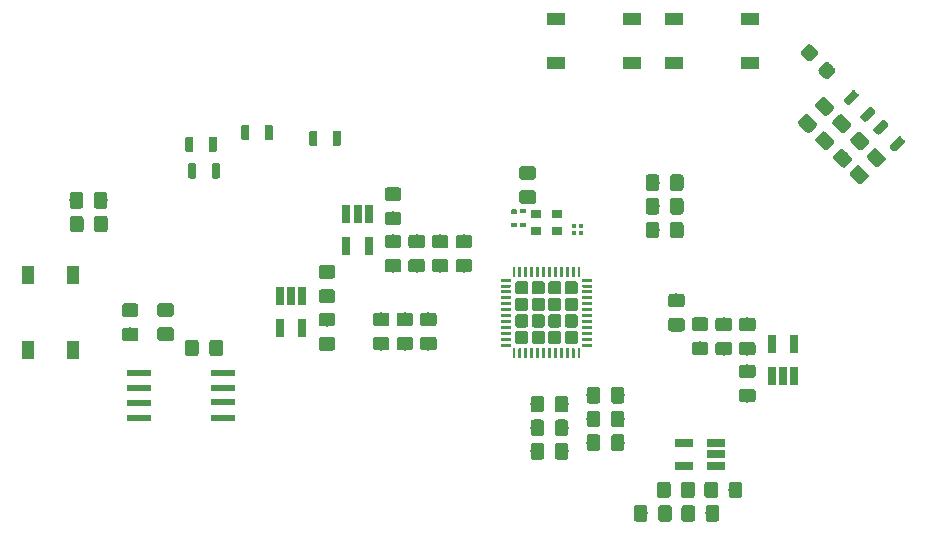
<source format=gtp>
G04 #@! TF.GenerationSoftware,KiCad,Pcbnew,(5.0.0)*
G04 #@! TF.CreationDate,2018-11-23T16:23:24+08:00*
G04 #@! TF.ProjectId,tomu-fpga,746F6D752D667067612E6B696361645F,rev?*
G04 #@! TF.SameCoordinates,Original*
G04 #@! TF.FileFunction,Paste,Top*
G04 #@! TF.FilePolarity,Positive*
%FSLAX46Y46*%
G04 Gerber Fmt 4.6, Leading zero omitted, Abs format (unit mm)*
G04 Created by KiCad (PCBNEW (5.0.0)) date 11/23/18 16:23:24*
%MOMM*%
%LPD*%
G01*
G04 APERTURE LIST*
%ADD10C,0.100000*%
%ADD11C,1.200000*%
%ADD12C,0.700000*%
%ADD13C,1.150000*%
%ADD14R,0.900000X0.800000*%
%ADD15R,1.000000X1.600000*%
%ADD16R,2.000000X0.600000*%
%ADD17R,1.600000X1.000000*%
%ADD18R,0.400000X0.400000*%
%ADD19R,0.370000X0.130000*%
%ADD20C,0.092278*%
%ADD21R,0.500000X0.350000*%
%ADD22R,0.500000X0.300000*%
%ADD23C,0.250000*%
%ADD24C,1.130000*%
%ADD25R,0.650000X1.560000*%
%ADD26R,1.560000X0.650000*%
G04 APERTURE END LIST*
D10*
G04 #@! TO.C,D6*
G36*
X96286943Y-37284719D02*
X96316065Y-37289038D01*
X96344623Y-37296192D01*
X96372343Y-37306110D01*
X96398957Y-37318698D01*
X96424209Y-37333833D01*
X96447856Y-37351371D01*
X96469670Y-37371142D01*
X96893934Y-37795406D01*
X96913705Y-37817220D01*
X96931243Y-37840867D01*
X96946378Y-37866119D01*
X96958966Y-37892733D01*
X96968884Y-37920453D01*
X96976038Y-37949011D01*
X96980357Y-37978133D01*
X96981802Y-38007538D01*
X96980357Y-38036943D01*
X96976038Y-38066065D01*
X96968884Y-38094623D01*
X96958966Y-38122343D01*
X96946378Y-38148957D01*
X96931243Y-38174209D01*
X96913705Y-38197856D01*
X96893934Y-38219670D01*
X96469670Y-38643934D01*
X96447856Y-38663705D01*
X96424209Y-38681243D01*
X96398957Y-38696378D01*
X96372343Y-38708966D01*
X96344623Y-38718884D01*
X96316065Y-38726038D01*
X96286943Y-38730357D01*
X96257538Y-38731802D01*
X96228133Y-38730357D01*
X96199011Y-38726038D01*
X96170453Y-38718884D01*
X96142733Y-38708966D01*
X96116119Y-38696378D01*
X96090867Y-38681243D01*
X96067220Y-38663705D01*
X96045406Y-38643934D01*
X95621142Y-38219670D01*
X95601371Y-38197856D01*
X95583833Y-38174209D01*
X95568698Y-38148957D01*
X95556110Y-38122343D01*
X95546192Y-38094623D01*
X95539038Y-38066065D01*
X95534719Y-38036943D01*
X95533274Y-38007538D01*
X95534719Y-37978133D01*
X95539038Y-37949011D01*
X95546192Y-37920453D01*
X95556110Y-37892733D01*
X95568698Y-37866119D01*
X95583833Y-37840867D01*
X95601371Y-37817220D01*
X95621142Y-37795406D01*
X96045406Y-37371142D01*
X96067220Y-37351371D01*
X96090867Y-37333833D01*
X96116119Y-37318698D01*
X96142733Y-37306110D01*
X96170453Y-37296192D01*
X96199011Y-37289038D01*
X96228133Y-37284719D01*
X96257538Y-37283274D01*
X96286943Y-37284719D01*
X96286943Y-37284719D01*
G37*
D11*
X96257538Y-38007538D03*
D10*
G36*
X97771867Y-38769643D02*
X97800989Y-38773962D01*
X97829547Y-38781116D01*
X97857267Y-38791034D01*
X97883881Y-38803622D01*
X97909133Y-38818757D01*
X97932780Y-38836295D01*
X97954594Y-38856066D01*
X98378858Y-39280330D01*
X98398629Y-39302144D01*
X98416167Y-39325791D01*
X98431302Y-39351043D01*
X98443890Y-39377657D01*
X98453808Y-39405377D01*
X98460962Y-39433935D01*
X98465281Y-39463057D01*
X98466726Y-39492462D01*
X98465281Y-39521867D01*
X98460962Y-39550989D01*
X98453808Y-39579547D01*
X98443890Y-39607267D01*
X98431302Y-39633881D01*
X98416167Y-39659133D01*
X98398629Y-39682780D01*
X98378858Y-39704594D01*
X97954594Y-40128858D01*
X97932780Y-40148629D01*
X97909133Y-40166167D01*
X97883881Y-40181302D01*
X97857267Y-40193890D01*
X97829547Y-40203808D01*
X97800989Y-40210962D01*
X97771867Y-40215281D01*
X97742462Y-40216726D01*
X97713057Y-40215281D01*
X97683935Y-40210962D01*
X97655377Y-40203808D01*
X97627657Y-40193890D01*
X97601043Y-40181302D01*
X97575791Y-40166167D01*
X97552144Y-40148629D01*
X97530330Y-40128858D01*
X97106066Y-39704594D01*
X97086295Y-39682780D01*
X97068757Y-39659133D01*
X97053622Y-39633881D01*
X97041034Y-39607267D01*
X97031116Y-39579547D01*
X97023962Y-39550989D01*
X97019643Y-39521867D01*
X97018198Y-39492462D01*
X97019643Y-39463057D01*
X97023962Y-39433935D01*
X97031116Y-39405377D01*
X97041034Y-39377657D01*
X97053622Y-39351043D01*
X97068757Y-39325791D01*
X97086295Y-39302144D01*
X97106066Y-39280330D01*
X97530330Y-38856066D01*
X97552144Y-38836295D01*
X97575791Y-38818757D01*
X97601043Y-38803622D01*
X97627657Y-38791034D01*
X97655377Y-38781116D01*
X97683935Y-38773962D01*
X97713057Y-38769643D01*
X97742462Y-38768198D01*
X97771867Y-38769643D01*
X97771867Y-38769643D01*
G37*
D11*
X97742462Y-39492462D03*
G04 #@! TD*
D10*
G04 #@! TO.C,D8*
G36*
X102522178Y-43659117D02*
X102539166Y-43661637D01*
X102555825Y-43665809D01*
X102571995Y-43671595D01*
X102587519Y-43678938D01*
X102602250Y-43687767D01*
X102616044Y-43697997D01*
X102628769Y-43709530D01*
X102876256Y-43957017D01*
X102887789Y-43969742D01*
X102898019Y-43983536D01*
X102906848Y-43998267D01*
X102914191Y-44013791D01*
X102919977Y-44029961D01*
X102924149Y-44046620D01*
X102926669Y-44063608D01*
X102927512Y-44080761D01*
X102926669Y-44097914D01*
X102924149Y-44114902D01*
X102919977Y-44131561D01*
X102914191Y-44147731D01*
X102906848Y-44163255D01*
X102898019Y-44177986D01*
X102887789Y-44191780D01*
X102876256Y-44204505D01*
X102204505Y-44876256D01*
X102191780Y-44887789D01*
X102177986Y-44898019D01*
X102163255Y-44906848D01*
X102147731Y-44914191D01*
X102131561Y-44919977D01*
X102114902Y-44924149D01*
X102097914Y-44926669D01*
X102080761Y-44927512D01*
X102063608Y-44926669D01*
X102046620Y-44924149D01*
X102029961Y-44919977D01*
X102013791Y-44914191D01*
X101998267Y-44906848D01*
X101983536Y-44898019D01*
X101969742Y-44887789D01*
X101957017Y-44876256D01*
X101709530Y-44628769D01*
X101697997Y-44616044D01*
X101687767Y-44602250D01*
X101678938Y-44587519D01*
X101671595Y-44571995D01*
X101665809Y-44555825D01*
X101661637Y-44539166D01*
X101659117Y-44522178D01*
X101658274Y-44505025D01*
X101659117Y-44487872D01*
X101661637Y-44470884D01*
X101665809Y-44454225D01*
X101671595Y-44438055D01*
X101678938Y-44422531D01*
X101687767Y-44407800D01*
X101697997Y-44394006D01*
X101709530Y-44381281D01*
X102381281Y-43709530D01*
X102394006Y-43697997D01*
X102407800Y-43687767D01*
X102422531Y-43678938D01*
X102438055Y-43671595D01*
X102454225Y-43665809D01*
X102470884Y-43661637D01*
X102487872Y-43659117D01*
X102505025Y-43658274D01*
X102522178Y-43659117D01*
X102522178Y-43659117D01*
G37*
D12*
X102292893Y-44292893D03*
D10*
G36*
X103936392Y-45073331D02*
X103953380Y-45075851D01*
X103970039Y-45080023D01*
X103986209Y-45085809D01*
X104001733Y-45093152D01*
X104016464Y-45101981D01*
X104030258Y-45112211D01*
X104042983Y-45123744D01*
X104290470Y-45371231D01*
X104302003Y-45383956D01*
X104312233Y-45397750D01*
X104321062Y-45412481D01*
X104328405Y-45428005D01*
X104334191Y-45444175D01*
X104338363Y-45460834D01*
X104340883Y-45477822D01*
X104341726Y-45494975D01*
X104340883Y-45512128D01*
X104338363Y-45529116D01*
X104334191Y-45545775D01*
X104328405Y-45561945D01*
X104321062Y-45577469D01*
X104312233Y-45592200D01*
X104302003Y-45605994D01*
X104290470Y-45618719D01*
X103618719Y-46290470D01*
X103605994Y-46302003D01*
X103592200Y-46312233D01*
X103577469Y-46321062D01*
X103561945Y-46328405D01*
X103545775Y-46334191D01*
X103529116Y-46338363D01*
X103512128Y-46340883D01*
X103494975Y-46341726D01*
X103477822Y-46340883D01*
X103460834Y-46338363D01*
X103444175Y-46334191D01*
X103428005Y-46328405D01*
X103412481Y-46321062D01*
X103397750Y-46312233D01*
X103383956Y-46302003D01*
X103371231Y-46290470D01*
X103123744Y-46042983D01*
X103112211Y-46030258D01*
X103101981Y-46016464D01*
X103093152Y-46001733D01*
X103085809Y-45986209D01*
X103080023Y-45970039D01*
X103075851Y-45953380D01*
X103073331Y-45936392D01*
X103072488Y-45919239D01*
X103073331Y-45902086D01*
X103075851Y-45885098D01*
X103080023Y-45868439D01*
X103085809Y-45852269D01*
X103093152Y-45836745D01*
X103101981Y-45822014D01*
X103112211Y-45808220D01*
X103123744Y-45795495D01*
X103795495Y-45123744D01*
X103808220Y-45112211D01*
X103822014Y-45101981D01*
X103836745Y-45093152D01*
X103852269Y-45085809D01*
X103868439Y-45080023D01*
X103885098Y-45075851D01*
X103902086Y-45073331D01*
X103919239Y-45072488D01*
X103936392Y-45073331D01*
X103936392Y-45073331D01*
G37*
D12*
X103707107Y-45707107D03*
G04 #@! TD*
D10*
G04 #@! TO.C,D2*
G36*
X46192153Y-47350843D02*
X46209141Y-47353363D01*
X46225800Y-47357535D01*
X46241970Y-47363321D01*
X46257494Y-47370664D01*
X46272225Y-47379493D01*
X46286019Y-47389723D01*
X46298744Y-47401256D01*
X46310277Y-47413981D01*
X46320507Y-47427775D01*
X46329336Y-47442506D01*
X46336679Y-47458030D01*
X46342465Y-47474200D01*
X46346637Y-47490859D01*
X46349157Y-47507847D01*
X46350000Y-47525000D01*
X46350000Y-48475000D01*
X46349157Y-48492153D01*
X46346637Y-48509141D01*
X46342465Y-48525800D01*
X46336679Y-48541970D01*
X46329336Y-48557494D01*
X46320507Y-48572225D01*
X46310277Y-48586019D01*
X46298744Y-48598744D01*
X46286019Y-48610277D01*
X46272225Y-48620507D01*
X46257494Y-48629336D01*
X46241970Y-48636679D01*
X46225800Y-48642465D01*
X46209141Y-48646637D01*
X46192153Y-48649157D01*
X46175000Y-48650000D01*
X45825000Y-48650000D01*
X45807847Y-48649157D01*
X45790859Y-48646637D01*
X45774200Y-48642465D01*
X45758030Y-48636679D01*
X45742506Y-48629336D01*
X45727775Y-48620507D01*
X45713981Y-48610277D01*
X45701256Y-48598744D01*
X45689723Y-48586019D01*
X45679493Y-48572225D01*
X45670664Y-48557494D01*
X45663321Y-48541970D01*
X45657535Y-48525800D01*
X45653363Y-48509141D01*
X45650843Y-48492153D01*
X45650000Y-48475000D01*
X45650000Y-47525000D01*
X45650843Y-47507847D01*
X45653363Y-47490859D01*
X45657535Y-47474200D01*
X45663321Y-47458030D01*
X45670664Y-47442506D01*
X45679493Y-47427775D01*
X45689723Y-47413981D01*
X45701256Y-47401256D01*
X45713981Y-47389723D01*
X45727775Y-47379493D01*
X45742506Y-47370664D01*
X45758030Y-47363321D01*
X45774200Y-47357535D01*
X45790859Y-47353363D01*
X45807847Y-47350843D01*
X45825000Y-47350000D01*
X46175000Y-47350000D01*
X46192153Y-47350843D01*
X46192153Y-47350843D01*
G37*
D12*
X46000000Y-48000000D03*
D10*
G36*
X44192153Y-47350843D02*
X44209141Y-47353363D01*
X44225800Y-47357535D01*
X44241970Y-47363321D01*
X44257494Y-47370664D01*
X44272225Y-47379493D01*
X44286019Y-47389723D01*
X44298744Y-47401256D01*
X44310277Y-47413981D01*
X44320507Y-47427775D01*
X44329336Y-47442506D01*
X44336679Y-47458030D01*
X44342465Y-47474200D01*
X44346637Y-47490859D01*
X44349157Y-47507847D01*
X44350000Y-47525000D01*
X44350000Y-48475000D01*
X44349157Y-48492153D01*
X44346637Y-48509141D01*
X44342465Y-48525800D01*
X44336679Y-48541970D01*
X44329336Y-48557494D01*
X44320507Y-48572225D01*
X44310277Y-48586019D01*
X44298744Y-48598744D01*
X44286019Y-48610277D01*
X44272225Y-48620507D01*
X44257494Y-48629336D01*
X44241970Y-48636679D01*
X44225800Y-48642465D01*
X44209141Y-48646637D01*
X44192153Y-48649157D01*
X44175000Y-48650000D01*
X43825000Y-48650000D01*
X43807847Y-48649157D01*
X43790859Y-48646637D01*
X43774200Y-48642465D01*
X43758030Y-48636679D01*
X43742506Y-48629336D01*
X43727775Y-48620507D01*
X43713981Y-48610277D01*
X43701256Y-48598744D01*
X43689723Y-48586019D01*
X43679493Y-48572225D01*
X43670664Y-48557494D01*
X43663321Y-48541970D01*
X43657535Y-48525800D01*
X43653363Y-48509141D01*
X43650843Y-48492153D01*
X43650000Y-48475000D01*
X43650000Y-47525000D01*
X43650843Y-47507847D01*
X43653363Y-47490859D01*
X43657535Y-47474200D01*
X43663321Y-47458030D01*
X43670664Y-47442506D01*
X43679493Y-47427775D01*
X43689723Y-47413981D01*
X43701256Y-47401256D01*
X43713981Y-47389723D01*
X43727775Y-47379493D01*
X43742506Y-47370664D01*
X43758030Y-47363321D01*
X43774200Y-47357535D01*
X43790859Y-47353363D01*
X43807847Y-47350843D01*
X43825000Y-47350000D01*
X44175000Y-47350000D01*
X44192153Y-47350843D01*
X44192153Y-47350843D01*
G37*
D12*
X44000000Y-48000000D03*
G04 #@! TD*
D10*
G04 #@! TO.C,D3*
G36*
X45942153Y-45100843D02*
X45959141Y-45103363D01*
X45975800Y-45107535D01*
X45991970Y-45113321D01*
X46007494Y-45120664D01*
X46022225Y-45129493D01*
X46036019Y-45139723D01*
X46048744Y-45151256D01*
X46060277Y-45163981D01*
X46070507Y-45177775D01*
X46079336Y-45192506D01*
X46086679Y-45208030D01*
X46092465Y-45224200D01*
X46096637Y-45240859D01*
X46099157Y-45257847D01*
X46100000Y-45275000D01*
X46100000Y-46225000D01*
X46099157Y-46242153D01*
X46096637Y-46259141D01*
X46092465Y-46275800D01*
X46086679Y-46291970D01*
X46079336Y-46307494D01*
X46070507Y-46322225D01*
X46060277Y-46336019D01*
X46048744Y-46348744D01*
X46036019Y-46360277D01*
X46022225Y-46370507D01*
X46007494Y-46379336D01*
X45991970Y-46386679D01*
X45975800Y-46392465D01*
X45959141Y-46396637D01*
X45942153Y-46399157D01*
X45925000Y-46400000D01*
X45575000Y-46400000D01*
X45557847Y-46399157D01*
X45540859Y-46396637D01*
X45524200Y-46392465D01*
X45508030Y-46386679D01*
X45492506Y-46379336D01*
X45477775Y-46370507D01*
X45463981Y-46360277D01*
X45451256Y-46348744D01*
X45439723Y-46336019D01*
X45429493Y-46322225D01*
X45420664Y-46307494D01*
X45413321Y-46291970D01*
X45407535Y-46275800D01*
X45403363Y-46259141D01*
X45400843Y-46242153D01*
X45400000Y-46225000D01*
X45400000Y-45275000D01*
X45400843Y-45257847D01*
X45403363Y-45240859D01*
X45407535Y-45224200D01*
X45413321Y-45208030D01*
X45420664Y-45192506D01*
X45429493Y-45177775D01*
X45439723Y-45163981D01*
X45451256Y-45151256D01*
X45463981Y-45139723D01*
X45477775Y-45129493D01*
X45492506Y-45120664D01*
X45508030Y-45113321D01*
X45524200Y-45107535D01*
X45540859Y-45103363D01*
X45557847Y-45100843D01*
X45575000Y-45100000D01*
X45925000Y-45100000D01*
X45942153Y-45100843D01*
X45942153Y-45100843D01*
G37*
D12*
X45750000Y-45750000D03*
D10*
G36*
X43942153Y-45100843D02*
X43959141Y-45103363D01*
X43975800Y-45107535D01*
X43991970Y-45113321D01*
X44007494Y-45120664D01*
X44022225Y-45129493D01*
X44036019Y-45139723D01*
X44048744Y-45151256D01*
X44060277Y-45163981D01*
X44070507Y-45177775D01*
X44079336Y-45192506D01*
X44086679Y-45208030D01*
X44092465Y-45224200D01*
X44096637Y-45240859D01*
X44099157Y-45257847D01*
X44100000Y-45275000D01*
X44100000Y-46225000D01*
X44099157Y-46242153D01*
X44096637Y-46259141D01*
X44092465Y-46275800D01*
X44086679Y-46291970D01*
X44079336Y-46307494D01*
X44070507Y-46322225D01*
X44060277Y-46336019D01*
X44048744Y-46348744D01*
X44036019Y-46360277D01*
X44022225Y-46370507D01*
X44007494Y-46379336D01*
X43991970Y-46386679D01*
X43975800Y-46392465D01*
X43959141Y-46396637D01*
X43942153Y-46399157D01*
X43925000Y-46400000D01*
X43575000Y-46400000D01*
X43557847Y-46399157D01*
X43540859Y-46396637D01*
X43524200Y-46392465D01*
X43508030Y-46386679D01*
X43492506Y-46379336D01*
X43477775Y-46370507D01*
X43463981Y-46360277D01*
X43451256Y-46348744D01*
X43439723Y-46336019D01*
X43429493Y-46322225D01*
X43420664Y-46307494D01*
X43413321Y-46291970D01*
X43407535Y-46275800D01*
X43403363Y-46259141D01*
X43400843Y-46242153D01*
X43400000Y-46225000D01*
X43400000Y-45275000D01*
X43400843Y-45257847D01*
X43403363Y-45240859D01*
X43407535Y-45224200D01*
X43413321Y-45208030D01*
X43420664Y-45192506D01*
X43429493Y-45177775D01*
X43439723Y-45163981D01*
X43451256Y-45151256D01*
X43463981Y-45139723D01*
X43477775Y-45129493D01*
X43492506Y-45120664D01*
X43508030Y-45113321D01*
X43524200Y-45107535D01*
X43540859Y-45103363D01*
X43557847Y-45100843D01*
X43575000Y-45100000D01*
X43925000Y-45100000D01*
X43942153Y-45100843D01*
X43942153Y-45100843D01*
G37*
D12*
X43750000Y-45750000D03*
G04 #@! TD*
D10*
G04 #@! TO.C,D4*
G36*
X50692153Y-44100843D02*
X50709141Y-44103363D01*
X50725800Y-44107535D01*
X50741970Y-44113321D01*
X50757494Y-44120664D01*
X50772225Y-44129493D01*
X50786019Y-44139723D01*
X50798744Y-44151256D01*
X50810277Y-44163981D01*
X50820507Y-44177775D01*
X50829336Y-44192506D01*
X50836679Y-44208030D01*
X50842465Y-44224200D01*
X50846637Y-44240859D01*
X50849157Y-44257847D01*
X50850000Y-44275000D01*
X50850000Y-45225000D01*
X50849157Y-45242153D01*
X50846637Y-45259141D01*
X50842465Y-45275800D01*
X50836679Y-45291970D01*
X50829336Y-45307494D01*
X50820507Y-45322225D01*
X50810277Y-45336019D01*
X50798744Y-45348744D01*
X50786019Y-45360277D01*
X50772225Y-45370507D01*
X50757494Y-45379336D01*
X50741970Y-45386679D01*
X50725800Y-45392465D01*
X50709141Y-45396637D01*
X50692153Y-45399157D01*
X50675000Y-45400000D01*
X50325000Y-45400000D01*
X50307847Y-45399157D01*
X50290859Y-45396637D01*
X50274200Y-45392465D01*
X50258030Y-45386679D01*
X50242506Y-45379336D01*
X50227775Y-45370507D01*
X50213981Y-45360277D01*
X50201256Y-45348744D01*
X50189723Y-45336019D01*
X50179493Y-45322225D01*
X50170664Y-45307494D01*
X50163321Y-45291970D01*
X50157535Y-45275800D01*
X50153363Y-45259141D01*
X50150843Y-45242153D01*
X50150000Y-45225000D01*
X50150000Y-44275000D01*
X50150843Y-44257847D01*
X50153363Y-44240859D01*
X50157535Y-44224200D01*
X50163321Y-44208030D01*
X50170664Y-44192506D01*
X50179493Y-44177775D01*
X50189723Y-44163981D01*
X50201256Y-44151256D01*
X50213981Y-44139723D01*
X50227775Y-44129493D01*
X50242506Y-44120664D01*
X50258030Y-44113321D01*
X50274200Y-44107535D01*
X50290859Y-44103363D01*
X50307847Y-44100843D01*
X50325000Y-44100000D01*
X50675000Y-44100000D01*
X50692153Y-44100843D01*
X50692153Y-44100843D01*
G37*
D12*
X50500000Y-44750000D03*
D10*
G36*
X48692153Y-44100843D02*
X48709141Y-44103363D01*
X48725800Y-44107535D01*
X48741970Y-44113321D01*
X48757494Y-44120664D01*
X48772225Y-44129493D01*
X48786019Y-44139723D01*
X48798744Y-44151256D01*
X48810277Y-44163981D01*
X48820507Y-44177775D01*
X48829336Y-44192506D01*
X48836679Y-44208030D01*
X48842465Y-44224200D01*
X48846637Y-44240859D01*
X48849157Y-44257847D01*
X48850000Y-44275000D01*
X48850000Y-45225000D01*
X48849157Y-45242153D01*
X48846637Y-45259141D01*
X48842465Y-45275800D01*
X48836679Y-45291970D01*
X48829336Y-45307494D01*
X48820507Y-45322225D01*
X48810277Y-45336019D01*
X48798744Y-45348744D01*
X48786019Y-45360277D01*
X48772225Y-45370507D01*
X48757494Y-45379336D01*
X48741970Y-45386679D01*
X48725800Y-45392465D01*
X48709141Y-45396637D01*
X48692153Y-45399157D01*
X48675000Y-45400000D01*
X48325000Y-45400000D01*
X48307847Y-45399157D01*
X48290859Y-45396637D01*
X48274200Y-45392465D01*
X48258030Y-45386679D01*
X48242506Y-45379336D01*
X48227775Y-45370507D01*
X48213981Y-45360277D01*
X48201256Y-45348744D01*
X48189723Y-45336019D01*
X48179493Y-45322225D01*
X48170664Y-45307494D01*
X48163321Y-45291970D01*
X48157535Y-45275800D01*
X48153363Y-45259141D01*
X48150843Y-45242153D01*
X48150000Y-45225000D01*
X48150000Y-44275000D01*
X48150843Y-44257847D01*
X48153363Y-44240859D01*
X48157535Y-44224200D01*
X48163321Y-44208030D01*
X48170664Y-44192506D01*
X48179493Y-44177775D01*
X48189723Y-44163981D01*
X48201256Y-44151256D01*
X48213981Y-44139723D01*
X48227775Y-44129493D01*
X48242506Y-44120664D01*
X48258030Y-44113321D01*
X48274200Y-44107535D01*
X48290859Y-44103363D01*
X48307847Y-44100843D01*
X48325000Y-44100000D01*
X48675000Y-44100000D01*
X48692153Y-44100843D01*
X48692153Y-44100843D01*
G37*
D12*
X48500000Y-44750000D03*
G04 #@! TD*
D10*
G04 #@! TO.C,D5*
G36*
X54442153Y-44600843D02*
X54459141Y-44603363D01*
X54475800Y-44607535D01*
X54491970Y-44613321D01*
X54507494Y-44620664D01*
X54522225Y-44629493D01*
X54536019Y-44639723D01*
X54548744Y-44651256D01*
X54560277Y-44663981D01*
X54570507Y-44677775D01*
X54579336Y-44692506D01*
X54586679Y-44708030D01*
X54592465Y-44724200D01*
X54596637Y-44740859D01*
X54599157Y-44757847D01*
X54600000Y-44775000D01*
X54600000Y-45725000D01*
X54599157Y-45742153D01*
X54596637Y-45759141D01*
X54592465Y-45775800D01*
X54586679Y-45791970D01*
X54579336Y-45807494D01*
X54570507Y-45822225D01*
X54560277Y-45836019D01*
X54548744Y-45848744D01*
X54536019Y-45860277D01*
X54522225Y-45870507D01*
X54507494Y-45879336D01*
X54491970Y-45886679D01*
X54475800Y-45892465D01*
X54459141Y-45896637D01*
X54442153Y-45899157D01*
X54425000Y-45900000D01*
X54075000Y-45900000D01*
X54057847Y-45899157D01*
X54040859Y-45896637D01*
X54024200Y-45892465D01*
X54008030Y-45886679D01*
X53992506Y-45879336D01*
X53977775Y-45870507D01*
X53963981Y-45860277D01*
X53951256Y-45848744D01*
X53939723Y-45836019D01*
X53929493Y-45822225D01*
X53920664Y-45807494D01*
X53913321Y-45791970D01*
X53907535Y-45775800D01*
X53903363Y-45759141D01*
X53900843Y-45742153D01*
X53900000Y-45725000D01*
X53900000Y-44775000D01*
X53900843Y-44757847D01*
X53903363Y-44740859D01*
X53907535Y-44724200D01*
X53913321Y-44708030D01*
X53920664Y-44692506D01*
X53929493Y-44677775D01*
X53939723Y-44663981D01*
X53951256Y-44651256D01*
X53963981Y-44639723D01*
X53977775Y-44629493D01*
X53992506Y-44620664D01*
X54008030Y-44613321D01*
X54024200Y-44607535D01*
X54040859Y-44603363D01*
X54057847Y-44600843D01*
X54075000Y-44600000D01*
X54425000Y-44600000D01*
X54442153Y-44600843D01*
X54442153Y-44600843D01*
G37*
D12*
X54250000Y-45250000D03*
D10*
G36*
X56442153Y-44600843D02*
X56459141Y-44603363D01*
X56475800Y-44607535D01*
X56491970Y-44613321D01*
X56507494Y-44620664D01*
X56522225Y-44629493D01*
X56536019Y-44639723D01*
X56548744Y-44651256D01*
X56560277Y-44663981D01*
X56570507Y-44677775D01*
X56579336Y-44692506D01*
X56586679Y-44708030D01*
X56592465Y-44724200D01*
X56596637Y-44740859D01*
X56599157Y-44757847D01*
X56600000Y-44775000D01*
X56600000Y-45725000D01*
X56599157Y-45742153D01*
X56596637Y-45759141D01*
X56592465Y-45775800D01*
X56586679Y-45791970D01*
X56579336Y-45807494D01*
X56570507Y-45822225D01*
X56560277Y-45836019D01*
X56548744Y-45848744D01*
X56536019Y-45860277D01*
X56522225Y-45870507D01*
X56507494Y-45879336D01*
X56491970Y-45886679D01*
X56475800Y-45892465D01*
X56459141Y-45896637D01*
X56442153Y-45899157D01*
X56425000Y-45900000D01*
X56075000Y-45900000D01*
X56057847Y-45899157D01*
X56040859Y-45896637D01*
X56024200Y-45892465D01*
X56008030Y-45886679D01*
X55992506Y-45879336D01*
X55977775Y-45870507D01*
X55963981Y-45860277D01*
X55951256Y-45848744D01*
X55939723Y-45836019D01*
X55929493Y-45822225D01*
X55920664Y-45807494D01*
X55913321Y-45791970D01*
X55907535Y-45775800D01*
X55903363Y-45759141D01*
X55900843Y-45742153D01*
X55900000Y-45725000D01*
X55900000Y-44775000D01*
X55900843Y-44757847D01*
X55903363Y-44740859D01*
X55907535Y-44724200D01*
X55913321Y-44708030D01*
X55920664Y-44692506D01*
X55929493Y-44677775D01*
X55939723Y-44663981D01*
X55951256Y-44651256D01*
X55963981Y-44639723D01*
X55977775Y-44629493D01*
X55992506Y-44620664D01*
X56008030Y-44613321D01*
X56024200Y-44607535D01*
X56040859Y-44603363D01*
X56057847Y-44600843D01*
X56075000Y-44600000D01*
X56425000Y-44600000D01*
X56442153Y-44600843D01*
X56442153Y-44600843D01*
G37*
D12*
X56250000Y-45250000D03*
G04 #@! TD*
D10*
G04 #@! TO.C,D7*
G36*
X100022178Y-41159117D02*
X100039166Y-41161637D01*
X100055825Y-41165809D01*
X100071995Y-41171595D01*
X100087519Y-41178938D01*
X100102250Y-41187767D01*
X100116044Y-41197997D01*
X100128769Y-41209530D01*
X100376256Y-41457017D01*
X100387789Y-41469742D01*
X100398019Y-41483536D01*
X100406848Y-41498267D01*
X100414191Y-41513791D01*
X100419977Y-41529961D01*
X100424149Y-41546620D01*
X100426669Y-41563608D01*
X100427512Y-41580761D01*
X100426669Y-41597914D01*
X100424149Y-41614902D01*
X100419977Y-41631561D01*
X100414191Y-41647731D01*
X100406848Y-41663255D01*
X100398019Y-41677986D01*
X100387789Y-41691780D01*
X100376256Y-41704505D01*
X99704505Y-42376256D01*
X99691780Y-42387789D01*
X99677986Y-42398019D01*
X99663255Y-42406848D01*
X99647731Y-42414191D01*
X99631561Y-42419977D01*
X99614902Y-42424149D01*
X99597914Y-42426669D01*
X99580761Y-42427512D01*
X99563608Y-42426669D01*
X99546620Y-42424149D01*
X99529961Y-42419977D01*
X99513791Y-42414191D01*
X99498267Y-42406848D01*
X99483536Y-42398019D01*
X99469742Y-42387789D01*
X99457017Y-42376256D01*
X99209530Y-42128769D01*
X99197997Y-42116044D01*
X99187767Y-42102250D01*
X99178938Y-42087519D01*
X99171595Y-42071995D01*
X99165809Y-42055825D01*
X99161637Y-42039166D01*
X99159117Y-42022178D01*
X99158274Y-42005025D01*
X99159117Y-41987872D01*
X99161637Y-41970884D01*
X99165809Y-41954225D01*
X99171595Y-41938055D01*
X99178938Y-41922531D01*
X99187767Y-41907800D01*
X99197997Y-41894006D01*
X99209530Y-41881281D01*
X99881281Y-41209530D01*
X99894006Y-41197997D01*
X99907800Y-41187767D01*
X99922531Y-41178938D01*
X99938055Y-41171595D01*
X99954225Y-41165809D01*
X99970884Y-41161637D01*
X99987872Y-41159117D01*
X100005025Y-41158274D01*
X100022178Y-41159117D01*
X100022178Y-41159117D01*
G37*
D12*
X99792893Y-41792893D03*
D10*
G36*
X101436392Y-42573331D02*
X101453380Y-42575851D01*
X101470039Y-42580023D01*
X101486209Y-42585809D01*
X101501733Y-42593152D01*
X101516464Y-42601981D01*
X101530258Y-42612211D01*
X101542983Y-42623744D01*
X101790470Y-42871231D01*
X101802003Y-42883956D01*
X101812233Y-42897750D01*
X101821062Y-42912481D01*
X101828405Y-42928005D01*
X101834191Y-42944175D01*
X101838363Y-42960834D01*
X101840883Y-42977822D01*
X101841726Y-42994975D01*
X101840883Y-43012128D01*
X101838363Y-43029116D01*
X101834191Y-43045775D01*
X101828405Y-43061945D01*
X101821062Y-43077469D01*
X101812233Y-43092200D01*
X101802003Y-43105994D01*
X101790470Y-43118719D01*
X101118719Y-43790470D01*
X101105994Y-43802003D01*
X101092200Y-43812233D01*
X101077469Y-43821062D01*
X101061945Y-43828405D01*
X101045775Y-43834191D01*
X101029116Y-43838363D01*
X101012128Y-43840883D01*
X100994975Y-43841726D01*
X100977822Y-43840883D01*
X100960834Y-43838363D01*
X100944175Y-43834191D01*
X100928005Y-43828405D01*
X100912481Y-43821062D01*
X100897750Y-43812233D01*
X100883956Y-43802003D01*
X100871231Y-43790470D01*
X100623744Y-43542983D01*
X100612211Y-43530258D01*
X100601981Y-43516464D01*
X100593152Y-43501733D01*
X100585809Y-43486209D01*
X100580023Y-43470039D01*
X100575851Y-43453380D01*
X100573331Y-43436392D01*
X100572488Y-43419239D01*
X100573331Y-43402086D01*
X100575851Y-43385098D01*
X100580023Y-43368439D01*
X100585809Y-43352269D01*
X100593152Y-43336745D01*
X100601981Y-43322014D01*
X100612211Y-43308220D01*
X100623744Y-43295495D01*
X101295495Y-42623744D01*
X101308220Y-42612211D01*
X101322014Y-42601981D01*
X101336745Y-42593152D01*
X101352269Y-42585809D01*
X101368439Y-42580023D01*
X101385098Y-42575851D01*
X101402086Y-42573331D01*
X101419239Y-42572488D01*
X101436392Y-42573331D01*
X101436392Y-42573331D01*
G37*
D12*
X101207107Y-43207107D03*
G04 #@! TD*
D10*
G04 #@! TO.C,R13*
G36*
X39224505Y-61271204D02*
X39248773Y-61274804D01*
X39272572Y-61280765D01*
X39295671Y-61289030D01*
X39317850Y-61299520D01*
X39338893Y-61312132D01*
X39358599Y-61326747D01*
X39376777Y-61343223D01*
X39393253Y-61361401D01*
X39407868Y-61381107D01*
X39420480Y-61402150D01*
X39430970Y-61424329D01*
X39439235Y-61447428D01*
X39445196Y-61471227D01*
X39448796Y-61495495D01*
X39450000Y-61519999D01*
X39450000Y-62170001D01*
X39448796Y-62194505D01*
X39445196Y-62218773D01*
X39439235Y-62242572D01*
X39430970Y-62265671D01*
X39420480Y-62287850D01*
X39407868Y-62308893D01*
X39393253Y-62328599D01*
X39376777Y-62346777D01*
X39358599Y-62363253D01*
X39338893Y-62377868D01*
X39317850Y-62390480D01*
X39295671Y-62400970D01*
X39272572Y-62409235D01*
X39248773Y-62415196D01*
X39224505Y-62418796D01*
X39200001Y-62420000D01*
X38299999Y-62420000D01*
X38275495Y-62418796D01*
X38251227Y-62415196D01*
X38227428Y-62409235D01*
X38204329Y-62400970D01*
X38182150Y-62390480D01*
X38161107Y-62377868D01*
X38141401Y-62363253D01*
X38123223Y-62346777D01*
X38106747Y-62328599D01*
X38092132Y-62308893D01*
X38079520Y-62287850D01*
X38069030Y-62265671D01*
X38060765Y-62242572D01*
X38054804Y-62218773D01*
X38051204Y-62194505D01*
X38050000Y-62170001D01*
X38050000Y-61519999D01*
X38051204Y-61495495D01*
X38054804Y-61471227D01*
X38060765Y-61447428D01*
X38069030Y-61424329D01*
X38079520Y-61402150D01*
X38092132Y-61381107D01*
X38106747Y-61361401D01*
X38123223Y-61343223D01*
X38141401Y-61326747D01*
X38161107Y-61312132D01*
X38182150Y-61299520D01*
X38204329Y-61289030D01*
X38227428Y-61280765D01*
X38251227Y-61274804D01*
X38275495Y-61271204D01*
X38299999Y-61270000D01*
X39200001Y-61270000D01*
X39224505Y-61271204D01*
X39224505Y-61271204D01*
G37*
D13*
X38750000Y-61845000D03*
D10*
G36*
X39224505Y-59221204D02*
X39248773Y-59224804D01*
X39272572Y-59230765D01*
X39295671Y-59239030D01*
X39317850Y-59249520D01*
X39338893Y-59262132D01*
X39358599Y-59276747D01*
X39376777Y-59293223D01*
X39393253Y-59311401D01*
X39407868Y-59331107D01*
X39420480Y-59352150D01*
X39430970Y-59374329D01*
X39439235Y-59397428D01*
X39445196Y-59421227D01*
X39448796Y-59445495D01*
X39450000Y-59469999D01*
X39450000Y-60120001D01*
X39448796Y-60144505D01*
X39445196Y-60168773D01*
X39439235Y-60192572D01*
X39430970Y-60215671D01*
X39420480Y-60237850D01*
X39407868Y-60258893D01*
X39393253Y-60278599D01*
X39376777Y-60296777D01*
X39358599Y-60313253D01*
X39338893Y-60327868D01*
X39317850Y-60340480D01*
X39295671Y-60350970D01*
X39272572Y-60359235D01*
X39248773Y-60365196D01*
X39224505Y-60368796D01*
X39200001Y-60370000D01*
X38299999Y-60370000D01*
X38275495Y-60368796D01*
X38251227Y-60365196D01*
X38227428Y-60359235D01*
X38204329Y-60350970D01*
X38182150Y-60340480D01*
X38161107Y-60327868D01*
X38141401Y-60313253D01*
X38123223Y-60296777D01*
X38106747Y-60278599D01*
X38092132Y-60258893D01*
X38079520Y-60237850D01*
X38069030Y-60215671D01*
X38060765Y-60192572D01*
X38054804Y-60168773D01*
X38051204Y-60144505D01*
X38050000Y-60120001D01*
X38050000Y-59469999D01*
X38051204Y-59445495D01*
X38054804Y-59421227D01*
X38060765Y-59397428D01*
X38069030Y-59374329D01*
X38079520Y-59352150D01*
X38092132Y-59331107D01*
X38106747Y-59311401D01*
X38123223Y-59293223D01*
X38141401Y-59276747D01*
X38161107Y-59262132D01*
X38182150Y-59249520D01*
X38204329Y-59239030D01*
X38227428Y-59230765D01*
X38251227Y-59224804D01*
X38275495Y-59221204D01*
X38299999Y-59220000D01*
X39200001Y-59220000D01*
X39224505Y-59221204D01*
X39224505Y-59221204D01*
G37*
D13*
X38750000Y-59795000D03*
G04 #@! TD*
D10*
G04 #@! TO.C,R3*
G36*
X42224505Y-59201204D02*
X42248773Y-59204804D01*
X42272572Y-59210765D01*
X42295671Y-59219030D01*
X42317850Y-59229520D01*
X42338893Y-59242132D01*
X42358599Y-59256747D01*
X42376777Y-59273223D01*
X42393253Y-59291401D01*
X42407868Y-59311107D01*
X42420480Y-59332150D01*
X42430970Y-59354329D01*
X42439235Y-59377428D01*
X42445196Y-59401227D01*
X42448796Y-59425495D01*
X42450000Y-59449999D01*
X42450000Y-60100001D01*
X42448796Y-60124505D01*
X42445196Y-60148773D01*
X42439235Y-60172572D01*
X42430970Y-60195671D01*
X42420480Y-60217850D01*
X42407868Y-60238893D01*
X42393253Y-60258599D01*
X42376777Y-60276777D01*
X42358599Y-60293253D01*
X42338893Y-60307868D01*
X42317850Y-60320480D01*
X42295671Y-60330970D01*
X42272572Y-60339235D01*
X42248773Y-60345196D01*
X42224505Y-60348796D01*
X42200001Y-60350000D01*
X41299999Y-60350000D01*
X41275495Y-60348796D01*
X41251227Y-60345196D01*
X41227428Y-60339235D01*
X41204329Y-60330970D01*
X41182150Y-60320480D01*
X41161107Y-60307868D01*
X41141401Y-60293253D01*
X41123223Y-60276777D01*
X41106747Y-60258599D01*
X41092132Y-60238893D01*
X41079520Y-60217850D01*
X41069030Y-60195671D01*
X41060765Y-60172572D01*
X41054804Y-60148773D01*
X41051204Y-60124505D01*
X41050000Y-60100001D01*
X41050000Y-59449999D01*
X41051204Y-59425495D01*
X41054804Y-59401227D01*
X41060765Y-59377428D01*
X41069030Y-59354329D01*
X41079520Y-59332150D01*
X41092132Y-59311107D01*
X41106747Y-59291401D01*
X41123223Y-59273223D01*
X41141401Y-59256747D01*
X41161107Y-59242132D01*
X41182150Y-59229520D01*
X41204329Y-59219030D01*
X41227428Y-59210765D01*
X41251227Y-59204804D01*
X41275495Y-59201204D01*
X41299999Y-59200000D01*
X42200001Y-59200000D01*
X42224505Y-59201204D01*
X42224505Y-59201204D01*
G37*
D13*
X41750000Y-59775000D03*
D10*
G36*
X42224505Y-61251204D02*
X42248773Y-61254804D01*
X42272572Y-61260765D01*
X42295671Y-61269030D01*
X42317850Y-61279520D01*
X42338893Y-61292132D01*
X42358599Y-61306747D01*
X42376777Y-61323223D01*
X42393253Y-61341401D01*
X42407868Y-61361107D01*
X42420480Y-61382150D01*
X42430970Y-61404329D01*
X42439235Y-61427428D01*
X42445196Y-61451227D01*
X42448796Y-61475495D01*
X42450000Y-61499999D01*
X42450000Y-62150001D01*
X42448796Y-62174505D01*
X42445196Y-62198773D01*
X42439235Y-62222572D01*
X42430970Y-62245671D01*
X42420480Y-62267850D01*
X42407868Y-62288893D01*
X42393253Y-62308599D01*
X42376777Y-62326777D01*
X42358599Y-62343253D01*
X42338893Y-62357868D01*
X42317850Y-62370480D01*
X42295671Y-62380970D01*
X42272572Y-62389235D01*
X42248773Y-62395196D01*
X42224505Y-62398796D01*
X42200001Y-62400000D01*
X41299999Y-62400000D01*
X41275495Y-62398796D01*
X41251227Y-62395196D01*
X41227428Y-62389235D01*
X41204329Y-62380970D01*
X41182150Y-62370480D01*
X41161107Y-62357868D01*
X41141401Y-62343253D01*
X41123223Y-62326777D01*
X41106747Y-62308599D01*
X41092132Y-62288893D01*
X41079520Y-62267850D01*
X41069030Y-62245671D01*
X41060765Y-62222572D01*
X41054804Y-62198773D01*
X41051204Y-62174505D01*
X41050000Y-62150001D01*
X41050000Y-61499999D01*
X41051204Y-61475495D01*
X41054804Y-61451227D01*
X41060765Y-61427428D01*
X41069030Y-61404329D01*
X41079520Y-61382150D01*
X41092132Y-61361107D01*
X41106747Y-61341401D01*
X41123223Y-61323223D01*
X41141401Y-61306747D01*
X41161107Y-61292132D01*
X41182150Y-61279520D01*
X41204329Y-61269030D01*
X41227428Y-61260765D01*
X41251227Y-61254804D01*
X41275495Y-61251204D01*
X41299999Y-61250000D01*
X42200001Y-61250000D01*
X42224505Y-61251204D01*
X42224505Y-61251204D01*
G37*
D13*
X41750000Y-61825000D03*
G04 #@! TD*
D14*
G04 #@! TO.C,U7*
X74925000Y-51675000D03*
X74925000Y-53125000D03*
X73075000Y-53125000D03*
X73075000Y-51675000D03*
G04 #@! TD*
D15*
G04 #@! TO.C,SW1*
X33900000Y-56800000D03*
X30100000Y-56800000D03*
X33900000Y-63200000D03*
X30100000Y-63200000D03*
G04 #@! TD*
D16*
G04 #@! TO.C,U4*
X39500000Y-68900000D03*
X46600000Y-68900000D03*
X39500000Y-67635000D03*
X46600000Y-67600000D03*
X39500000Y-66365000D03*
X46600000Y-66365000D03*
X39500000Y-65095000D03*
X46600000Y-65095000D03*
G04 #@! TD*
D17*
G04 #@! TO.C,SW3*
X91200000Y-38900000D03*
X91200000Y-35100000D03*
X84800000Y-38900000D03*
X84800000Y-35100000D03*
G04 #@! TD*
D18*
G04 #@! TO.C,U10*
X76300000Y-52700000D03*
X76900000Y-52700000D03*
X76300000Y-53300000D03*
X76900000Y-53300000D03*
G04 #@! TD*
D19*
G04 #@! TO.C,U6*
X71290000Y-51295000D03*
D20*
X71040000Y-51359000D03*
D10*
G36*
X71105000Y-51488500D02*
X70975000Y-51359500D01*
X70975000Y-51358500D01*
X71105000Y-51229500D01*
X71105000Y-51488500D01*
X71105000Y-51488500D01*
G37*
D21*
X71975000Y-51400000D03*
X71975000Y-52600000D03*
X71225000Y-52600000D03*
D22*
X71225000Y-51510000D03*
G04 #@! TD*
D10*
G04 #@! TO.C,D1*
G36*
X82324505Y-76301204D02*
X82348773Y-76304804D01*
X82372572Y-76310765D01*
X82395671Y-76319030D01*
X82417850Y-76329520D01*
X82438893Y-76342132D01*
X82458599Y-76356747D01*
X82476777Y-76373223D01*
X82493253Y-76391401D01*
X82507868Y-76411107D01*
X82520480Y-76432150D01*
X82530970Y-76454329D01*
X82539235Y-76477428D01*
X82545196Y-76501227D01*
X82548796Y-76525495D01*
X82550000Y-76549999D01*
X82550000Y-77450001D01*
X82548796Y-77474505D01*
X82545196Y-77498773D01*
X82539235Y-77522572D01*
X82530970Y-77545671D01*
X82520480Y-77567850D01*
X82507868Y-77588893D01*
X82493253Y-77608599D01*
X82476777Y-77626777D01*
X82458599Y-77643253D01*
X82438893Y-77657868D01*
X82417850Y-77670480D01*
X82395671Y-77680970D01*
X82372572Y-77689235D01*
X82348773Y-77695196D01*
X82324505Y-77698796D01*
X82300001Y-77700000D01*
X81649999Y-77700000D01*
X81625495Y-77698796D01*
X81601227Y-77695196D01*
X81577428Y-77689235D01*
X81554329Y-77680970D01*
X81532150Y-77670480D01*
X81511107Y-77657868D01*
X81491401Y-77643253D01*
X81473223Y-77626777D01*
X81456747Y-77608599D01*
X81442132Y-77588893D01*
X81429520Y-77567850D01*
X81419030Y-77545671D01*
X81410765Y-77522572D01*
X81404804Y-77498773D01*
X81401204Y-77474505D01*
X81400000Y-77450001D01*
X81400000Y-76549999D01*
X81401204Y-76525495D01*
X81404804Y-76501227D01*
X81410765Y-76477428D01*
X81419030Y-76454329D01*
X81429520Y-76432150D01*
X81442132Y-76411107D01*
X81456747Y-76391401D01*
X81473223Y-76373223D01*
X81491401Y-76356747D01*
X81511107Y-76342132D01*
X81532150Y-76329520D01*
X81554329Y-76319030D01*
X81577428Y-76310765D01*
X81601227Y-76304804D01*
X81625495Y-76301204D01*
X81649999Y-76300000D01*
X82300001Y-76300000D01*
X82324505Y-76301204D01*
X82324505Y-76301204D01*
G37*
D13*
X81975000Y-77000000D03*
D10*
G36*
X84374505Y-76301204D02*
X84398773Y-76304804D01*
X84422572Y-76310765D01*
X84445671Y-76319030D01*
X84467850Y-76329520D01*
X84488893Y-76342132D01*
X84508599Y-76356747D01*
X84526777Y-76373223D01*
X84543253Y-76391401D01*
X84557868Y-76411107D01*
X84570480Y-76432150D01*
X84580970Y-76454329D01*
X84589235Y-76477428D01*
X84595196Y-76501227D01*
X84598796Y-76525495D01*
X84600000Y-76549999D01*
X84600000Y-77450001D01*
X84598796Y-77474505D01*
X84595196Y-77498773D01*
X84589235Y-77522572D01*
X84580970Y-77545671D01*
X84570480Y-77567850D01*
X84557868Y-77588893D01*
X84543253Y-77608599D01*
X84526777Y-77626777D01*
X84508599Y-77643253D01*
X84488893Y-77657868D01*
X84467850Y-77670480D01*
X84445671Y-77680970D01*
X84422572Y-77689235D01*
X84398773Y-77695196D01*
X84374505Y-77698796D01*
X84350001Y-77700000D01*
X83699999Y-77700000D01*
X83675495Y-77698796D01*
X83651227Y-77695196D01*
X83627428Y-77689235D01*
X83604329Y-77680970D01*
X83582150Y-77670480D01*
X83561107Y-77657868D01*
X83541401Y-77643253D01*
X83523223Y-77626777D01*
X83506747Y-77608599D01*
X83492132Y-77588893D01*
X83479520Y-77567850D01*
X83469030Y-77545671D01*
X83460765Y-77522572D01*
X83454804Y-77498773D01*
X83451204Y-77474505D01*
X83450000Y-77450001D01*
X83450000Y-76549999D01*
X83451204Y-76525495D01*
X83454804Y-76501227D01*
X83460765Y-76477428D01*
X83469030Y-76454329D01*
X83479520Y-76432150D01*
X83492132Y-76411107D01*
X83506747Y-76391401D01*
X83523223Y-76373223D01*
X83541401Y-76356747D01*
X83561107Y-76342132D01*
X83582150Y-76329520D01*
X83604329Y-76319030D01*
X83627428Y-76310765D01*
X83651227Y-76304804D01*
X83675495Y-76301204D01*
X83699999Y-76300000D01*
X84350001Y-76300000D01*
X84374505Y-76301204D01*
X84374505Y-76301204D01*
G37*
D13*
X84025000Y-77000000D03*
G04 #@! TD*
D10*
G04 #@! TO.C,C27*
G36*
X80374505Y-66301204D02*
X80398773Y-66304804D01*
X80422572Y-66310765D01*
X80445671Y-66319030D01*
X80467850Y-66329520D01*
X80488893Y-66342132D01*
X80508599Y-66356747D01*
X80526777Y-66373223D01*
X80543253Y-66391401D01*
X80557868Y-66411107D01*
X80570480Y-66432150D01*
X80580970Y-66454329D01*
X80589235Y-66477428D01*
X80595196Y-66501227D01*
X80598796Y-66525495D01*
X80600000Y-66549999D01*
X80600000Y-67450001D01*
X80598796Y-67474505D01*
X80595196Y-67498773D01*
X80589235Y-67522572D01*
X80580970Y-67545671D01*
X80570480Y-67567850D01*
X80557868Y-67588893D01*
X80543253Y-67608599D01*
X80526777Y-67626777D01*
X80508599Y-67643253D01*
X80488893Y-67657868D01*
X80467850Y-67670480D01*
X80445671Y-67680970D01*
X80422572Y-67689235D01*
X80398773Y-67695196D01*
X80374505Y-67698796D01*
X80350001Y-67700000D01*
X79699999Y-67700000D01*
X79675495Y-67698796D01*
X79651227Y-67695196D01*
X79627428Y-67689235D01*
X79604329Y-67680970D01*
X79582150Y-67670480D01*
X79561107Y-67657868D01*
X79541401Y-67643253D01*
X79523223Y-67626777D01*
X79506747Y-67608599D01*
X79492132Y-67588893D01*
X79479520Y-67567850D01*
X79469030Y-67545671D01*
X79460765Y-67522572D01*
X79454804Y-67498773D01*
X79451204Y-67474505D01*
X79450000Y-67450001D01*
X79450000Y-66549999D01*
X79451204Y-66525495D01*
X79454804Y-66501227D01*
X79460765Y-66477428D01*
X79469030Y-66454329D01*
X79479520Y-66432150D01*
X79492132Y-66411107D01*
X79506747Y-66391401D01*
X79523223Y-66373223D01*
X79541401Y-66356747D01*
X79561107Y-66342132D01*
X79582150Y-66329520D01*
X79604329Y-66319030D01*
X79627428Y-66310765D01*
X79651227Y-66304804D01*
X79675495Y-66301204D01*
X79699999Y-66300000D01*
X80350001Y-66300000D01*
X80374505Y-66301204D01*
X80374505Y-66301204D01*
G37*
D13*
X80025000Y-67000000D03*
D10*
G36*
X78324505Y-66301204D02*
X78348773Y-66304804D01*
X78372572Y-66310765D01*
X78395671Y-66319030D01*
X78417850Y-66329520D01*
X78438893Y-66342132D01*
X78458599Y-66356747D01*
X78476777Y-66373223D01*
X78493253Y-66391401D01*
X78507868Y-66411107D01*
X78520480Y-66432150D01*
X78530970Y-66454329D01*
X78539235Y-66477428D01*
X78545196Y-66501227D01*
X78548796Y-66525495D01*
X78550000Y-66549999D01*
X78550000Y-67450001D01*
X78548796Y-67474505D01*
X78545196Y-67498773D01*
X78539235Y-67522572D01*
X78530970Y-67545671D01*
X78520480Y-67567850D01*
X78507868Y-67588893D01*
X78493253Y-67608599D01*
X78476777Y-67626777D01*
X78458599Y-67643253D01*
X78438893Y-67657868D01*
X78417850Y-67670480D01*
X78395671Y-67680970D01*
X78372572Y-67689235D01*
X78348773Y-67695196D01*
X78324505Y-67698796D01*
X78300001Y-67700000D01*
X77649999Y-67700000D01*
X77625495Y-67698796D01*
X77601227Y-67695196D01*
X77577428Y-67689235D01*
X77554329Y-67680970D01*
X77532150Y-67670480D01*
X77511107Y-67657868D01*
X77491401Y-67643253D01*
X77473223Y-67626777D01*
X77456747Y-67608599D01*
X77442132Y-67588893D01*
X77429520Y-67567850D01*
X77419030Y-67545671D01*
X77410765Y-67522572D01*
X77404804Y-67498773D01*
X77401204Y-67474505D01*
X77400000Y-67450001D01*
X77400000Y-66549999D01*
X77401204Y-66525495D01*
X77404804Y-66501227D01*
X77410765Y-66477428D01*
X77419030Y-66454329D01*
X77429520Y-66432150D01*
X77442132Y-66411107D01*
X77456747Y-66391401D01*
X77473223Y-66373223D01*
X77491401Y-66356747D01*
X77511107Y-66342132D01*
X77532150Y-66329520D01*
X77554329Y-66319030D01*
X77577428Y-66310765D01*
X77601227Y-66304804D01*
X77625495Y-66301204D01*
X77649999Y-66300000D01*
X78300001Y-66300000D01*
X78324505Y-66301204D01*
X78324505Y-66301204D01*
G37*
D13*
X77975000Y-67000000D03*
G04 #@! TD*
D10*
G04 #@! TO.C,C26*
G36*
X85374505Y-50301204D02*
X85398773Y-50304804D01*
X85422572Y-50310765D01*
X85445671Y-50319030D01*
X85467850Y-50329520D01*
X85488893Y-50342132D01*
X85508599Y-50356747D01*
X85526777Y-50373223D01*
X85543253Y-50391401D01*
X85557868Y-50411107D01*
X85570480Y-50432150D01*
X85580970Y-50454329D01*
X85589235Y-50477428D01*
X85595196Y-50501227D01*
X85598796Y-50525495D01*
X85600000Y-50549999D01*
X85600000Y-51450001D01*
X85598796Y-51474505D01*
X85595196Y-51498773D01*
X85589235Y-51522572D01*
X85580970Y-51545671D01*
X85570480Y-51567850D01*
X85557868Y-51588893D01*
X85543253Y-51608599D01*
X85526777Y-51626777D01*
X85508599Y-51643253D01*
X85488893Y-51657868D01*
X85467850Y-51670480D01*
X85445671Y-51680970D01*
X85422572Y-51689235D01*
X85398773Y-51695196D01*
X85374505Y-51698796D01*
X85350001Y-51700000D01*
X84699999Y-51700000D01*
X84675495Y-51698796D01*
X84651227Y-51695196D01*
X84627428Y-51689235D01*
X84604329Y-51680970D01*
X84582150Y-51670480D01*
X84561107Y-51657868D01*
X84541401Y-51643253D01*
X84523223Y-51626777D01*
X84506747Y-51608599D01*
X84492132Y-51588893D01*
X84479520Y-51567850D01*
X84469030Y-51545671D01*
X84460765Y-51522572D01*
X84454804Y-51498773D01*
X84451204Y-51474505D01*
X84450000Y-51450001D01*
X84450000Y-50549999D01*
X84451204Y-50525495D01*
X84454804Y-50501227D01*
X84460765Y-50477428D01*
X84469030Y-50454329D01*
X84479520Y-50432150D01*
X84492132Y-50411107D01*
X84506747Y-50391401D01*
X84523223Y-50373223D01*
X84541401Y-50356747D01*
X84561107Y-50342132D01*
X84582150Y-50329520D01*
X84604329Y-50319030D01*
X84627428Y-50310765D01*
X84651227Y-50304804D01*
X84675495Y-50301204D01*
X84699999Y-50300000D01*
X85350001Y-50300000D01*
X85374505Y-50301204D01*
X85374505Y-50301204D01*
G37*
D13*
X85025000Y-51000000D03*
D10*
G36*
X83324505Y-50301204D02*
X83348773Y-50304804D01*
X83372572Y-50310765D01*
X83395671Y-50319030D01*
X83417850Y-50329520D01*
X83438893Y-50342132D01*
X83458599Y-50356747D01*
X83476777Y-50373223D01*
X83493253Y-50391401D01*
X83507868Y-50411107D01*
X83520480Y-50432150D01*
X83530970Y-50454329D01*
X83539235Y-50477428D01*
X83545196Y-50501227D01*
X83548796Y-50525495D01*
X83550000Y-50549999D01*
X83550000Y-51450001D01*
X83548796Y-51474505D01*
X83545196Y-51498773D01*
X83539235Y-51522572D01*
X83530970Y-51545671D01*
X83520480Y-51567850D01*
X83507868Y-51588893D01*
X83493253Y-51608599D01*
X83476777Y-51626777D01*
X83458599Y-51643253D01*
X83438893Y-51657868D01*
X83417850Y-51670480D01*
X83395671Y-51680970D01*
X83372572Y-51689235D01*
X83348773Y-51695196D01*
X83324505Y-51698796D01*
X83300001Y-51700000D01*
X82649999Y-51700000D01*
X82625495Y-51698796D01*
X82601227Y-51695196D01*
X82577428Y-51689235D01*
X82554329Y-51680970D01*
X82532150Y-51670480D01*
X82511107Y-51657868D01*
X82491401Y-51643253D01*
X82473223Y-51626777D01*
X82456747Y-51608599D01*
X82442132Y-51588893D01*
X82429520Y-51567850D01*
X82419030Y-51545671D01*
X82410765Y-51522572D01*
X82404804Y-51498773D01*
X82401204Y-51474505D01*
X82400000Y-51450001D01*
X82400000Y-50549999D01*
X82401204Y-50525495D01*
X82404804Y-50501227D01*
X82410765Y-50477428D01*
X82419030Y-50454329D01*
X82429520Y-50432150D01*
X82442132Y-50411107D01*
X82456747Y-50391401D01*
X82473223Y-50373223D01*
X82491401Y-50356747D01*
X82511107Y-50342132D01*
X82532150Y-50329520D01*
X82554329Y-50319030D01*
X82577428Y-50310765D01*
X82601227Y-50304804D01*
X82625495Y-50301204D01*
X82649999Y-50300000D01*
X83300001Y-50300000D01*
X83324505Y-50301204D01*
X83324505Y-50301204D01*
G37*
D13*
X82975000Y-51000000D03*
G04 #@! TD*
D10*
G04 #@! TO.C,C25*
G36*
X80374505Y-68301204D02*
X80398773Y-68304804D01*
X80422572Y-68310765D01*
X80445671Y-68319030D01*
X80467850Y-68329520D01*
X80488893Y-68342132D01*
X80508599Y-68356747D01*
X80526777Y-68373223D01*
X80543253Y-68391401D01*
X80557868Y-68411107D01*
X80570480Y-68432150D01*
X80580970Y-68454329D01*
X80589235Y-68477428D01*
X80595196Y-68501227D01*
X80598796Y-68525495D01*
X80600000Y-68549999D01*
X80600000Y-69450001D01*
X80598796Y-69474505D01*
X80595196Y-69498773D01*
X80589235Y-69522572D01*
X80580970Y-69545671D01*
X80570480Y-69567850D01*
X80557868Y-69588893D01*
X80543253Y-69608599D01*
X80526777Y-69626777D01*
X80508599Y-69643253D01*
X80488893Y-69657868D01*
X80467850Y-69670480D01*
X80445671Y-69680970D01*
X80422572Y-69689235D01*
X80398773Y-69695196D01*
X80374505Y-69698796D01*
X80350001Y-69700000D01*
X79699999Y-69700000D01*
X79675495Y-69698796D01*
X79651227Y-69695196D01*
X79627428Y-69689235D01*
X79604329Y-69680970D01*
X79582150Y-69670480D01*
X79561107Y-69657868D01*
X79541401Y-69643253D01*
X79523223Y-69626777D01*
X79506747Y-69608599D01*
X79492132Y-69588893D01*
X79479520Y-69567850D01*
X79469030Y-69545671D01*
X79460765Y-69522572D01*
X79454804Y-69498773D01*
X79451204Y-69474505D01*
X79450000Y-69450001D01*
X79450000Y-68549999D01*
X79451204Y-68525495D01*
X79454804Y-68501227D01*
X79460765Y-68477428D01*
X79469030Y-68454329D01*
X79479520Y-68432150D01*
X79492132Y-68411107D01*
X79506747Y-68391401D01*
X79523223Y-68373223D01*
X79541401Y-68356747D01*
X79561107Y-68342132D01*
X79582150Y-68329520D01*
X79604329Y-68319030D01*
X79627428Y-68310765D01*
X79651227Y-68304804D01*
X79675495Y-68301204D01*
X79699999Y-68300000D01*
X80350001Y-68300000D01*
X80374505Y-68301204D01*
X80374505Y-68301204D01*
G37*
D13*
X80025000Y-69000000D03*
D10*
G36*
X78324505Y-68301204D02*
X78348773Y-68304804D01*
X78372572Y-68310765D01*
X78395671Y-68319030D01*
X78417850Y-68329520D01*
X78438893Y-68342132D01*
X78458599Y-68356747D01*
X78476777Y-68373223D01*
X78493253Y-68391401D01*
X78507868Y-68411107D01*
X78520480Y-68432150D01*
X78530970Y-68454329D01*
X78539235Y-68477428D01*
X78545196Y-68501227D01*
X78548796Y-68525495D01*
X78550000Y-68549999D01*
X78550000Y-69450001D01*
X78548796Y-69474505D01*
X78545196Y-69498773D01*
X78539235Y-69522572D01*
X78530970Y-69545671D01*
X78520480Y-69567850D01*
X78507868Y-69588893D01*
X78493253Y-69608599D01*
X78476777Y-69626777D01*
X78458599Y-69643253D01*
X78438893Y-69657868D01*
X78417850Y-69670480D01*
X78395671Y-69680970D01*
X78372572Y-69689235D01*
X78348773Y-69695196D01*
X78324505Y-69698796D01*
X78300001Y-69700000D01*
X77649999Y-69700000D01*
X77625495Y-69698796D01*
X77601227Y-69695196D01*
X77577428Y-69689235D01*
X77554329Y-69680970D01*
X77532150Y-69670480D01*
X77511107Y-69657868D01*
X77491401Y-69643253D01*
X77473223Y-69626777D01*
X77456747Y-69608599D01*
X77442132Y-69588893D01*
X77429520Y-69567850D01*
X77419030Y-69545671D01*
X77410765Y-69522572D01*
X77404804Y-69498773D01*
X77401204Y-69474505D01*
X77400000Y-69450001D01*
X77400000Y-68549999D01*
X77401204Y-68525495D01*
X77404804Y-68501227D01*
X77410765Y-68477428D01*
X77419030Y-68454329D01*
X77429520Y-68432150D01*
X77442132Y-68411107D01*
X77456747Y-68391401D01*
X77473223Y-68373223D01*
X77491401Y-68356747D01*
X77511107Y-68342132D01*
X77532150Y-68329520D01*
X77554329Y-68319030D01*
X77577428Y-68310765D01*
X77601227Y-68304804D01*
X77625495Y-68301204D01*
X77649999Y-68300000D01*
X78300001Y-68300000D01*
X78324505Y-68301204D01*
X78324505Y-68301204D01*
G37*
D13*
X77975000Y-69000000D03*
G04 #@! TD*
D10*
G04 #@! TO.C,C24*
G36*
X85374505Y-48301204D02*
X85398773Y-48304804D01*
X85422572Y-48310765D01*
X85445671Y-48319030D01*
X85467850Y-48329520D01*
X85488893Y-48342132D01*
X85508599Y-48356747D01*
X85526777Y-48373223D01*
X85543253Y-48391401D01*
X85557868Y-48411107D01*
X85570480Y-48432150D01*
X85580970Y-48454329D01*
X85589235Y-48477428D01*
X85595196Y-48501227D01*
X85598796Y-48525495D01*
X85600000Y-48549999D01*
X85600000Y-49450001D01*
X85598796Y-49474505D01*
X85595196Y-49498773D01*
X85589235Y-49522572D01*
X85580970Y-49545671D01*
X85570480Y-49567850D01*
X85557868Y-49588893D01*
X85543253Y-49608599D01*
X85526777Y-49626777D01*
X85508599Y-49643253D01*
X85488893Y-49657868D01*
X85467850Y-49670480D01*
X85445671Y-49680970D01*
X85422572Y-49689235D01*
X85398773Y-49695196D01*
X85374505Y-49698796D01*
X85350001Y-49700000D01*
X84699999Y-49700000D01*
X84675495Y-49698796D01*
X84651227Y-49695196D01*
X84627428Y-49689235D01*
X84604329Y-49680970D01*
X84582150Y-49670480D01*
X84561107Y-49657868D01*
X84541401Y-49643253D01*
X84523223Y-49626777D01*
X84506747Y-49608599D01*
X84492132Y-49588893D01*
X84479520Y-49567850D01*
X84469030Y-49545671D01*
X84460765Y-49522572D01*
X84454804Y-49498773D01*
X84451204Y-49474505D01*
X84450000Y-49450001D01*
X84450000Y-48549999D01*
X84451204Y-48525495D01*
X84454804Y-48501227D01*
X84460765Y-48477428D01*
X84469030Y-48454329D01*
X84479520Y-48432150D01*
X84492132Y-48411107D01*
X84506747Y-48391401D01*
X84523223Y-48373223D01*
X84541401Y-48356747D01*
X84561107Y-48342132D01*
X84582150Y-48329520D01*
X84604329Y-48319030D01*
X84627428Y-48310765D01*
X84651227Y-48304804D01*
X84675495Y-48301204D01*
X84699999Y-48300000D01*
X85350001Y-48300000D01*
X85374505Y-48301204D01*
X85374505Y-48301204D01*
G37*
D13*
X85025000Y-49000000D03*
D10*
G36*
X83324505Y-48301204D02*
X83348773Y-48304804D01*
X83372572Y-48310765D01*
X83395671Y-48319030D01*
X83417850Y-48329520D01*
X83438893Y-48342132D01*
X83458599Y-48356747D01*
X83476777Y-48373223D01*
X83493253Y-48391401D01*
X83507868Y-48411107D01*
X83520480Y-48432150D01*
X83530970Y-48454329D01*
X83539235Y-48477428D01*
X83545196Y-48501227D01*
X83548796Y-48525495D01*
X83550000Y-48549999D01*
X83550000Y-49450001D01*
X83548796Y-49474505D01*
X83545196Y-49498773D01*
X83539235Y-49522572D01*
X83530970Y-49545671D01*
X83520480Y-49567850D01*
X83507868Y-49588893D01*
X83493253Y-49608599D01*
X83476777Y-49626777D01*
X83458599Y-49643253D01*
X83438893Y-49657868D01*
X83417850Y-49670480D01*
X83395671Y-49680970D01*
X83372572Y-49689235D01*
X83348773Y-49695196D01*
X83324505Y-49698796D01*
X83300001Y-49700000D01*
X82649999Y-49700000D01*
X82625495Y-49698796D01*
X82601227Y-49695196D01*
X82577428Y-49689235D01*
X82554329Y-49680970D01*
X82532150Y-49670480D01*
X82511107Y-49657868D01*
X82491401Y-49643253D01*
X82473223Y-49626777D01*
X82456747Y-49608599D01*
X82442132Y-49588893D01*
X82429520Y-49567850D01*
X82419030Y-49545671D01*
X82410765Y-49522572D01*
X82404804Y-49498773D01*
X82401204Y-49474505D01*
X82400000Y-49450001D01*
X82400000Y-48549999D01*
X82401204Y-48525495D01*
X82404804Y-48501227D01*
X82410765Y-48477428D01*
X82419030Y-48454329D01*
X82429520Y-48432150D01*
X82442132Y-48411107D01*
X82456747Y-48391401D01*
X82473223Y-48373223D01*
X82491401Y-48356747D01*
X82511107Y-48342132D01*
X82532150Y-48329520D01*
X82554329Y-48319030D01*
X82577428Y-48310765D01*
X82601227Y-48304804D01*
X82625495Y-48301204D01*
X82649999Y-48300000D01*
X83300001Y-48300000D01*
X83324505Y-48301204D01*
X83324505Y-48301204D01*
G37*
D13*
X82975000Y-49000000D03*
G04 #@! TD*
D10*
G04 #@! TO.C,C23*
G36*
X87474505Y-62451204D02*
X87498773Y-62454804D01*
X87522572Y-62460765D01*
X87545671Y-62469030D01*
X87567850Y-62479520D01*
X87588893Y-62492132D01*
X87608599Y-62506747D01*
X87626777Y-62523223D01*
X87643253Y-62541401D01*
X87657868Y-62561107D01*
X87670480Y-62582150D01*
X87680970Y-62604329D01*
X87689235Y-62627428D01*
X87695196Y-62651227D01*
X87698796Y-62675495D01*
X87700000Y-62699999D01*
X87700000Y-63350001D01*
X87698796Y-63374505D01*
X87695196Y-63398773D01*
X87689235Y-63422572D01*
X87680970Y-63445671D01*
X87670480Y-63467850D01*
X87657868Y-63488893D01*
X87643253Y-63508599D01*
X87626777Y-63526777D01*
X87608599Y-63543253D01*
X87588893Y-63557868D01*
X87567850Y-63570480D01*
X87545671Y-63580970D01*
X87522572Y-63589235D01*
X87498773Y-63595196D01*
X87474505Y-63598796D01*
X87450001Y-63600000D01*
X86549999Y-63600000D01*
X86525495Y-63598796D01*
X86501227Y-63595196D01*
X86477428Y-63589235D01*
X86454329Y-63580970D01*
X86432150Y-63570480D01*
X86411107Y-63557868D01*
X86391401Y-63543253D01*
X86373223Y-63526777D01*
X86356747Y-63508599D01*
X86342132Y-63488893D01*
X86329520Y-63467850D01*
X86319030Y-63445671D01*
X86310765Y-63422572D01*
X86304804Y-63398773D01*
X86301204Y-63374505D01*
X86300000Y-63350001D01*
X86300000Y-62699999D01*
X86301204Y-62675495D01*
X86304804Y-62651227D01*
X86310765Y-62627428D01*
X86319030Y-62604329D01*
X86329520Y-62582150D01*
X86342132Y-62561107D01*
X86356747Y-62541401D01*
X86373223Y-62523223D01*
X86391401Y-62506747D01*
X86411107Y-62492132D01*
X86432150Y-62479520D01*
X86454329Y-62469030D01*
X86477428Y-62460765D01*
X86501227Y-62454804D01*
X86525495Y-62451204D01*
X86549999Y-62450000D01*
X87450001Y-62450000D01*
X87474505Y-62451204D01*
X87474505Y-62451204D01*
G37*
D13*
X87000000Y-63025000D03*
D10*
G36*
X87474505Y-60401204D02*
X87498773Y-60404804D01*
X87522572Y-60410765D01*
X87545671Y-60419030D01*
X87567850Y-60429520D01*
X87588893Y-60442132D01*
X87608599Y-60456747D01*
X87626777Y-60473223D01*
X87643253Y-60491401D01*
X87657868Y-60511107D01*
X87670480Y-60532150D01*
X87680970Y-60554329D01*
X87689235Y-60577428D01*
X87695196Y-60601227D01*
X87698796Y-60625495D01*
X87700000Y-60649999D01*
X87700000Y-61300001D01*
X87698796Y-61324505D01*
X87695196Y-61348773D01*
X87689235Y-61372572D01*
X87680970Y-61395671D01*
X87670480Y-61417850D01*
X87657868Y-61438893D01*
X87643253Y-61458599D01*
X87626777Y-61476777D01*
X87608599Y-61493253D01*
X87588893Y-61507868D01*
X87567850Y-61520480D01*
X87545671Y-61530970D01*
X87522572Y-61539235D01*
X87498773Y-61545196D01*
X87474505Y-61548796D01*
X87450001Y-61550000D01*
X86549999Y-61550000D01*
X86525495Y-61548796D01*
X86501227Y-61545196D01*
X86477428Y-61539235D01*
X86454329Y-61530970D01*
X86432150Y-61520480D01*
X86411107Y-61507868D01*
X86391401Y-61493253D01*
X86373223Y-61476777D01*
X86356747Y-61458599D01*
X86342132Y-61438893D01*
X86329520Y-61417850D01*
X86319030Y-61395671D01*
X86310765Y-61372572D01*
X86304804Y-61348773D01*
X86301204Y-61324505D01*
X86300000Y-61300001D01*
X86300000Y-60649999D01*
X86301204Y-60625495D01*
X86304804Y-60601227D01*
X86310765Y-60577428D01*
X86319030Y-60554329D01*
X86329520Y-60532150D01*
X86342132Y-60511107D01*
X86356747Y-60491401D01*
X86373223Y-60473223D01*
X86391401Y-60456747D01*
X86411107Y-60442132D01*
X86432150Y-60429520D01*
X86454329Y-60419030D01*
X86477428Y-60410765D01*
X86501227Y-60404804D01*
X86525495Y-60401204D01*
X86549999Y-60400000D01*
X87450001Y-60400000D01*
X87474505Y-60401204D01*
X87474505Y-60401204D01*
G37*
D13*
X87000000Y-60975000D03*
G04 #@! TD*
D10*
G04 #@! TO.C,C22*
G36*
X89474505Y-60426204D02*
X89498773Y-60429804D01*
X89522572Y-60435765D01*
X89545671Y-60444030D01*
X89567850Y-60454520D01*
X89588893Y-60467132D01*
X89608599Y-60481747D01*
X89626777Y-60498223D01*
X89643253Y-60516401D01*
X89657868Y-60536107D01*
X89670480Y-60557150D01*
X89680970Y-60579329D01*
X89689235Y-60602428D01*
X89695196Y-60626227D01*
X89698796Y-60650495D01*
X89700000Y-60674999D01*
X89700000Y-61325001D01*
X89698796Y-61349505D01*
X89695196Y-61373773D01*
X89689235Y-61397572D01*
X89680970Y-61420671D01*
X89670480Y-61442850D01*
X89657868Y-61463893D01*
X89643253Y-61483599D01*
X89626777Y-61501777D01*
X89608599Y-61518253D01*
X89588893Y-61532868D01*
X89567850Y-61545480D01*
X89545671Y-61555970D01*
X89522572Y-61564235D01*
X89498773Y-61570196D01*
X89474505Y-61573796D01*
X89450001Y-61575000D01*
X88549999Y-61575000D01*
X88525495Y-61573796D01*
X88501227Y-61570196D01*
X88477428Y-61564235D01*
X88454329Y-61555970D01*
X88432150Y-61545480D01*
X88411107Y-61532868D01*
X88391401Y-61518253D01*
X88373223Y-61501777D01*
X88356747Y-61483599D01*
X88342132Y-61463893D01*
X88329520Y-61442850D01*
X88319030Y-61420671D01*
X88310765Y-61397572D01*
X88304804Y-61373773D01*
X88301204Y-61349505D01*
X88300000Y-61325001D01*
X88300000Y-60674999D01*
X88301204Y-60650495D01*
X88304804Y-60626227D01*
X88310765Y-60602428D01*
X88319030Y-60579329D01*
X88329520Y-60557150D01*
X88342132Y-60536107D01*
X88356747Y-60516401D01*
X88373223Y-60498223D01*
X88391401Y-60481747D01*
X88411107Y-60467132D01*
X88432150Y-60454520D01*
X88454329Y-60444030D01*
X88477428Y-60435765D01*
X88501227Y-60429804D01*
X88525495Y-60426204D01*
X88549999Y-60425000D01*
X89450001Y-60425000D01*
X89474505Y-60426204D01*
X89474505Y-60426204D01*
G37*
D13*
X89000000Y-61000000D03*
D10*
G36*
X89474505Y-62476204D02*
X89498773Y-62479804D01*
X89522572Y-62485765D01*
X89545671Y-62494030D01*
X89567850Y-62504520D01*
X89588893Y-62517132D01*
X89608599Y-62531747D01*
X89626777Y-62548223D01*
X89643253Y-62566401D01*
X89657868Y-62586107D01*
X89670480Y-62607150D01*
X89680970Y-62629329D01*
X89689235Y-62652428D01*
X89695196Y-62676227D01*
X89698796Y-62700495D01*
X89700000Y-62724999D01*
X89700000Y-63375001D01*
X89698796Y-63399505D01*
X89695196Y-63423773D01*
X89689235Y-63447572D01*
X89680970Y-63470671D01*
X89670480Y-63492850D01*
X89657868Y-63513893D01*
X89643253Y-63533599D01*
X89626777Y-63551777D01*
X89608599Y-63568253D01*
X89588893Y-63582868D01*
X89567850Y-63595480D01*
X89545671Y-63605970D01*
X89522572Y-63614235D01*
X89498773Y-63620196D01*
X89474505Y-63623796D01*
X89450001Y-63625000D01*
X88549999Y-63625000D01*
X88525495Y-63623796D01*
X88501227Y-63620196D01*
X88477428Y-63614235D01*
X88454329Y-63605970D01*
X88432150Y-63595480D01*
X88411107Y-63582868D01*
X88391401Y-63568253D01*
X88373223Y-63551777D01*
X88356747Y-63533599D01*
X88342132Y-63513893D01*
X88329520Y-63492850D01*
X88319030Y-63470671D01*
X88310765Y-63447572D01*
X88304804Y-63423773D01*
X88301204Y-63399505D01*
X88300000Y-63375001D01*
X88300000Y-62724999D01*
X88301204Y-62700495D01*
X88304804Y-62676227D01*
X88310765Y-62652428D01*
X88319030Y-62629329D01*
X88329520Y-62607150D01*
X88342132Y-62586107D01*
X88356747Y-62566401D01*
X88373223Y-62548223D01*
X88391401Y-62531747D01*
X88411107Y-62517132D01*
X88432150Y-62504520D01*
X88454329Y-62494030D01*
X88477428Y-62485765D01*
X88501227Y-62479804D01*
X88525495Y-62476204D01*
X88549999Y-62475000D01*
X89450001Y-62475000D01*
X89474505Y-62476204D01*
X89474505Y-62476204D01*
G37*
D13*
X89000000Y-63050000D03*
G04 #@! TD*
D10*
G04 #@! TO.C,C21*
G36*
X80374505Y-70301204D02*
X80398773Y-70304804D01*
X80422572Y-70310765D01*
X80445671Y-70319030D01*
X80467850Y-70329520D01*
X80488893Y-70342132D01*
X80508599Y-70356747D01*
X80526777Y-70373223D01*
X80543253Y-70391401D01*
X80557868Y-70411107D01*
X80570480Y-70432150D01*
X80580970Y-70454329D01*
X80589235Y-70477428D01*
X80595196Y-70501227D01*
X80598796Y-70525495D01*
X80600000Y-70549999D01*
X80600000Y-71450001D01*
X80598796Y-71474505D01*
X80595196Y-71498773D01*
X80589235Y-71522572D01*
X80580970Y-71545671D01*
X80570480Y-71567850D01*
X80557868Y-71588893D01*
X80543253Y-71608599D01*
X80526777Y-71626777D01*
X80508599Y-71643253D01*
X80488893Y-71657868D01*
X80467850Y-71670480D01*
X80445671Y-71680970D01*
X80422572Y-71689235D01*
X80398773Y-71695196D01*
X80374505Y-71698796D01*
X80350001Y-71700000D01*
X79699999Y-71700000D01*
X79675495Y-71698796D01*
X79651227Y-71695196D01*
X79627428Y-71689235D01*
X79604329Y-71680970D01*
X79582150Y-71670480D01*
X79561107Y-71657868D01*
X79541401Y-71643253D01*
X79523223Y-71626777D01*
X79506747Y-71608599D01*
X79492132Y-71588893D01*
X79479520Y-71567850D01*
X79469030Y-71545671D01*
X79460765Y-71522572D01*
X79454804Y-71498773D01*
X79451204Y-71474505D01*
X79450000Y-71450001D01*
X79450000Y-70549999D01*
X79451204Y-70525495D01*
X79454804Y-70501227D01*
X79460765Y-70477428D01*
X79469030Y-70454329D01*
X79479520Y-70432150D01*
X79492132Y-70411107D01*
X79506747Y-70391401D01*
X79523223Y-70373223D01*
X79541401Y-70356747D01*
X79561107Y-70342132D01*
X79582150Y-70329520D01*
X79604329Y-70319030D01*
X79627428Y-70310765D01*
X79651227Y-70304804D01*
X79675495Y-70301204D01*
X79699999Y-70300000D01*
X80350001Y-70300000D01*
X80374505Y-70301204D01*
X80374505Y-70301204D01*
G37*
D13*
X80025000Y-71000000D03*
D10*
G36*
X78324505Y-70301204D02*
X78348773Y-70304804D01*
X78372572Y-70310765D01*
X78395671Y-70319030D01*
X78417850Y-70329520D01*
X78438893Y-70342132D01*
X78458599Y-70356747D01*
X78476777Y-70373223D01*
X78493253Y-70391401D01*
X78507868Y-70411107D01*
X78520480Y-70432150D01*
X78530970Y-70454329D01*
X78539235Y-70477428D01*
X78545196Y-70501227D01*
X78548796Y-70525495D01*
X78550000Y-70549999D01*
X78550000Y-71450001D01*
X78548796Y-71474505D01*
X78545196Y-71498773D01*
X78539235Y-71522572D01*
X78530970Y-71545671D01*
X78520480Y-71567850D01*
X78507868Y-71588893D01*
X78493253Y-71608599D01*
X78476777Y-71626777D01*
X78458599Y-71643253D01*
X78438893Y-71657868D01*
X78417850Y-71670480D01*
X78395671Y-71680970D01*
X78372572Y-71689235D01*
X78348773Y-71695196D01*
X78324505Y-71698796D01*
X78300001Y-71700000D01*
X77649999Y-71700000D01*
X77625495Y-71698796D01*
X77601227Y-71695196D01*
X77577428Y-71689235D01*
X77554329Y-71680970D01*
X77532150Y-71670480D01*
X77511107Y-71657868D01*
X77491401Y-71643253D01*
X77473223Y-71626777D01*
X77456747Y-71608599D01*
X77442132Y-71588893D01*
X77429520Y-71567850D01*
X77419030Y-71545671D01*
X77410765Y-71522572D01*
X77404804Y-71498773D01*
X77401204Y-71474505D01*
X77400000Y-71450001D01*
X77400000Y-70549999D01*
X77401204Y-70525495D01*
X77404804Y-70501227D01*
X77410765Y-70477428D01*
X77419030Y-70454329D01*
X77429520Y-70432150D01*
X77442132Y-70411107D01*
X77456747Y-70391401D01*
X77473223Y-70373223D01*
X77491401Y-70356747D01*
X77511107Y-70342132D01*
X77532150Y-70329520D01*
X77554329Y-70319030D01*
X77577428Y-70310765D01*
X77601227Y-70304804D01*
X77625495Y-70301204D01*
X77649999Y-70300000D01*
X78300001Y-70300000D01*
X78324505Y-70301204D01*
X78324505Y-70301204D01*
G37*
D13*
X77975000Y-71000000D03*
G04 #@! TD*
D10*
G04 #@! TO.C,C20*
G36*
X64474505Y-60001204D02*
X64498773Y-60004804D01*
X64522572Y-60010765D01*
X64545671Y-60019030D01*
X64567850Y-60029520D01*
X64588893Y-60042132D01*
X64608599Y-60056747D01*
X64626777Y-60073223D01*
X64643253Y-60091401D01*
X64657868Y-60111107D01*
X64670480Y-60132150D01*
X64680970Y-60154329D01*
X64689235Y-60177428D01*
X64695196Y-60201227D01*
X64698796Y-60225495D01*
X64700000Y-60249999D01*
X64700000Y-60900001D01*
X64698796Y-60924505D01*
X64695196Y-60948773D01*
X64689235Y-60972572D01*
X64680970Y-60995671D01*
X64670480Y-61017850D01*
X64657868Y-61038893D01*
X64643253Y-61058599D01*
X64626777Y-61076777D01*
X64608599Y-61093253D01*
X64588893Y-61107868D01*
X64567850Y-61120480D01*
X64545671Y-61130970D01*
X64522572Y-61139235D01*
X64498773Y-61145196D01*
X64474505Y-61148796D01*
X64450001Y-61150000D01*
X63549999Y-61150000D01*
X63525495Y-61148796D01*
X63501227Y-61145196D01*
X63477428Y-61139235D01*
X63454329Y-61130970D01*
X63432150Y-61120480D01*
X63411107Y-61107868D01*
X63391401Y-61093253D01*
X63373223Y-61076777D01*
X63356747Y-61058599D01*
X63342132Y-61038893D01*
X63329520Y-61017850D01*
X63319030Y-60995671D01*
X63310765Y-60972572D01*
X63304804Y-60948773D01*
X63301204Y-60924505D01*
X63300000Y-60900001D01*
X63300000Y-60249999D01*
X63301204Y-60225495D01*
X63304804Y-60201227D01*
X63310765Y-60177428D01*
X63319030Y-60154329D01*
X63329520Y-60132150D01*
X63342132Y-60111107D01*
X63356747Y-60091401D01*
X63373223Y-60073223D01*
X63391401Y-60056747D01*
X63411107Y-60042132D01*
X63432150Y-60029520D01*
X63454329Y-60019030D01*
X63477428Y-60010765D01*
X63501227Y-60004804D01*
X63525495Y-60001204D01*
X63549999Y-60000000D01*
X64450001Y-60000000D01*
X64474505Y-60001204D01*
X64474505Y-60001204D01*
G37*
D13*
X64000000Y-60575000D03*
D10*
G36*
X64474505Y-62051204D02*
X64498773Y-62054804D01*
X64522572Y-62060765D01*
X64545671Y-62069030D01*
X64567850Y-62079520D01*
X64588893Y-62092132D01*
X64608599Y-62106747D01*
X64626777Y-62123223D01*
X64643253Y-62141401D01*
X64657868Y-62161107D01*
X64670480Y-62182150D01*
X64680970Y-62204329D01*
X64689235Y-62227428D01*
X64695196Y-62251227D01*
X64698796Y-62275495D01*
X64700000Y-62299999D01*
X64700000Y-62950001D01*
X64698796Y-62974505D01*
X64695196Y-62998773D01*
X64689235Y-63022572D01*
X64680970Y-63045671D01*
X64670480Y-63067850D01*
X64657868Y-63088893D01*
X64643253Y-63108599D01*
X64626777Y-63126777D01*
X64608599Y-63143253D01*
X64588893Y-63157868D01*
X64567850Y-63170480D01*
X64545671Y-63180970D01*
X64522572Y-63189235D01*
X64498773Y-63195196D01*
X64474505Y-63198796D01*
X64450001Y-63200000D01*
X63549999Y-63200000D01*
X63525495Y-63198796D01*
X63501227Y-63195196D01*
X63477428Y-63189235D01*
X63454329Y-63180970D01*
X63432150Y-63170480D01*
X63411107Y-63157868D01*
X63391401Y-63143253D01*
X63373223Y-63126777D01*
X63356747Y-63108599D01*
X63342132Y-63088893D01*
X63329520Y-63067850D01*
X63319030Y-63045671D01*
X63310765Y-63022572D01*
X63304804Y-62998773D01*
X63301204Y-62974505D01*
X63300000Y-62950001D01*
X63300000Y-62299999D01*
X63301204Y-62275495D01*
X63304804Y-62251227D01*
X63310765Y-62227428D01*
X63319030Y-62204329D01*
X63329520Y-62182150D01*
X63342132Y-62161107D01*
X63356747Y-62141401D01*
X63373223Y-62123223D01*
X63391401Y-62106747D01*
X63411107Y-62092132D01*
X63432150Y-62079520D01*
X63454329Y-62069030D01*
X63477428Y-62060765D01*
X63501227Y-62054804D01*
X63525495Y-62051204D01*
X63549999Y-62050000D01*
X64450001Y-62050000D01*
X64474505Y-62051204D01*
X64474505Y-62051204D01*
G37*
D13*
X64000000Y-62625000D03*
G04 #@! TD*
D10*
G04 #@! TO.C,C19*
G36*
X91474505Y-62476204D02*
X91498773Y-62479804D01*
X91522572Y-62485765D01*
X91545671Y-62494030D01*
X91567850Y-62504520D01*
X91588893Y-62517132D01*
X91608599Y-62531747D01*
X91626777Y-62548223D01*
X91643253Y-62566401D01*
X91657868Y-62586107D01*
X91670480Y-62607150D01*
X91680970Y-62629329D01*
X91689235Y-62652428D01*
X91695196Y-62676227D01*
X91698796Y-62700495D01*
X91700000Y-62724999D01*
X91700000Y-63375001D01*
X91698796Y-63399505D01*
X91695196Y-63423773D01*
X91689235Y-63447572D01*
X91680970Y-63470671D01*
X91670480Y-63492850D01*
X91657868Y-63513893D01*
X91643253Y-63533599D01*
X91626777Y-63551777D01*
X91608599Y-63568253D01*
X91588893Y-63582868D01*
X91567850Y-63595480D01*
X91545671Y-63605970D01*
X91522572Y-63614235D01*
X91498773Y-63620196D01*
X91474505Y-63623796D01*
X91450001Y-63625000D01*
X90549999Y-63625000D01*
X90525495Y-63623796D01*
X90501227Y-63620196D01*
X90477428Y-63614235D01*
X90454329Y-63605970D01*
X90432150Y-63595480D01*
X90411107Y-63582868D01*
X90391401Y-63568253D01*
X90373223Y-63551777D01*
X90356747Y-63533599D01*
X90342132Y-63513893D01*
X90329520Y-63492850D01*
X90319030Y-63470671D01*
X90310765Y-63447572D01*
X90304804Y-63423773D01*
X90301204Y-63399505D01*
X90300000Y-63375001D01*
X90300000Y-62724999D01*
X90301204Y-62700495D01*
X90304804Y-62676227D01*
X90310765Y-62652428D01*
X90319030Y-62629329D01*
X90329520Y-62607150D01*
X90342132Y-62586107D01*
X90356747Y-62566401D01*
X90373223Y-62548223D01*
X90391401Y-62531747D01*
X90411107Y-62517132D01*
X90432150Y-62504520D01*
X90454329Y-62494030D01*
X90477428Y-62485765D01*
X90501227Y-62479804D01*
X90525495Y-62476204D01*
X90549999Y-62475000D01*
X91450001Y-62475000D01*
X91474505Y-62476204D01*
X91474505Y-62476204D01*
G37*
D13*
X91000000Y-63050000D03*
D10*
G36*
X91474505Y-60426204D02*
X91498773Y-60429804D01*
X91522572Y-60435765D01*
X91545671Y-60444030D01*
X91567850Y-60454520D01*
X91588893Y-60467132D01*
X91608599Y-60481747D01*
X91626777Y-60498223D01*
X91643253Y-60516401D01*
X91657868Y-60536107D01*
X91670480Y-60557150D01*
X91680970Y-60579329D01*
X91689235Y-60602428D01*
X91695196Y-60626227D01*
X91698796Y-60650495D01*
X91700000Y-60674999D01*
X91700000Y-61325001D01*
X91698796Y-61349505D01*
X91695196Y-61373773D01*
X91689235Y-61397572D01*
X91680970Y-61420671D01*
X91670480Y-61442850D01*
X91657868Y-61463893D01*
X91643253Y-61483599D01*
X91626777Y-61501777D01*
X91608599Y-61518253D01*
X91588893Y-61532868D01*
X91567850Y-61545480D01*
X91545671Y-61555970D01*
X91522572Y-61564235D01*
X91498773Y-61570196D01*
X91474505Y-61573796D01*
X91450001Y-61575000D01*
X90549999Y-61575000D01*
X90525495Y-61573796D01*
X90501227Y-61570196D01*
X90477428Y-61564235D01*
X90454329Y-61555970D01*
X90432150Y-61545480D01*
X90411107Y-61532868D01*
X90391401Y-61518253D01*
X90373223Y-61501777D01*
X90356747Y-61483599D01*
X90342132Y-61463893D01*
X90329520Y-61442850D01*
X90319030Y-61420671D01*
X90310765Y-61397572D01*
X90304804Y-61373773D01*
X90301204Y-61349505D01*
X90300000Y-61325001D01*
X90300000Y-60674999D01*
X90301204Y-60650495D01*
X90304804Y-60626227D01*
X90310765Y-60602428D01*
X90319030Y-60579329D01*
X90329520Y-60557150D01*
X90342132Y-60536107D01*
X90356747Y-60516401D01*
X90373223Y-60498223D01*
X90391401Y-60481747D01*
X90411107Y-60467132D01*
X90432150Y-60454520D01*
X90454329Y-60444030D01*
X90477428Y-60435765D01*
X90501227Y-60429804D01*
X90525495Y-60426204D01*
X90549999Y-60425000D01*
X91450001Y-60425000D01*
X91474505Y-60426204D01*
X91474505Y-60426204D01*
G37*
D13*
X91000000Y-61000000D03*
G04 #@! TD*
D10*
G04 #@! TO.C,C18*
G36*
X62474505Y-60001204D02*
X62498773Y-60004804D01*
X62522572Y-60010765D01*
X62545671Y-60019030D01*
X62567850Y-60029520D01*
X62588893Y-60042132D01*
X62608599Y-60056747D01*
X62626777Y-60073223D01*
X62643253Y-60091401D01*
X62657868Y-60111107D01*
X62670480Y-60132150D01*
X62680970Y-60154329D01*
X62689235Y-60177428D01*
X62695196Y-60201227D01*
X62698796Y-60225495D01*
X62700000Y-60249999D01*
X62700000Y-60900001D01*
X62698796Y-60924505D01*
X62695196Y-60948773D01*
X62689235Y-60972572D01*
X62680970Y-60995671D01*
X62670480Y-61017850D01*
X62657868Y-61038893D01*
X62643253Y-61058599D01*
X62626777Y-61076777D01*
X62608599Y-61093253D01*
X62588893Y-61107868D01*
X62567850Y-61120480D01*
X62545671Y-61130970D01*
X62522572Y-61139235D01*
X62498773Y-61145196D01*
X62474505Y-61148796D01*
X62450001Y-61150000D01*
X61549999Y-61150000D01*
X61525495Y-61148796D01*
X61501227Y-61145196D01*
X61477428Y-61139235D01*
X61454329Y-61130970D01*
X61432150Y-61120480D01*
X61411107Y-61107868D01*
X61391401Y-61093253D01*
X61373223Y-61076777D01*
X61356747Y-61058599D01*
X61342132Y-61038893D01*
X61329520Y-61017850D01*
X61319030Y-60995671D01*
X61310765Y-60972572D01*
X61304804Y-60948773D01*
X61301204Y-60924505D01*
X61300000Y-60900001D01*
X61300000Y-60249999D01*
X61301204Y-60225495D01*
X61304804Y-60201227D01*
X61310765Y-60177428D01*
X61319030Y-60154329D01*
X61329520Y-60132150D01*
X61342132Y-60111107D01*
X61356747Y-60091401D01*
X61373223Y-60073223D01*
X61391401Y-60056747D01*
X61411107Y-60042132D01*
X61432150Y-60029520D01*
X61454329Y-60019030D01*
X61477428Y-60010765D01*
X61501227Y-60004804D01*
X61525495Y-60001204D01*
X61549999Y-60000000D01*
X62450001Y-60000000D01*
X62474505Y-60001204D01*
X62474505Y-60001204D01*
G37*
D13*
X62000000Y-60575000D03*
D10*
G36*
X62474505Y-62051204D02*
X62498773Y-62054804D01*
X62522572Y-62060765D01*
X62545671Y-62069030D01*
X62567850Y-62079520D01*
X62588893Y-62092132D01*
X62608599Y-62106747D01*
X62626777Y-62123223D01*
X62643253Y-62141401D01*
X62657868Y-62161107D01*
X62670480Y-62182150D01*
X62680970Y-62204329D01*
X62689235Y-62227428D01*
X62695196Y-62251227D01*
X62698796Y-62275495D01*
X62700000Y-62299999D01*
X62700000Y-62950001D01*
X62698796Y-62974505D01*
X62695196Y-62998773D01*
X62689235Y-63022572D01*
X62680970Y-63045671D01*
X62670480Y-63067850D01*
X62657868Y-63088893D01*
X62643253Y-63108599D01*
X62626777Y-63126777D01*
X62608599Y-63143253D01*
X62588893Y-63157868D01*
X62567850Y-63170480D01*
X62545671Y-63180970D01*
X62522572Y-63189235D01*
X62498773Y-63195196D01*
X62474505Y-63198796D01*
X62450001Y-63200000D01*
X61549999Y-63200000D01*
X61525495Y-63198796D01*
X61501227Y-63195196D01*
X61477428Y-63189235D01*
X61454329Y-63180970D01*
X61432150Y-63170480D01*
X61411107Y-63157868D01*
X61391401Y-63143253D01*
X61373223Y-63126777D01*
X61356747Y-63108599D01*
X61342132Y-63088893D01*
X61329520Y-63067850D01*
X61319030Y-63045671D01*
X61310765Y-63022572D01*
X61304804Y-62998773D01*
X61301204Y-62974505D01*
X61300000Y-62950001D01*
X61300000Y-62299999D01*
X61301204Y-62275495D01*
X61304804Y-62251227D01*
X61310765Y-62227428D01*
X61319030Y-62204329D01*
X61329520Y-62182150D01*
X61342132Y-62161107D01*
X61356747Y-62141401D01*
X61373223Y-62123223D01*
X61391401Y-62106747D01*
X61411107Y-62092132D01*
X61432150Y-62079520D01*
X61454329Y-62069030D01*
X61477428Y-62060765D01*
X61501227Y-62054804D01*
X61525495Y-62051204D01*
X61549999Y-62050000D01*
X62450001Y-62050000D01*
X62474505Y-62051204D01*
X62474505Y-62051204D01*
G37*
D13*
X62000000Y-62625000D03*
G04 #@! TD*
D10*
G04 #@! TO.C,C17*
G36*
X60474505Y-60001204D02*
X60498773Y-60004804D01*
X60522572Y-60010765D01*
X60545671Y-60019030D01*
X60567850Y-60029520D01*
X60588893Y-60042132D01*
X60608599Y-60056747D01*
X60626777Y-60073223D01*
X60643253Y-60091401D01*
X60657868Y-60111107D01*
X60670480Y-60132150D01*
X60680970Y-60154329D01*
X60689235Y-60177428D01*
X60695196Y-60201227D01*
X60698796Y-60225495D01*
X60700000Y-60249999D01*
X60700000Y-60900001D01*
X60698796Y-60924505D01*
X60695196Y-60948773D01*
X60689235Y-60972572D01*
X60680970Y-60995671D01*
X60670480Y-61017850D01*
X60657868Y-61038893D01*
X60643253Y-61058599D01*
X60626777Y-61076777D01*
X60608599Y-61093253D01*
X60588893Y-61107868D01*
X60567850Y-61120480D01*
X60545671Y-61130970D01*
X60522572Y-61139235D01*
X60498773Y-61145196D01*
X60474505Y-61148796D01*
X60450001Y-61150000D01*
X59549999Y-61150000D01*
X59525495Y-61148796D01*
X59501227Y-61145196D01*
X59477428Y-61139235D01*
X59454329Y-61130970D01*
X59432150Y-61120480D01*
X59411107Y-61107868D01*
X59391401Y-61093253D01*
X59373223Y-61076777D01*
X59356747Y-61058599D01*
X59342132Y-61038893D01*
X59329520Y-61017850D01*
X59319030Y-60995671D01*
X59310765Y-60972572D01*
X59304804Y-60948773D01*
X59301204Y-60924505D01*
X59300000Y-60900001D01*
X59300000Y-60249999D01*
X59301204Y-60225495D01*
X59304804Y-60201227D01*
X59310765Y-60177428D01*
X59319030Y-60154329D01*
X59329520Y-60132150D01*
X59342132Y-60111107D01*
X59356747Y-60091401D01*
X59373223Y-60073223D01*
X59391401Y-60056747D01*
X59411107Y-60042132D01*
X59432150Y-60029520D01*
X59454329Y-60019030D01*
X59477428Y-60010765D01*
X59501227Y-60004804D01*
X59525495Y-60001204D01*
X59549999Y-60000000D01*
X60450001Y-60000000D01*
X60474505Y-60001204D01*
X60474505Y-60001204D01*
G37*
D13*
X60000000Y-60575000D03*
D10*
G36*
X60474505Y-62051204D02*
X60498773Y-62054804D01*
X60522572Y-62060765D01*
X60545671Y-62069030D01*
X60567850Y-62079520D01*
X60588893Y-62092132D01*
X60608599Y-62106747D01*
X60626777Y-62123223D01*
X60643253Y-62141401D01*
X60657868Y-62161107D01*
X60670480Y-62182150D01*
X60680970Y-62204329D01*
X60689235Y-62227428D01*
X60695196Y-62251227D01*
X60698796Y-62275495D01*
X60700000Y-62299999D01*
X60700000Y-62950001D01*
X60698796Y-62974505D01*
X60695196Y-62998773D01*
X60689235Y-63022572D01*
X60680970Y-63045671D01*
X60670480Y-63067850D01*
X60657868Y-63088893D01*
X60643253Y-63108599D01*
X60626777Y-63126777D01*
X60608599Y-63143253D01*
X60588893Y-63157868D01*
X60567850Y-63170480D01*
X60545671Y-63180970D01*
X60522572Y-63189235D01*
X60498773Y-63195196D01*
X60474505Y-63198796D01*
X60450001Y-63200000D01*
X59549999Y-63200000D01*
X59525495Y-63198796D01*
X59501227Y-63195196D01*
X59477428Y-63189235D01*
X59454329Y-63180970D01*
X59432150Y-63170480D01*
X59411107Y-63157868D01*
X59391401Y-63143253D01*
X59373223Y-63126777D01*
X59356747Y-63108599D01*
X59342132Y-63088893D01*
X59329520Y-63067850D01*
X59319030Y-63045671D01*
X59310765Y-63022572D01*
X59304804Y-62998773D01*
X59301204Y-62974505D01*
X59300000Y-62950001D01*
X59300000Y-62299999D01*
X59301204Y-62275495D01*
X59304804Y-62251227D01*
X59310765Y-62227428D01*
X59319030Y-62204329D01*
X59329520Y-62182150D01*
X59342132Y-62161107D01*
X59356747Y-62141401D01*
X59373223Y-62123223D01*
X59391401Y-62106747D01*
X59411107Y-62092132D01*
X59432150Y-62079520D01*
X59454329Y-62069030D01*
X59477428Y-62060765D01*
X59501227Y-62054804D01*
X59525495Y-62051204D01*
X59549999Y-62050000D01*
X60450001Y-62050000D01*
X60474505Y-62051204D01*
X60474505Y-62051204D01*
G37*
D13*
X60000000Y-62625000D03*
G04 #@! TD*
D10*
G04 #@! TO.C,C16*
G36*
X91474505Y-64401204D02*
X91498773Y-64404804D01*
X91522572Y-64410765D01*
X91545671Y-64419030D01*
X91567850Y-64429520D01*
X91588893Y-64442132D01*
X91608599Y-64456747D01*
X91626777Y-64473223D01*
X91643253Y-64491401D01*
X91657868Y-64511107D01*
X91670480Y-64532150D01*
X91680970Y-64554329D01*
X91689235Y-64577428D01*
X91695196Y-64601227D01*
X91698796Y-64625495D01*
X91700000Y-64649999D01*
X91700000Y-65300001D01*
X91698796Y-65324505D01*
X91695196Y-65348773D01*
X91689235Y-65372572D01*
X91680970Y-65395671D01*
X91670480Y-65417850D01*
X91657868Y-65438893D01*
X91643253Y-65458599D01*
X91626777Y-65476777D01*
X91608599Y-65493253D01*
X91588893Y-65507868D01*
X91567850Y-65520480D01*
X91545671Y-65530970D01*
X91522572Y-65539235D01*
X91498773Y-65545196D01*
X91474505Y-65548796D01*
X91450001Y-65550000D01*
X90549999Y-65550000D01*
X90525495Y-65548796D01*
X90501227Y-65545196D01*
X90477428Y-65539235D01*
X90454329Y-65530970D01*
X90432150Y-65520480D01*
X90411107Y-65507868D01*
X90391401Y-65493253D01*
X90373223Y-65476777D01*
X90356747Y-65458599D01*
X90342132Y-65438893D01*
X90329520Y-65417850D01*
X90319030Y-65395671D01*
X90310765Y-65372572D01*
X90304804Y-65348773D01*
X90301204Y-65324505D01*
X90300000Y-65300001D01*
X90300000Y-64649999D01*
X90301204Y-64625495D01*
X90304804Y-64601227D01*
X90310765Y-64577428D01*
X90319030Y-64554329D01*
X90329520Y-64532150D01*
X90342132Y-64511107D01*
X90356747Y-64491401D01*
X90373223Y-64473223D01*
X90391401Y-64456747D01*
X90411107Y-64442132D01*
X90432150Y-64429520D01*
X90454329Y-64419030D01*
X90477428Y-64410765D01*
X90501227Y-64404804D01*
X90525495Y-64401204D01*
X90549999Y-64400000D01*
X91450001Y-64400000D01*
X91474505Y-64401204D01*
X91474505Y-64401204D01*
G37*
D13*
X91000000Y-64975000D03*
D10*
G36*
X91474505Y-66451204D02*
X91498773Y-66454804D01*
X91522572Y-66460765D01*
X91545671Y-66469030D01*
X91567850Y-66479520D01*
X91588893Y-66492132D01*
X91608599Y-66506747D01*
X91626777Y-66523223D01*
X91643253Y-66541401D01*
X91657868Y-66561107D01*
X91670480Y-66582150D01*
X91680970Y-66604329D01*
X91689235Y-66627428D01*
X91695196Y-66651227D01*
X91698796Y-66675495D01*
X91700000Y-66699999D01*
X91700000Y-67350001D01*
X91698796Y-67374505D01*
X91695196Y-67398773D01*
X91689235Y-67422572D01*
X91680970Y-67445671D01*
X91670480Y-67467850D01*
X91657868Y-67488893D01*
X91643253Y-67508599D01*
X91626777Y-67526777D01*
X91608599Y-67543253D01*
X91588893Y-67557868D01*
X91567850Y-67570480D01*
X91545671Y-67580970D01*
X91522572Y-67589235D01*
X91498773Y-67595196D01*
X91474505Y-67598796D01*
X91450001Y-67600000D01*
X90549999Y-67600000D01*
X90525495Y-67598796D01*
X90501227Y-67595196D01*
X90477428Y-67589235D01*
X90454329Y-67580970D01*
X90432150Y-67570480D01*
X90411107Y-67557868D01*
X90391401Y-67543253D01*
X90373223Y-67526777D01*
X90356747Y-67508599D01*
X90342132Y-67488893D01*
X90329520Y-67467850D01*
X90319030Y-67445671D01*
X90310765Y-67422572D01*
X90304804Y-67398773D01*
X90301204Y-67374505D01*
X90300000Y-67350001D01*
X90300000Y-66699999D01*
X90301204Y-66675495D01*
X90304804Y-66651227D01*
X90310765Y-66627428D01*
X90319030Y-66604329D01*
X90329520Y-66582150D01*
X90342132Y-66561107D01*
X90356747Y-66541401D01*
X90373223Y-66523223D01*
X90391401Y-66506747D01*
X90411107Y-66492132D01*
X90432150Y-66479520D01*
X90454329Y-66469030D01*
X90477428Y-66460765D01*
X90501227Y-66454804D01*
X90525495Y-66451204D01*
X90549999Y-66450000D01*
X91450001Y-66450000D01*
X91474505Y-66451204D01*
X91474505Y-66451204D01*
G37*
D13*
X91000000Y-67025000D03*
G04 #@! TD*
D10*
G04 #@! TO.C,C14*
G36*
X65474505Y-53401204D02*
X65498773Y-53404804D01*
X65522572Y-53410765D01*
X65545671Y-53419030D01*
X65567850Y-53429520D01*
X65588893Y-53442132D01*
X65608599Y-53456747D01*
X65626777Y-53473223D01*
X65643253Y-53491401D01*
X65657868Y-53511107D01*
X65670480Y-53532150D01*
X65680970Y-53554329D01*
X65689235Y-53577428D01*
X65695196Y-53601227D01*
X65698796Y-53625495D01*
X65700000Y-53649999D01*
X65700000Y-54300001D01*
X65698796Y-54324505D01*
X65695196Y-54348773D01*
X65689235Y-54372572D01*
X65680970Y-54395671D01*
X65670480Y-54417850D01*
X65657868Y-54438893D01*
X65643253Y-54458599D01*
X65626777Y-54476777D01*
X65608599Y-54493253D01*
X65588893Y-54507868D01*
X65567850Y-54520480D01*
X65545671Y-54530970D01*
X65522572Y-54539235D01*
X65498773Y-54545196D01*
X65474505Y-54548796D01*
X65450001Y-54550000D01*
X64549999Y-54550000D01*
X64525495Y-54548796D01*
X64501227Y-54545196D01*
X64477428Y-54539235D01*
X64454329Y-54530970D01*
X64432150Y-54520480D01*
X64411107Y-54507868D01*
X64391401Y-54493253D01*
X64373223Y-54476777D01*
X64356747Y-54458599D01*
X64342132Y-54438893D01*
X64329520Y-54417850D01*
X64319030Y-54395671D01*
X64310765Y-54372572D01*
X64304804Y-54348773D01*
X64301204Y-54324505D01*
X64300000Y-54300001D01*
X64300000Y-53649999D01*
X64301204Y-53625495D01*
X64304804Y-53601227D01*
X64310765Y-53577428D01*
X64319030Y-53554329D01*
X64329520Y-53532150D01*
X64342132Y-53511107D01*
X64356747Y-53491401D01*
X64373223Y-53473223D01*
X64391401Y-53456747D01*
X64411107Y-53442132D01*
X64432150Y-53429520D01*
X64454329Y-53419030D01*
X64477428Y-53410765D01*
X64501227Y-53404804D01*
X64525495Y-53401204D01*
X64549999Y-53400000D01*
X65450001Y-53400000D01*
X65474505Y-53401204D01*
X65474505Y-53401204D01*
G37*
D13*
X65000000Y-53975000D03*
D10*
G36*
X65474505Y-55451204D02*
X65498773Y-55454804D01*
X65522572Y-55460765D01*
X65545671Y-55469030D01*
X65567850Y-55479520D01*
X65588893Y-55492132D01*
X65608599Y-55506747D01*
X65626777Y-55523223D01*
X65643253Y-55541401D01*
X65657868Y-55561107D01*
X65670480Y-55582150D01*
X65680970Y-55604329D01*
X65689235Y-55627428D01*
X65695196Y-55651227D01*
X65698796Y-55675495D01*
X65700000Y-55699999D01*
X65700000Y-56350001D01*
X65698796Y-56374505D01*
X65695196Y-56398773D01*
X65689235Y-56422572D01*
X65680970Y-56445671D01*
X65670480Y-56467850D01*
X65657868Y-56488893D01*
X65643253Y-56508599D01*
X65626777Y-56526777D01*
X65608599Y-56543253D01*
X65588893Y-56557868D01*
X65567850Y-56570480D01*
X65545671Y-56580970D01*
X65522572Y-56589235D01*
X65498773Y-56595196D01*
X65474505Y-56598796D01*
X65450001Y-56600000D01*
X64549999Y-56600000D01*
X64525495Y-56598796D01*
X64501227Y-56595196D01*
X64477428Y-56589235D01*
X64454329Y-56580970D01*
X64432150Y-56570480D01*
X64411107Y-56557868D01*
X64391401Y-56543253D01*
X64373223Y-56526777D01*
X64356747Y-56508599D01*
X64342132Y-56488893D01*
X64329520Y-56467850D01*
X64319030Y-56445671D01*
X64310765Y-56422572D01*
X64304804Y-56398773D01*
X64301204Y-56374505D01*
X64300000Y-56350001D01*
X64300000Y-55699999D01*
X64301204Y-55675495D01*
X64304804Y-55651227D01*
X64310765Y-55627428D01*
X64319030Y-55604329D01*
X64329520Y-55582150D01*
X64342132Y-55561107D01*
X64356747Y-55541401D01*
X64373223Y-55523223D01*
X64391401Y-55506747D01*
X64411107Y-55492132D01*
X64432150Y-55479520D01*
X64454329Y-55469030D01*
X64477428Y-55460765D01*
X64501227Y-55454804D01*
X64525495Y-55451204D01*
X64549999Y-55450000D01*
X65450001Y-55450000D01*
X65474505Y-55451204D01*
X65474505Y-55451204D01*
G37*
D13*
X65000000Y-56025000D03*
G04 #@! TD*
D10*
G04 #@! TO.C,C15*
G36*
X67474505Y-53401204D02*
X67498773Y-53404804D01*
X67522572Y-53410765D01*
X67545671Y-53419030D01*
X67567850Y-53429520D01*
X67588893Y-53442132D01*
X67608599Y-53456747D01*
X67626777Y-53473223D01*
X67643253Y-53491401D01*
X67657868Y-53511107D01*
X67670480Y-53532150D01*
X67680970Y-53554329D01*
X67689235Y-53577428D01*
X67695196Y-53601227D01*
X67698796Y-53625495D01*
X67700000Y-53649999D01*
X67700000Y-54300001D01*
X67698796Y-54324505D01*
X67695196Y-54348773D01*
X67689235Y-54372572D01*
X67680970Y-54395671D01*
X67670480Y-54417850D01*
X67657868Y-54438893D01*
X67643253Y-54458599D01*
X67626777Y-54476777D01*
X67608599Y-54493253D01*
X67588893Y-54507868D01*
X67567850Y-54520480D01*
X67545671Y-54530970D01*
X67522572Y-54539235D01*
X67498773Y-54545196D01*
X67474505Y-54548796D01*
X67450001Y-54550000D01*
X66549999Y-54550000D01*
X66525495Y-54548796D01*
X66501227Y-54545196D01*
X66477428Y-54539235D01*
X66454329Y-54530970D01*
X66432150Y-54520480D01*
X66411107Y-54507868D01*
X66391401Y-54493253D01*
X66373223Y-54476777D01*
X66356747Y-54458599D01*
X66342132Y-54438893D01*
X66329520Y-54417850D01*
X66319030Y-54395671D01*
X66310765Y-54372572D01*
X66304804Y-54348773D01*
X66301204Y-54324505D01*
X66300000Y-54300001D01*
X66300000Y-53649999D01*
X66301204Y-53625495D01*
X66304804Y-53601227D01*
X66310765Y-53577428D01*
X66319030Y-53554329D01*
X66329520Y-53532150D01*
X66342132Y-53511107D01*
X66356747Y-53491401D01*
X66373223Y-53473223D01*
X66391401Y-53456747D01*
X66411107Y-53442132D01*
X66432150Y-53429520D01*
X66454329Y-53419030D01*
X66477428Y-53410765D01*
X66501227Y-53404804D01*
X66525495Y-53401204D01*
X66549999Y-53400000D01*
X67450001Y-53400000D01*
X67474505Y-53401204D01*
X67474505Y-53401204D01*
G37*
D13*
X67000000Y-53975000D03*
D10*
G36*
X67474505Y-55451204D02*
X67498773Y-55454804D01*
X67522572Y-55460765D01*
X67545671Y-55469030D01*
X67567850Y-55479520D01*
X67588893Y-55492132D01*
X67608599Y-55506747D01*
X67626777Y-55523223D01*
X67643253Y-55541401D01*
X67657868Y-55561107D01*
X67670480Y-55582150D01*
X67680970Y-55604329D01*
X67689235Y-55627428D01*
X67695196Y-55651227D01*
X67698796Y-55675495D01*
X67700000Y-55699999D01*
X67700000Y-56350001D01*
X67698796Y-56374505D01*
X67695196Y-56398773D01*
X67689235Y-56422572D01*
X67680970Y-56445671D01*
X67670480Y-56467850D01*
X67657868Y-56488893D01*
X67643253Y-56508599D01*
X67626777Y-56526777D01*
X67608599Y-56543253D01*
X67588893Y-56557868D01*
X67567850Y-56570480D01*
X67545671Y-56580970D01*
X67522572Y-56589235D01*
X67498773Y-56595196D01*
X67474505Y-56598796D01*
X67450001Y-56600000D01*
X66549999Y-56600000D01*
X66525495Y-56598796D01*
X66501227Y-56595196D01*
X66477428Y-56589235D01*
X66454329Y-56580970D01*
X66432150Y-56570480D01*
X66411107Y-56557868D01*
X66391401Y-56543253D01*
X66373223Y-56526777D01*
X66356747Y-56508599D01*
X66342132Y-56488893D01*
X66329520Y-56467850D01*
X66319030Y-56445671D01*
X66310765Y-56422572D01*
X66304804Y-56398773D01*
X66301204Y-56374505D01*
X66300000Y-56350001D01*
X66300000Y-55699999D01*
X66301204Y-55675495D01*
X66304804Y-55651227D01*
X66310765Y-55627428D01*
X66319030Y-55604329D01*
X66329520Y-55582150D01*
X66342132Y-55561107D01*
X66356747Y-55541401D01*
X66373223Y-55523223D01*
X66391401Y-55506747D01*
X66411107Y-55492132D01*
X66432150Y-55479520D01*
X66454329Y-55469030D01*
X66477428Y-55460765D01*
X66501227Y-55454804D01*
X66525495Y-55451204D01*
X66549999Y-55450000D01*
X67450001Y-55450000D01*
X67474505Y-55451204D01*
X67474505Y-55451204D01*
G37*
D13*
X67000000Y-56025000D03*
G04 #@! TD*
D10*
G04 #@! TO.C,C13*
G36*
X63474505Y-53401204D02*
X63498773Y-53404804D01*
X63522572Y-53410765D01*
X63545671Y-53419030D01*
X63567850Y-53429520D01*
X63588893Y-53442132D01*
X63608599Y-53456747D01*
X63626777Y-53473223D01*
X63643253Y-53491401D01*
X63657868Y-53511107D01*
X63670480Y-53532150D01*
X63680970Y-53554329D01*
X63689235Y-53577428D01*
X63695196Y-53601227D01*
X63698796Y-53625495D01*
X63700000Y-53649999D01*
X63700000Y-54300001D01*
X63698796Y-54324505D01*
X63695196Y-54348773D01*
X63689235Y-54372572D01*
X63680970Y-54395671D01*
X63670480Y-54417850D01*
X63657868Y-54438893D01*
X63643253Y-54458599D01*
X63626777Y-54476777D01*
X63608599Y-54493253D01*
X63588893Y-54507868D01*
X63567850Y-54520480D01*
X63545671Y-54530970D01*
X63522572Y-54539235D01*
X63498773Y-54545196D01*
X63474505Y-54548796D01*
X63450001Y-54550000D01*
X62549999Y-54550000D01*
X62525495Y-54548796D01*
X62501227Y-54545196D01*
X62477428Y-54539235D01*
X62454329Y-54530970D01*
X62432150Y-54520480D01*
X62411107Y-54507868D01*
X62391401Y-54493253D01*
X62373223Y-54476777D01*
X62356747Y-54458599D01*
X62342132Y-54438893D01*
X62329520Y-54417850D01*
X62319030Y-54395671D01*
X62310765Y-54372572D01*
X62304804Y-54348773D01*
X62301204Y-54324505D01*
X62300000Y-54300001D01*
X62300000Y-53649999D01*
X62301204Y-53625495D01*
X62304804Y-53601227D01*
X62310765Y-53577428D01*
X62319030Y-53554329D01*
X62329520Y-53532150D01*
X62342132Y-53511107D01*
X62356747Y-53491401D01*
X62373223Y-53473223D01*
X62391401Y-53456747D01*
X62411107Y-53442132D01*
X62432150Y-53429520D01*
X62454329Y-53419030D01*
X62477428Y-53410765D01*
X62501227Y-53404804D01*
X62525495Y-53401204D01*
X62549999Y-53400000D01*
X63450001Y-53400000D01*
X63474505Y-53401204D01*
X63474505Y-53401204D01*
G37*
D13*
X63000000Y-53975000D03*
D10*
G36*
X63474505Y-55451204D02*
X63498773Y-55454804D01*
X63522572Y-55460765D01*
X63545671Y-55469030D01*
X63567850Y-55479520D01*
X63588893Y-55492132D01*
X63608599Y-55506747D01*
X63626777Y-55523223D01*
X63643253Y-55541401D01*
X63657868Y-55561107D01*
X63670480Y-55582150D01*
X63680970Y-55604329D01*
X63689235Y-55627428D01*
X63695196Y-55651227D01*
X63698796Y-55675495D01*
X63700000Y-55699999D01*
X63700000Y-56350001D01*
X63698796Y-56374505D01*
X63695196Y-56398773D01*
X63689235Y-56422572D01*
X63680970Y-56445671D01*
X63670480Y-56467850D01*
X63657868Y-56488893D01*
X63643253Y-56508599D01*
X63626777Y-56526777D01*
X63608599Y-56543253D01*
X63588893Y-56557868D01*
X63567850Y-56570480D01*
X63545671Y-56580970D01*
X63522572Y-56589235D01*
X63498773Y-56595196D01*
X63474505Y-56598796D01*
X63450001Y-56600000D01*
X62549999Y-56600000D01*
X62525495Y-56598796D01*
X62501227Y-56595196D01*
X62477428Y-56589235D01*
X62454329Y-56580970D01*
X62432150Y-56570480D01*
X62411107Y-56557868D01*
X62391401Y-56543253D01*
X62373223Y-56526777D01*
X62356747Y-56508599D01*
X62342132Y-56488893D01*
X62329520Y-56467850D01*
X62319030Y-56445671D01*
X62310765Y-56422572D01*
X62304804Y-56398773D01*
X62301204Y-56374505D01*
X62300000Y-56350001D01*
X62300000Y-55699999D01*
X62301204Y-55675495D01*
X62304804Y-55651227D01*
X62310765Y-55627428D01*
X62319030Y-55604329D01*
X62329520Y-55582150D01*
X62342132Y-55561107D01*
X62356747Y-55541401D01*
X62373223Y-55523223D01*
X62391401Y-55506747D01*
X62411107Y-55492132D01*
X62432150Y-55479520D01*
X62454329Y-55469030D01*
X62477428Y-55460765D01*
X62501227Y-55454804D01*
X62525495Y-55451204D01*
X62549999Y-55450000D01*
X63450001Y-55450000D01*
X63474505Y-55451204D01*
X63474505Y-55451204D01*
G37*
D13*
X63000000Y-56025000D03*
G04 #@! TD*
D10*
G04 #@! TO.C,C11*
G36*
X72874505Y-49651204D02*
X72898773Y-49654804D01*
X72922572Y-49660765D01*
X72945671Y-49669030D01*
X72967850Y-49679520D01*
X72988893Y-49692132D01*
X73008599Y-49706747D01*
X73026777Y-49723223D01*
X73043253Y-49741401D01*
X73057868Y-49761107D01*
X73070480Y-49782150D01*
X73080970Y-49804329D01*
X73089235Y-49827428D01*
X73095196Y-49851227D01*
X73098796Y-49875495D01*
X73100000Y-49899999D01*
X73100000Y-50550001D01*
X73098796Y-50574505D01*
X73095196Y-50598773D01*
X73089235Y-50622572D01*
X73080970Y-50645671D01*
X73070480Y-50667850D01*
X73057868Y-50688893D01*
X73043253Y-50708599D01*
X73026777Y-50726777D01*
X73008599Y-50743253D01*
X72988893Y-50757868D01*
X72967850Y-50770480D01*
X72945671Y-50780970D01*
X72922572Y-50789235D01*
X72898773Y-50795196D01*
X72874505Y-50798796D01*
X72850001Y-50800000D01*
X71949999Y-50800000D01*
X71925495Y-50798796D01*
X71901227Y-50795196D01*
X71877428Y-50789235D01*
X71854329Y-50780970D01*
X71832150Y-50770480D01*
X71811107Y-50757868D01*
X71791401Y-50743253D01*
X71773223Y-50726777D01*
X71756747Y-50708599D01*
X71742132Y-50688893D01*
X71729520Y-50667850D01*
X71719030Y-50645671D01*
X71710765Y-50622572D01*
X71704804Y-50598773D01*
X71701204Y-50574505D01*
X71700000Y-50550001D01*
X71700000Y-49899999D01*
X71701204Y-49875495D01*
X71704804Y-49851227D01*
X71710765Y-49827428D01*
X71719030Y-49804329D01*
X71729520Y-49782150D01*
X71742132Y-49761107D01*
X71756747Y-49741401D01*
X71773223Y-49723223D01*
X71791401Y-49706747D01*
X71811107Y-49692132D01*
X71832150Y-49679520D01*
X71854329Y-49669030D01*
X71877428Y-49660765D01*
X71901227Y-49654804D01*
X71925495Y-49651204D01*
X71949999Y-49650000D01*
X72850001Y-49650000D01*
X72874505Y-49651204D01*
X72874505Y-49651204D01*
G37*
D13*
X72400000Y-50225000D03*
D10*
G36*
X72874505Y-47601204D02*
X72898773Y-47604804D01*
X72922572Y-47610765D01*
X72945671Y-47619030D01*
X72967850Y-47629520D01*
X72988893Y-47642132D01*
X73008599Y-47656747D01*
X73026777Y-47673223D01*
X73043253Y-47691401D01*
X73057868Y-47711107D01*
X73070480Y-47732150D01*
X73080970Y-47754329D01*
X73089235Y-47777428D01*
X73095196Y-47801227D01*
X73098796Y-47825495D01*
X73100000Y-47849999D01*
X73100000Y-48500001D01*
X73098796Y-48524505D01*
X73095196Y-48548773D01*
X73089235Y-48572572D01*
X73080970Y-48595671D01*
X73070480Y-48617850D01*
X73057868Y-48638893D01*
X73043253Y-48658599D01*
X73026777Y-48676777D01*
X73008599Y-48693253D01*
X72988893Y-48707868D01*
X72967850Y-48720480D01*
X72945671Y-48730970D01*
X72922572Y-48739235D01*
X72898773Y-48745196D01*
X72874505Y-48748796D01*
X72850001Y-48750000D01*
X71949999Y-48750000D01*
X71925495Y-48748796D01*
X71901227Y-48745196D01*
X71877428Y-48739235D01*
X71854329Y-48730970D01*
X71832150Y-48720480D01*
X71811107Y-48707868D01*
X71791401Y-48693253D01*
X71773223Y-48676777D01*
X71756747Y-48658599D01*
X71742132Y-48638893D01*
X71729520Y-48617850D01*
X71719030Y-48595671D01*
X71710765Y-48572572D01*
X71704804Y-48548773D01*
X71701204Y-48524505D01*
X71700000Y-48500001D01*
X71700000Y-47849999D01*
X71701204Y-47825495D01*
X71704804Y-47801227D01*
X71710765Y-47777428D01*
X71719030Y-47754329D01*
X71729520Y-47732150D01*
X71742132Y-47711107D01*
X71756747Y-47691401D01*
X71773223Y-47673223D01*
X71791401Y-47656747D01*
X71811107Y-47642132D01*
X71832150Y-47629520D01*
X71854329Y-47619030D01*
X71877428Y-47610765D01*
X71901227Y-47604804D01*
X71925495Y-47601204D01*
X71949999Y-47600000D01*
X72850001Y-47600000D01*
X72874505Y-47601204D01*
X72874505Y-47601204D01*
G37*
D13*
X72400000Y-48175000D03*
G04 #@! TD*
D10*
G04 #@! TO.C,C10*
G36*
X86324505Y-74301204D02*
X86348773Y-74304804D01*
X86372572Y-74310765D01*
X86395671Y-74319030D01*
X86417850Y-74329520D01*
X86438893Y-74342132D01*
X86458599Y-74356747D01*
X86476777Y-74373223D01*
X86493253Y-74391401D01*
X86507868Y-74411107D01*
X86520480Y-74432150D01*
X86530970Y-74454329D01*
X86539235Y-74477428D01*
X86545196Y-74501227D01*
X86548796Y-74525495D01*
X86550000Y-74549999D01*
X86550000Y-75450001D01*
X86548796Y-75474505D01*
X86545196Y-75498773D01*
X86539235Y-75522572D01*
X86530970Y-75545671D01*
X86520480Y-75567850D01*
X86507868Y-75588893D01*
X86493253Y-75608599D01*
X86476777Y-75626777D01*
X86458599Y-75643253D01*
X86438893Y-75657868D01*
X86417850Y-75670480D01*
X86395671Y-75680970D01*
X86372572Y-75689235D01*
X86348773Y-75695196D01*
X86324505Y-75698796D01*
X86300001Y-75700000D01*
X85649999Y-75700000D01*
X85625495Y-75698796D01*
X85601227Y-75695196D01*
X85577428Y-75689235D01*
X85554329Y-75680970D01*
X85532150Y-75670480D01*
X85511107Y-75657868D01*
X85491401Y-75643253D01*
X85473223Y-75626777D01*
X85456747Y-75608599D01*
X85442132Y-75588893D01*
X85429520Y-75567850D01*
X85419030Y-75545671D01*
X85410765Y-75522572D01*
X85404804Y-75498773D01*
X85401204Y-75474505D01*
X85400000Y-75450001D01*
X85400000Y-74549999D01*
X85401204Y-74525495D01*
X85404804Y-74501227D01*
X85410765Y-74477428D01*
X85419030Y-74454329D01*
X85429520Y-74432150D01*
X85442132Y-74411107D01*
X85456747Y-74391401D01*
X85473223Y-74373223D01*
X85491401Y-74356747D01*
X85511107Y-74342132D01*
X85532150Y-74329520D01*
X85554329Y-74319030D01*
X85577428Y-74310765D01*
X85601227Y-74304804D01*
X85625495Y-74301204D01*
X85649999Y-74300000D01*
X86300001Y-74300000D01*
X86324505Y-74301204D01*
X86324505Y-74301204D01*
G37*
D13*
X85975000Y-75000000D03*
D10*
G36*
X84274505Y-74301204D02*
X84298773Y-74304804D01*
X84322572Y-74310765D01*
X84345671Y-74319030D01*
X84367850Y-74329520D01*
X84388893Y-74342132D01*
X84408599Y-74356747D01*
X84426777Y-74373223D01*
X84443253Y-74391401D01*
X84457868Y-74411107D01*
X84470480Y-74432150D01*
X84480970Y-74454329D01*
X84489235Y-74477428D01*
X84495196Y-74501227D01*
X84498796Y-74525495D01*
X84500000Y-74549999D01*
X84500000Y-75450001D01*
X84498796Y-75474505D01*
X84495196Y-75498773D01*
X84489235Y-75522572D01*
X84480970Y-75545671D01*
X84470480Y-75567850D01*
X84457868Y-75588893D01*
X84443253Y-75608599D01*
X84426777Y-75626777D01*
X84408599Y-75643253D01*
X84388893Y-75657868D01*
X84367850Y-75670480D01*
X84345671Y-75680970D01*
X84322572Y-75689235D01*
X84298773Y-75695196D01*
X84274505Y-75698796D01*
X84250001Y-75700000D01*
X83599999Y-75700000D01*
X83575495Y-75698796D01*
X83551227Y-75695196D01*
X83527428Y-75689235D01*
X83504329Y-75680970D01*
X83482150Y-75670480D01*
X83461107Y-75657868D01*
X83441401Y-75643253D01*
X83423223Y-75626777D01*
X83406747Y-75608599D01*
X83392132Y-75588893D01*
X83379520Y-75567850D01*
X83369030Y-75545671D01*
X83360765Y-75522572D01*
X83354804Y-75498773D01*
X83351204Y-75474505D01*
X83350000Y-75450001D01*
X83350000Y-74549999D01*
X83351204Y-74525495D01*
X83354804Y-74501227D01*
X83360765Y-74477428D01*
X83369030Y-74454329D01*
X83379520Y-74432150D01*
X83392132Y-74411107D01*
X83406747Y-74391401D01*
X83423223Y-74373223D01*
X83441401Y-74356747D01*
X83461107Y-74342132D01*
X83482150Y-74329520D01*
X83504329Y-74319030D01*
X83527428Y-74310765D01*
X83551227Y-74304804D01*
X83575495Y-74301204D01*
X83599999Y-74300000D01*
X84250001Y-74300000D01*
X84274505Y-74301204D01*
X84274505Y-74301204D01*
G37*
D13*
X83925000Y-75000000D03*
G04 #@! TD*
D10*
G04 #@! TO.C,C9*
G36*
X61474505Y-53401204D02*
X61498773Y-53404804D01*
X61522572Y-53410765D01*
X61545671Y-53419030D01*
X61567850Y-53429520D01*
X61588893Y-53442132D01*
X61608599Y-53456747D01*
X61626777Y-53473223D01*
X61643253Y-53491401D01*
X61657868Y-53511107D01*
X61670480Y-53532150D01*
X61680970Y-53554329D01*
X61689235Y-53577428D01*
X61695196Y-53601227D01*
X61698796Y-53625495D01*
X61700000Y-53649999D01*
X61700000Y-54300001D01*
X61698796Y-54324505D01*
X61695196Y-54348773D01*
X61689235Y-54372572D01*
X61680970Y-54395671D01*
X61670480Y-54417850D01*
X61657868Y-54438893D01*
X61643253Y-54458599D01*
X61626777Y-54476777D01*
X61608599Y-54493253D01*
X61588893Y-54507868D01*
X61567850Y-54520480D01*
X61545671Y-54530970D01*
X61522572Y-54539235D01*
X61498773Y-54545196D01*
X61474505Y-54548796D01*
X61450001Y-54550000D01*
X60549999Y-54550000D01*
X60525495Y-54548796D01*
X60501227Y-54545196D01*
X60477428Y-54539235D01*
X60454329Y-54530970D01*
X60432150Y-54520480D01*
X60411107Y-54507868D01*
X60391401Y-54493253D01*
X60373223Y-54476777D01*
X60356747Y-54458599D01*
X60342132Y-54438893D01*
X60329520Y-54417850D01*
X60319030Y-54395671D01*
X60310765Y-54372572D01*
X60304804Y-54348773D01*
X60301204Y-54324505D01*
X60300000Y-54300001D01*
X60300000Y-53649999D01*
X60301204Y-53625495D01*
X60304804Y-53601227D01*
X60310765Y-53577428D01*
X60319030Y-53554329D01*
X60329520Y-53532150D01*
X60342132Y-53511107D01*
X60356747Y-53491401D01*
X60373223Y-53473223D01*
X60391401Y-53456747D01*
X60411107Y-53442132D01*
X60432150Y-53429520D01*
X60454329Y-53419030D01*
X60477428Y-53410765D01*
X60501227Y-53404804D01*
X60525495Y-53401204D01*
X60549999Y-53400000D01*
X61450001Y-53400000D01*
X61474505Y-53401204D01*
X61474505Y-53401204D01*
G37*
D13*
X61000000Y-53975000D03*
D10*
G36*
X61474505Y-55451204D02*
X61498773Y-55454804D01*
X61522572Y-55460765D01*
X61545671Y-55469030D01*
X61567850Y-55479520D01*
X61588893Y-55492132D01*
X61608599Y-55506747D01*
X61626777Y-55523223D01*
X61643253Y-55541401D01*
X61657868Y-55561107D01*
X61670480Y-55582150D01*
X61680970Y-55604329D01*
X61689235Y-55627428D01*
X61695196Y-55651227D01*
X61698796Y-55675495D01*
X61700000Y-55699999D01*
X61700000Y-56350001D01*
X61698796Y-56374505D01*
X61695196Y-56398773D01*
X61689235Y-56422572D01*
X61680970Y-56445671D01*
X61670480Y-56467850D01*
X61657868Y-56488893D01*
X61643253Y-56508599D01*
X61626777Y-56526777D01*
X61608599Y-56543253D01*
X61588893Y-56557868D01*
X61567850Y-56570480D01*
X61545671Y-56580970D01*
X61522572Y-56589235D01*
X61498773Y-56595196D01*
X61474505Y-56598796D01*
X61450001Y-56600000D01*
X60549999Y-56600000D01*
X60525495Y-56598796D01*
X60501227Y-56595196D01*
X60477428Y-56589235D01*
X60454329Y-56580970D01*
X60432150Y-56570480D01*
X60411107Y-56557868D01*
X60391401Y-56543253D01*
X60373223Y-56526777D01*
X60356747Y-56508599D01*
X60342132Y-56488893D01*
X60329520Y-56467850D01*
X60319030Y-56445671D01*
X60310765Y-56422572D01*
X60304804Y-56398773D01*
X60301204Y-56374505D01*
X60300000Y-56350001D01*
X60300000Y-55699999D01*
X60301204Y-55675495D01*
X60304804Y-55651227D01*
X60310765Y-55627428D01*
X60319030Y-55604329D01*
X60329520Y-55582150D01*
X60342132Y-55561107D01*
X60356747Y-55541401D01*
X60373223Y-55523223D01*
X60391401Y-55506747D01*
X60411107Y-55492132D01*
X60432150Y-55479520D01*
X60454329Y-55469030D01*
X60477428Y-55460765D01*
X60501227Y-55454804D01*
X60525495Y-55451204D01*
X60549999Y-55450000D01*
X61450001Y-55450000D01*
X61474505Y-55451204D01*
X61474505Y-55451204D01*
G37*
D13*
X61000000Y-56025000D03*
G04 #@! TD*
D10*
G04 #@! TO.C,C8*
G36*
X55874505Y-60026204D02*
X55898773Y-60029804D01*
X55922572Y-60035765D01*
X55945671Y-60044030D01*
X55967850Y-60054520D01*
X55988893Y-60067132D01*
X56008599Y-60081747D01*
X56026777Y-60098223D01*
X56043253Y-60116401D01*
X56057868Y-60136107D01*
X56070480Y-60157150D01*
X56080970Y-60179329D01*
X56089235Y-60202428D01*
X56095196Y-60226227D01*
X56098796Y-60250495D01*
X56100000Y-60274999D01*
X56100000Y-60925001D01*
X56098796Y-60949505D01*
X56095196Y-60973773D01*
X56089235Y-60997572D01*
X56080970Y-61020671D01*
X56070480Y-61042850D01*
X56057868Y-61063893D01*
X56043253Y-61083599D01*
X56026777Y-61101777D01*
X56008599Y-61118253D01*
X55988893Y-61132868D01*
X55967850Y-61145480D01*
X55945671Y-61155970D01*
X55922572Y-61164235D01*
X55898773Y-61170196D01*
X55874505Y-61173796D01*
X55850001Y-61175000D01*
X54949999Y-61175000D01*
X54925495Y-61173796D01*
X54901227Y-61170196D01*
X54877428Y-61164235D01*
X54854329Y-61155970D01*
X54832150Y-61145480D01*
X54811107Y-61132868D01*
X54791401Y-61118253D01*
X54773223Y-61101777D01*
X54756747Y-61083599D01*
X54742132Y-61063893D01*
X54729520Y-61042850D01*
X54719030Y-61020671D01*
X54710765Y-60997572D01*
X54704804Y-60973773D01*
X54701204Y-60949505D01*
X54700000Y-60925001D01*
X54700000Y-60274999D01*
X54701204Y-60250495D01*
X54704804Y-60226227D01*
X54710765Y-60202428D01*
X54719030Y-60179329D01*
X54729520Y-60157150D01*
X54742132Y-60136107D01*
X54756747Y-60116401D01*
X54773223Y-60098223D01*
X54791401Y-60081747D01*
X54811107Y-60067132D01*
X54832150Y-60054520D01*
X54854329Y-60044030D01*
X54877428Y-60035765D01*
X54901227Y-60029804D01*
X54925495Y-60026204D01*
X54949999Y-60025000D01*
X55850001Y-60025000D01*
X55874505Y-60026204D01*
X55874505Y-60026204D01*
G37*
D13*
X55400000Y-60600000D03*
D10*
G36*
X55874505Y-62076204D02*
X55898773Y-62079804D01*
X55922572Y-62085765D01*
X55945671Y-62094030D01*
X55967850Y-62104520D01*
X55988893Y-62117132D01*
X56008599Y-62131747D01*
X56026777Y-62148223D01*
X56043253Y-62166401D01*
X56057868Y-62186107D01*
X56070480Y-62207150D01*
X56080970Y-62229329D01*
X56089235Y-62252428D01*
X56095196Y-62276227D01*
X56098796Y-62300495D01*
X56100000Y-62324999D01*
X56100000Y-62975001D01*
X56098796Y-62999505D01*
X56095196Y-63023773D01*
X56089235Y-63047572D01*
X56080970Y-63070671D01*
X56070480Y-63092850D01*
X56057868Y-63113893D01*
X56043253Y-63133599D01*
X56026777Y-63151777D01*
X56008599Y-63168253D01*
X55988893Y-63182868D01*
X55967850Y-63195480D01*
X55945671Y-63205970D01*
X55922572Y-63214235D01*
X55898773Y-63220196D01*
X55874505Y-63223796D01*
X55850001Y-63225000D01*
X54949999Y-63225000D01*
X54925495Y-63223796D01*
X54901227Y-63220196D01*
X54877428Y-63214235D01*
X54854329Y-63205970D01*
X54832150Y-63195480D01*
X54811107Y-63182868D01*
X54791401Y-63168253D01*
X54773223Y-63151777D01*
X54756747Y-63133599D01*
X54742132Y-63113893D01*
X54729520Y-63092850D01*
X54719030Y-63070671D01*
X54710765Y-63047572D01*
X54704804Y-63023773D01*
X54701204Y-62999505D01*
X54700000Y-62975001D01*
X54700000Y-62324999D01*
X54701204Y-62300495D01*
X54704804Y-62276227D01*
X54710765Y-62252428D01*
X54719030Y-62229329D01*
X54729520Y-62207150D01*
X54742132Y-62186107D01*
X54756747Y-62166401D01*
X54773223Y-62148223D01*
X54791401Y-62131747D01*
X54811107Y-62117132D01*
X54832150Y-62104520D01*
X54854329Y-62094030D01*
X54877428Y-62085765D01*
X54901227Y-62079804D01*
X54925495Y-62076204D01*
X54949999Y-62075000D01*
X55850001Y-62075000D01*
X55874505Y-62076204D01*
X55874505Y-62076204D01*
G37*
D13*
X55400000Y-62650000D03*
G04 #@! TD*
D10*
G04 #@! TO.C,C7*
G36*
X73574505Y-71051204D02*
X73598773Y-71054804D01*
X73622572Y-71060765D01*
X73645671Y-71069030D01*
X73667850Y-71079520D01*
X73688893Y-71092132D01*
X73708599Y-71106747D01*
X73726777Y-71123223D01*
X73743253Y-71141401D01*
X73757868Y-71161107D01*
X73770480Y-71182150D01*
X73780970Y-71204329D01*
X73789235Y-71227428D01*
X73795196Y-71251227D01*
X73798796Y-71275495D01*
X73800000Y-71299999D01*
X73800000Y-72200001D01*
X73798796Y-72224505D01*
X73795196Y-72248773D01*
X73789235Y-72272572D01*
X73780970Y-72295671D01*
X73770480Y-72317850D01*
X73757868Y-72338893D01*
X73743253Y-72358599D01*
X73726777Y-72376777D01*
X73708599Y-72393253D01*
X73688893Y-72407868D01*
X73667850Y-72420480D01*
X73645671Y-72430970D01*
X73622572Y-72439235D01*
X73598773Y-72445196D01*
X73574505Y-72448796D01*
X73550001Y-72450000D01*
X72899999Y-72450000D01*
X72875495Y-72448796D01*
X72851227Y-72445196D01*
X72827428Y-72439235D01*
X72804329Y-72430970D01*
X72782150Y-72420480D01*
X72761107Y-72407868D01*
X72741401Y-72393253D01*
X72723223Y-72376777D01*
X72706747Y-72358599D01*
X72692132Y-72338893D01*
X72679520Y-72317850D01*
X72669030Y-72295671D01*
X72660765Y-72272572D01*
X72654804Y-72248773D01*
X72651204Y-72224505D01*
X72650000Y-72200001D01*
X72650000Y-71299999D01*
X72651204Y-71275495D01*
X72654804Y-71251227D01*
X72660765Y-71227428D01*
X72669030Y-71204329D01*
X72679520Y-71182150D01*
X72692132Y-71161107D01*
X72706747Y-71141401D01*
X72723223Y-71123223D01*
X72741401Y-71106747D01*
X72761107Y-71092132D01*
X72782150Y-71079520D01*
X72804329Y-71069030D01*
X72827428Y-71060765D01*
X72851227Y-71054804D01*
X72875495Y-71051204D01*
X72899999Y-71050000D01*
X73550001Y-71050000D01*
X73574505Y-71051204D01*
X73574505Y-71051204D01*
G37*
D13*
X73225000Y-71750000D03*
D10*
G36*
X75624505Y-71051204D02*
X75648773Y-71054804D01*
X75672572Y-71060765D01*
X75695671Y-71069030D01*
X75717850Y-71079520D01*
X75738893Y-71092132D01*
X75758599Y-71106747D01*
X75776777Y-71123223D01*
X75793253Y-71141401D01*
X75807868Y-71161107D01*
X75820480Y-71182150D01*
X75830970Y-71204329D01*
X75839235Y-71227428D01*
X75845196Y-71251227D01*
X75848796Y-71275495D01*
X75850000Y-71299999D01*
X75850000Y-72200001D01*
X75848796Y-72224505D01*
X75845196Y-72248773D01*
X75839235Y-72272572D01*
X75830970Y-72295671D01*
X75820480Y-72317850D01*
X75807868Y-72338893D01*
X75793253Y-72358599D01*
X75776777Y-72376777D01*
X75758599Y-72393253D01*
X75738893Y-72407868D01*
X75717850Y-72420480D01*
X75695671Y-72430970D01*
X75672572Y-72439235D01*
X75648773Y-72445196D01*
X75624505Y-72448796D01*
X75600001Y-72450000D01*
X74949999Y-72450000D01*
X74925495Y-72448796D01*
X74901227Y-72445196D01*
X74877428Y-72439235D01*
X74854329Y-72430970D01*
X74832150Y-72420480D01*
X74811107Y-72407868D01*
X74791401Y-72393253D01*
X74773223Y-72376777D01*
X74756747Y-72358599D01*
X74742132Y-72338893D01*
X74729520Y-72317850D01*
X74719030Y-72295671D01*
X74710765Y-72272572D01*
X74704804Y-72248773D01*
X74701204Y-72224505D01*
X74700000Y-72200001D01*
X74700000Y-71299999D01*
X74701204Y-71275495D01*
X74704804Y-71251227D01*
X74710765Y-71227428D01*
X74719030Y-71204329D01*
X74729520Y-71182150D01*
X74742132Y-71161107D01*
X74756747Y-71141401D01*
X74773223Y-71123223D01*
X74791401Y-71106747D01*
X74811107Y-71092132D01*
X74832150Y-71079520D01*
X74854329Y-71069030D01*
X74877428Y-71060765D01*
X74901227Y-71054804D01*
X74925495Y-71051204D01*
X74949999Y-71050000D01*
X75600001Y-71050000D01*
X75624505Y-71051204D01*
X75624505Y-71051204D01*
G37*
D13*
X75275000Y-71750000D03*
G04 #@! TD*
D10*
G04 #@! TO.C,C6*
G36*
X73574505Y-69051204D02*
X73598773Y-69054804D01*
X73622572Y-69060765D01*
X73645671Y-69069030D01*
X73667850Y-69079520D01*
X73688893Y-69092132D01*
X73708599Y-69106747D01*
X73726777Y-69123223D01*
X73743253Y-69141401D01*
X73757868Y-69161107D01*
X73770480Y-69182150D01*
X73780970Y-69204329D01*
X73789235Y-69227428D01*
X73795196Y-69251227D01*
X73798796Y-69275495D01*
X73800000Y-69299999D01*
X73800000Y-70200001D01*
X73798796Y-70224505D01*
X73795196Y-70248773D01*
X73789235Y-70272572D01*
X73780970Y-70295671D01*
X73770480Y-70317850D01*
X73757868Y-70338893D01*
X73743253Y-70358599D01*
X73726777Y-70376777D01*
X73708599Y-70393253D01*
X73688893Y-70407868D01*
X73667850Y-70420480D01*
X73645671Y-70430970D01*
X73622572Y-70439235D01*
X73598773Y-70445196D01*
X73574505Y-70448796D01*
X73550001Y-70450000D01*
X72899999Y-70450000D01*
X72875495Y-70448796D01*
X72851227Y-70445196D01*
X72827428Y-70439235D01*
X72804329Y-70430970D01*
X72782150Y-70420480D01*
X72761107Y-70407868D01*
X72741401Y-70393253D01*
X72723223Y-70376777D01*
X72706747Y-70358599D01*
X72692132Y-70338893D01*
X72679520Y-70317850D01*
X72669030Y-70295671D01*
X72660765Y-70272572D01*
X72654804Y-70248773D01*
X72651204Y-70224505D01*
X72650000Y-70200001D01*
X72650000Y-69299999D01*
X72651204Y-69275495D01*
X72654804Y-69251227D01*
X72660765Y-69227428D01*
X72669030Y-69204329D01*
X72679520Y-69182150D01*
X72692132Y-69161107D01*
X72706747Y-69141401D01*
X72723223Y-69123223D01*
X72741401Y-69106747D01*
X72761107Y-69092132D01*
X72782150Y-69079520D01*
X72804329Y-69069030D01*
X72827428Y-69060765D01*
X72851227Y-69054804D01*
X72875495Y-69051204D01*
X72899999Y-69050000D01*
X73550001Y-69050000D01*
X73574505Y-69051204D01*
X73574505Y-69051204D01*
G37*
D13*
X73225000Y-69750000D03*
D10*
G36*
X75624505Y-69051204D02*
X75648773Y-69054804D01*
X75672572Y-69060765D01*
X75695671Y-69069030D01*
X75717850Y-69079520D01*
X75738893Y-69092132D01*
X75758599Y-69106747D01*
X75776777Y-69123223D01*
X75793253Y-69141401D01*
X75807868Y-69161107D01*
X75820480Y-69182150D01*
X75830970Y-69204329D01*
X75839235Y-69227428D01*
X75845196Y-69251227D01*
X75848796Y-69275495D01*
X75850000Y-69299999D01*
X75850000Y-70200001D01*
X75848796Y-70224505D01*
X75845196Y-70248773D01*
X75839235Y-70272572D01*
X75830970Y-70295671D01*
X75820480Y-70317850D01*
X75807868Y-70338893D01*
X75793253Y-70358599D01*
X75776777Y-70376777D01*
X75758599Y-70393253D01*
X75738893Y-70407868D01*
X75717850Y-70420480D01*
X75695671Y-70430970D01*
X75672572Y-70439235D01*
X75648773Y-70445196D01*
X75624505Y-70448796D01*
X75600001Y-70450000D01*
X74949999Y-70450000D01*
X74925495Y-70448796D01*
X74901227Y-70445196D01*
X74877428Y-70439235D01*
X74854329Y-70430970D01*
X74832150Y-70420480D01*
X74811107Y-70407868D01*
X74791401Y-70393253D01*
X74773223Y-70376777D01*
X74756747Y-70358599D01*
X74742132Y-70338893D01*
X74729520Y-70317850D01*
X74719030Y-70295671D01*
X74710765Y-70272572D01*
X74704804Y-70248773D01*
X74701204Y-70224505D01*
X74700000Y-70200001D01*
X74700000Y-69299999D01*
X74701204Y-69275495D01*
X74704804Y-69251227D01*
X74710765Y-69227428D01*
X74719030Y-69204329D01*
X74729520Y-69182150D01*
X74742132Y-69161107D01*
X74756747Y-69141401D01*
X74773223Y-69123223D01*
X74791401Y-69106747D01*
X74811107Y-69092132D01*
X74832150Y-69079520D01*
X74854329Y-69069030D01*
X74877428Y-69060765D01*
X74901227Y-69054804D01*
X74925495Y-69051204D01*
X74949999Y-69050000D01*
X75600001Y-69050000D01*
X75624505Y-69051204D01*
X75624505Y-69051204D01*
G37*
D13*
X75275000Y-69750000D03*
G04 #@! TD*
D10*
G04 #@! TO.C,C5*
G36*
X73574505Y-67051204D02*
X73598773Y-67054804D01*
X73622572Y-67060765D01*
X73645671Y-67069030D01*
X73667850Y-67079520D01*
X73688893Y-67092132D01*
X73708599Y-67106747D01*
X73726777Y-67123223D01*
X73743253Y-67141401D01*
X73757868Y-67161107D01*
X73770480Y-67182150D01*
X73780970Y-67204329D01*
X73789235Y-67227428D01*
X73795196Y-67251227D01*
X73798796Y-67275495D01*
X73800000Y-67299999D01*
X73800000Y-68200001D01*
X73798796Y-68224505D01*
X73795196Y-68248773D01*
X73789235Y-68272572D01*
X73780970Y-68295671D01*
X73770480Y-68317850D01*
X73757868Y-68338893D01*
X73743253Y-68358599D01*
X73726777Y-68376777D01*
X73708599Y-68393253D01*
X73688893Y-68407868D01*
X73667850Y-68420480D01*
X73645671Y-68430970D01*
X73622572Y-68439235D01*
X73598773Y-68445196D01*
X73574505Y-68448796D01*
X73550001Y-68450000D01*
X72899999Y-68450000D01*
X72875495Y-68448796D01*
X72851227Y-68445196D01*
X72827428Y-68439235D01*
X72804329Y-68430970D01*
X72782150Y-68420480D01*
X72761107Y-68407868D01*
X72741401Y-68393253D01*
X72723223Y-68376777D01*
X72706747Y-68358599D01*
X72692132Y-68338893D01*
X72679520Y-68317850D01*
X72669030Y-68295671D01*
X72660765Y-68272572D01*
X72654804Y-68248773D01*
X72651204Y-68224505D01*
X72650000Y-68200001D01*
X72650000Y-67299999D01*
X72651204Y-67275495D01*
X72654804Y-67251227D01*
X72660765Y-67227428D01*
X72669030Y-67204329D01*
X72679520Y-67182150D01*
X72692132Y-67161107D01*
X72706747Y-67141401D01*
X72723223Y-67123223D01*
X72741401Y-67106747D01*
X72761107Y-67092132D01*
X72782150Y-67079520D01*
X72804329Y-67069030D01*
X72827428Y-67060765D01*
X72851227Y-67054804D01*
X72875495Y-67051204D01*
X72899999Y-67050000D01*
X73550001Y-67050000D01*
X73574505Y-67051204D01*
X73574505Y-67051204D01*
G37*
D13*
X73225000Y-67750000D03*
D10*
G36*
X75624505Y-67051204D02*
X75648773Y-67054804D01*
X75672572Y-67060765D01*
X75695671Y-67069030D01*
X75717850Y-67079520D01*
X75738893Y-67092132D01*
X75758599Y-67106747D01*
X75776777Y-67123223D01*
X75793253Y-67141401D01*
X75807868Y-67161107D01*
X75820480Y-67182150D01*
X75830970Y-67204329D01*
X75839235Y-67227428D01*
X75845196Y-67251227D01*
X75848796Y-67275495D01*
X75850000Y-67299999D01*
X75850000Y-68200001D01*
X75848796Y-68224505D01*
X75845196Y-68248773D01*
X75839235Y-68272572D01*
X75830970Y-68295671D01*
X75820480Y-68317850D01*
X75807868Y-68338893D01*
X75793253Y-68358599D01*
X75776777Y-68376777D01*
X75758599Y-68393253D01*
X75738893Y-68407868D01*
X75717850Y-68420480D01*
X75695671Y-68430970D01*
X75672572Y-68439235D01*
X75648773Y-68445196D01*
X75624505Y-68448796D01*
X75600001Y-68450000D01*
X74949999Y-68450000D01*
X74925495Y-68448796D01*
X74901227Y-68445196D01*
X74877428Y-68439235D01*
X74854329Y-68430970D01*
X74832150Y-68420480D01*
X74811107Y-68407868D01*
X74791401Y-68393253D01*
X74773223Y-68376777D01*
X74756747Y-68358599D01*
X74742132Y-68338893D01*
X74729520Y-68317850D01*
X74719030Y-68295671D01*
X74710765Y-68272572D01*
X74704804Y-68248773D01*
X74701204Y-68224505D01*
X74700000Y-68200001D01*
X74700000Y-67299999D01*
X74701204Y-67275495D01*
X74704804Y-67251227D01*
X74710765Y-67227428D01*
X74719030Y-67204329D01*
X74729520Y-67182150D01*
X74742132Y-67161107D01*
X74756747Y-67141401D01*
X74773223Y-67123223D01*
X74791401Y-67106747D01*
X74811107Y-67092132D01*
X74832150Y-67079520D01*
X74854329Y-67069030D01*
X74877428Y-67060765D01*
X74901227Y-67054804D01*
X74925495Y-67051204D01*
X74949999Y-67050000D01*
X75600001Y-67050000D01*
X75624505Y-67051204D01*
X75624505Y-67051204D01*
G37*
D13*
X75275000Y-67750000D03*
G04 #@! TD*
D10*
G04 #@! TO.C,C4*
G36*
X44324505Y-62301204D02*
X44348773Y-62304804D01*
X44372572Y-62310765D01*
X44395671Y-62319030D01*
X44417850Y-62329520D01*
X44438893Y-62342132D01*
X44458599Y-62356747D01*
X44476777Y-62373223D01*
X44493253Y-62391401D01*
X44507868Y-62411107D01*
X44520480Y-62432150D01*
X44530970Y-62454329D01*
X44539235Y-62477428D01*
X44545196Y-62501227D01*
X44548796Y-62525495D01*
X44550000Y-62549999D01*
X44550000Y-63450001D01*
X44548796Y-63474505D01*
X44545196Y-63498773D01*
X44539235Y-63522572D01*
X44530970Y-63545671D01*
X44520480Y-63567850D01*
X44507868Y-63588893D01*
X44493253Y-63608599D01*
X44476777Y-63626777D01*
X44458599Y-63643253D01*
X44438893Y-63657868D01*
X44417850Y-63670480D01*
X44395671Y-63680970D01*
X44372572Y-63689235D01*
X44348773Y-63695196D01*
X44324505Y-63698796D01*
X44300001Y-63700000D01*
X43649999Y-63700000D01*
X43625495Y-63698796D01*
X43601227Y-63695196D01*
X43577428Y-63689235D01*
X43554329Y-63680970D01*
X43532150Y-63670480D01*
X43511107Y-63657868D01*
X43491401Y-63643253D01*
X43473223Y-63626777D01*
X43456747Y-63608599D01*
X43442132Y-63588893D01*
X43429520Y-63567850D01*
X43419030Y-63545671D01*
X43410765Y-63522572D01*
X43404804Y-63498773D01*
X43401204Y-63474505D01*
X43400000Y-63450001D01*
X43400000Y-62549999D01*
X43401204Y-62525495D01*
X43404804Y-62501227D01*
X43410765Y-62477428D01*
X43419030Y-62454329D01*
X43429520Y-62432150D01*
X43442132Y-62411107D01*
X43456747Y-62391401D01*
X43473223Y-62373223D01*
X43491401Y-62356747D01*
X43511107Y-62342132D01*
X43532150Y-62329520D01*
X43554329Y-62319030D01*
X43577428Y-62310765D01*
X43601227Y-62304804D01*
X43625495Y-62301204D01*
X43649999Y-62300000D01*
X44300001Y-62300000D01*
X44324505Y-62301204D01*
X44324505Y-62301204D01*
G37*
D13*
X43975000Y-63000000D03*
D10*
G36*
X46374505Y-62301204D02*
X46398773Y-62304804D01*
X46422572Y-62310765D01*
X46445671Y-62319030D01*
X46467850Y-62329520D01*
X46488893Y-62342132D01*
X46508599Y-62356747D01*
X46526777Y-62373223D01*
X46543253Y-62391401D01*
X46557868Y-62411107D01*
X46570480Y-62432150D01*
X46580970Y-62454329D01*
X46589235Y-62477428D01*
X46595196Y-62501227D01*
X46598796Y-62525495D01*
X46600000Y-62549999D01*
X46600000Y-63450001D01*
X46598796Y-63474505D01*
X46595196Y-63498773D01*
X46589235Y-63522572D01*
X46580970Y-63545671D01*
X46570480Y-63567850D01*
X46557868Y-63588893D01*
X46543253Y-63608599D01*
X46526777Y-63626777D01*
X46508599Y-63643253D01*
X46488893Y-63657868D01*
X46467850Y-63670480D01*
X46445671Y-63680970D01*
X46422572Y-63689235D01*
X46398773Y-63695196D01*
X46374505Y-63698796D01*
X46350001Y-63700000D01*
X45699999Y-63700000D01*
X45675495Y-63698796D01*
X45651227Y-63695196D01*
X45627428Y-63689235D01*
X45604329Y-63680970D01*
X45582150Y-63670480D01*
X45561107Y-63657868D01*
X45541401Y-63643253D01*
X45523223Y-63626777D01*
X45506747Y-63608599D01*
X45492132Y-63588893D01*
X45479520Y-63567850D01*
X45469030Y-63545671D01*
X45460765Y-63522572D01*
X45454804Y-63498773D01*
X45451204Y-63474505D01*
X45450000Y-63450001D01*
X45450000Y-62549999D01*
X45451204Y-62525495D01*
X45454804Y-62501227D01*
X45460765Y-62477428D01*
X45469030Y-62454329D01*
X45479520Y-62432150D01*
X45492132Y-62411107D01*
X45506747Y-62391401D01*
X45523223Y-62373223D01*
X45541401Y-62356747D01*
X45561107Y-62342132D01*
X45582150Y-62329520D01*
X45604329Y-62319030D01*
X45627428Y-62310765D01*
X45651227Y-62304804D01*
X45675495Y-62301204D01*
X45699999Y-62300000D01*
X46350001Y-62300000D01*
X46374505Y-62301204D01*
X46374505Y-62301204D01*
G37*
D13*
X46025000Y-63000000D03*
G04 #@! TD*
D10*
G04 #@! TO.C,C3*
G36*
X88299505Y-74301204D02*
X88323773Y-74304804D01*
X88347572Y-74310765D01*
X88370671Y-74319030D01*
X88392850Y-74329520D01*
X88413893Y-74342132D01*
X88433599Y-74356747D01*
X88451777Y-74373223D01*
X88468253Y-74391401D01*
X88482868Y-74411107D01*
X88495480Y-74432150D01*
X88505970Y-74454329D01*
X88514235Y-74477428D01*
X88520196Y-74501227D01*
X88523796Y-74525495D01*
X88525000Y-74549999D01*
X88525000Y-75450001D01*
X88523796Y-75474505D01*
X88520196Y-75498773D01*
X88514235Y-75522572D01*
X88505970Y-75545671D01*
X88495480Y-75567850D01*
X88482868Y-75588893D01*
X88468253Y-75608599D01*
X88451777Y-75626777D01*
X88433599Y-75643253D01*
X88413893Y-75657868D01*
X88392850Y-75670480D01*
X88370671Y-75680970D01*
X88347572Y-75689235D01*
X88323773Y-75695196D01*
X88299505Y-75698796D01*
X88275001Y-75700000D01*
X87624999Y-75700000D01*
X87600495Y-75698796D01*
X87576227Y-75695196D01*
X87552428Y-75689235D01*
X87529329Y-75680970D01*
X87507150Y-75670480D01*
X87486107Y-75657868D01*
X87466401Y-75643253D01*
X87448223Y-75626777D01*
X87431747Y-75608599D01*
X87417132Y-75588893D01*
X87404520Y-75567850D01*
X87394030Y-75545671D01*
X87385765Y-75522572D01*
X87379804Y-75498773D01*
X87376204Y-75474505D01*
X87375000Y-75450001D01*
X87375000Y-74549999D01*
X87376204Y-74525495D01*
X87379804Y-74501227D01*
X87385765Y-74477428D01*
X87394030Y-74454329D01*
X87404520Y-74432150D01*
X87417132Y-74411107D01*
X87431747Y-74391401D01*
X87448223Y-74373223D01*
X87466401Y-74356747D01*
X87486107Y-74342132D01*
X87507150Y-74329520D01*
X87529329Y-74319030D01*
X87552428Y-74310765D01*
X87576227Y-74304804D01*
X87600495Y-74301204D01*
X87624999Y-74300000D01*
X88275001Y-74300000D01*
X88299505Y-74301204D01*
X88299505Y-74301204D01*
G37*
D13*
X87950000Y-75000000D03*
D10*
G36*
X90349505Y-74301204D02*
X90373773Y-74304804D01*
X90397572Y-74310765D01*
X90420671Y-74319030D01*
X90442850Y-74329520D01*
X90463893Y-74342132D01*
X90483599Y-74356747D01*
X90501777Y-74373223D01*
X90518253Y-74391401D01*
X90532868Y-74411107D01*
X90545480Y-74432150D01*
X90555970Y-74454329D01*
X90564235Y-74477428D01*
X90570196Y-74501227D01*
X90573796Y-74525495D01*
X90575000Y-74549999D01*
X90575000Y-75450001D01*
X90573796Y-75474505D01*
X90570196Y-75498773D01*
X90564235Y-75522572D01*
X90555970Y-75545671D01*
X90545480Y-75567850D01*
X90532868Y-75588893D01*
X90518253Y-75608599D01*
X90501777Y-75626777D01*
X90483599Y-75643253D01*
X90463893Y-75657868D01*
X90442850Y-75670480D01*
X90420671Y-75680970D01*
X90397572Y-75689235D01*
X90373773Y-75695196D01*
X90349505Y-75698796D01*
X90325001Y-75700000D01*
X89674999Y-75700000D01*
X89650495Y-75698796D01*
X89626227Y-75695196D01*
X89602428Y-75689235D01*
X89579329Y-75680970D01*
X89557150Y-75670480D01*
X89536107Y-75657868D01*
X89516401Y-75643253D01*
X89498223Y-75626777D01*
X89481747Y-75608599D01*
X89467132Y-75588893D01*
X89454520Y-75567850D01*
X89444030Y-75545671D01*
X89435765Y-75522572D01*
X89429804Y-75498773D01*
X89426204Y-75474505D01*
X89425000Y-75450001D01*
X89425000Y-74549999D01*
X89426204Y-74525495D01*
X89429804Y-74501227D01*
X89435765Y-74477428D01*
X89444030Y-74454329D01*
X89454520Y-74432150D01*
X89467132Y-74411107D01*
X89481747Y-74391401D01*
X89498223Y-74373223D01*
X89516401Y-74356747D01*
X89536107Y-74342132D01*
X89557150Y-74329520D01*
X89579329Y-74319030D01*
X89602428Y-74310765D01*
X89626227Y-74304804D01*
X89650495Y-74301204D01*
X89674999Y-74300000D01*
X90325001Y-74300000D01*
X90349505Y-74301204D01*
X90349505Y-74301204D01*
G37*
D13*
X90000000Y-75000000D03*
G04 #@! TD*
D10*
G04 #@! TO.C,C2*
G36*
X61474505Y-51451204D02*
X61498773Y-51454804D01*
X61522572Y-51460765D01*
X61545671Y-51469030D01*
X61567850Y-51479520D01*
X61588893Y-51492132D01*
X61608599Y-51506747D01*
X61626777Y-51523223D01*
X61643253Y-51541401D01*
X61657868Y-51561107D01*
X61670480Y-51582150D01*
X61680970Y-51604329D01*
X61689235Y-51627428D01*
X61695196Y-51651227D01*
X61698796Y-51675495D01*
X61700000Y-51699999D01*
X61700000Y-52350001D01*
X61698796Y-52374505D01*
X61695196Y-52398773D01*
X61689235Y-52422572D01*
X61680970Y-52445671D01*
X61670480Y-52467850D01*
X61657868Y-52488893D01*
X61643253Y-52508599D01*
X61626777Y-52526777D01*
X61608599Y-52543253D01*
X61588893Y-52557868D01*
X61567850Y-52570480D01*
X61545671Y-52580970D01*
X61522572Y-52589235D01*
X61498773Y-52595196D01*
X61474505Y-52598796D01*
X61450001Y-52600000D01*
X60549999Y-52600000D01*
X60525495Y-52598796D01*
X60501227Y-52595196D01*
X60477428Y-52589235D01*
X60454329Y-52580970D01*
X60432150Y-52570480D01*
X60411107Y-52557868D01*
X60391401Y-52543253D01*
X60373223Y-52526777D01*
X60356747Y-52508599D01*
X60342132Y-52488893D01*
X60329520Y-52467850D01*
X60319030Y-52445671D01*
X60310765Y-52422572D01*
X60304804Y-52398773D01*
X60301204Y-52374505D01*
X60300000Y-52350001D01*
X60300000Y-51699999D01*
X60301204Y-51675495D01*
X60304804Y-51651227D01*
X60310765Y-51627428D01*
X60319030Y-51604329D01*
X60329520Y-51582150D01*
X60342132Y-51561107D01*
X60356747Y-51541401D01*
X60373223Y-51523223D01*
X60391401Y-51506747D01*
X60411107Y-51492132D01*
X60432150Y-51479520D01*
X60454329Y-51469030D01*
X60477428Y-51460765D01*
X60501227Y-51454804D01*
X60525495Y-51451204D01*
X60549999Y-51450000D01*
X61450001Y-51450000D01*
X61474505Y-51451204D01*
X61474505Y-51451204D01*
G37*
D13*
X61000000Y-52025000D03*
D10*
G36*
X61474505Y-49401204D02*
X61498773Y-49404804D01*
X61522572Y-49410765D01*
X61545671Y-49419030D01*
X61567850Y-49429520D01*
X61588893Y-49442132D01*
X61608599Y-49456747D01*
X61626777Y-49473223D01*
X61643253Y-49491401D01*
X61657868Y-49511107D01*
X61670480Y-49532150D01*
X61680970Y-49554329D01*
X61689235Y-49577428D01*
X61695196Y-49601227D01*
X61698796Y-49625495D01*
X61700000Y-49649999D01*
X61700000Y-50300001D01*
X61698796Y-50324505D01*
X61695196Y-50348773D01*
X61689235Y-50372572D01*
X61680970Y-50395671D01*
X61670480Y-50417850D01*
X61657868Y-50438893D01*
X61643253Y-50458599D01*
X61626777Y-50476777D01*
X61608599Y-50493253D01*
X61588893Y-50507868D01*
X61567850Y-50520480D01*
X61545671Y-50530970D01*
X61522572Y-50539235D01*
X61498773Y-50545196D01*
X61474505Y-50548796D01*
X61450001Y-50550000D01*
X60549999Y-50550000D01*
X60525495Y-50548796D01*
X60501227Y-50545196D01*
X60477428Y-50539235D01*
X60454329Y-50530970D01*
X60432150Y-50520480D01*
X60411107Y-50507868D01*
X60391401Y-50493253D01*
X60373223Y-50476777D01*
X60356747Y-50458599D01*
X60342132Y-50438893D01*
X60329520Y-50417850D01*
X60319030Y-50395671D01*
X60310765Y-50372572D01*
X60304804Y-50348773D01*
X60301204Y-50324505D01*
X60300000Y-50300001D01*
X60300000Y-49649999D01*
X60301204Y-49625495D01*
X60304804Y-49601227D01*
X60310765Y-49577428D01*
X60319030Y-49554329D01*
X60329520Y-49532150D01*
X60342132Y-49511107D01*
X60356747Y-49491401D01*
X60373223Y-49473223D01*
X60391401Y-49456747D01*
X60411107Y-49442132D01*
X60432150Y-49429520D01*
X60454329Y-49419030D01*
X60477428Y-49410765D01*
X60501227Y-49404804D01*
X60525495Y-49401204D01*
X60549999Y-49400000D01*
X61450001Y-49400000D01*
X61474505Y-49401204D01*
X61474505Y-49401204D01*
G37*
D13*
X61000000Y-49975000D03*
G04 #@! TD*
D10*
G04 #@! TO.C,C1*
G36*
X55874505Y-58026204D02*
X55898773Y-58029804D01*
X55922572Y-58035765D01*
X55945671Y-58044030D01*
X55967850Y-58054520D01*
X55988893Y-58067132D01*
X56008599Y-58081747D01*
X56026777Y-58098223D01*
X56043253Y-58116401D01*
X56057868Y-58136107D01*
X56070480Y-58157150D01*
X56080970Y-58179329D01*
X56089235Y-58202428D01*
X56095196Y-58226227D01*
X56098796Y-58250495D01*
X56100000Y-58274999D01*
X56100000Y-58925001D01*
X56098796Y-58949505D01*
X56095196Y-58973773D01*
X56089235Y-58997572D01*
X56080970Y-59020671D01*
X56070480Y-59042850D01*
X56057868Y-59063893D01*
X56043253Y-59083599D01*
X56026777Y-59101777D01*
X56008599Y-59118253D01*
X55988893Y-59132868D01*
X55967850Y-59145480D01*
X55945671Y-59155970D01*
X55922572Y-59164235D01*
X55898773Y-59170196D01*
X55874505Y-59173796D01*
X55850001Y-59175000D01*
X54949999Y-59175000D01*
X54925495Y-59173796D01*
X54901227Y-59170196D01*
X54877428Y-59164235D01*
X54854329Y-59155970D01*
X54832150Y-59145480D01*
X54811107Y-59132868D01*
X54791401Y-59118253D01*
X54773223Y-59101777D01*
X54756747Y-59083599D01*
X54742132Y-59063893D01*
X54729520Y-59042850D01*
X54719030Y-59020671D01*
X54710765Y-58997572D01*
X54704804Y-58973773D01*
X54701204Y-58949505D01*
X54700000Y-58925001D01*
X54700000Y-58274999D01*
X54701204Y-58250495D01*
X54704804Y-58226227D01*
X54710765Y-58202428D01*
X54719030Y-58179329D01*
X54729520Y-58157150D01*
X54742132Y-58136107D01*
X54756747Y-58116401D01*
X54773223Y-58098223D01*
X54791401Y-58081747D01*
X54811107Y-58067132D01*
X54832150Y-58054520D01*
X54854329Y-58044030D01*
X54877428Y-58035765D01*
X54901227Y-58029804D01*
X54925495Y-58026204D01*
X54949999Y-58025000D01*
X55850001Y-58025000D01*
X55874505Y-58026204D01*
X55874505Y-58026204D01*
G37*
D13*
X55400000Y-58600000D03*
D10*
G36*
X55874505Y-55976204D02*
X55898773Y-55979804D01*
X55922572Y-55985765D01*
X55945671Y-55994030D01*
X55967850Y-56004520D01*
X55988893Y-56017132D01*
X56008599Y-56031747D01*
X56026777Y-56048223D01*
X56043253Y-56066401D01*
X56057868Y-56086107D01*
X56070480Y-56107150D01*
X56080970Y-56129329D01*
X56089235Y-56152428D01*
X56095196Y-56176227D01*
X56098796Y-56200495D01*
X56100000Y-56224999D01*
X56100000Y-56875001D01*
X56098796Y-56899505D01*
X56095196Y-56923773D01*
X56089235Y-56947572D01*
X56080970Y-56970671D01*
X56070480Y-56992850D01*
X56057868Y-57013893D01*
X56043253Y-57033599D01*
X56026777Y-57051777D01*
X56008599Y-57068253D01*
X55988893Y-57082868D01*
X55967850Y-57095480D01*
X55945671Y-57105970D01*
X55922572Y-57114235D01*
X55898773Y-57120196D01*
X55874505Y-57123796D01*
X55850001Y-57125000D01*
X54949999Y-57125000D01*
X54925495Y-57123796D01*
X54901227Y-57120196D01*
X54877428Y-57114235D01*
X54854329Y-57105970D01*
X54832150Y-57095480D01*
X54811107Y-57082868D01*
X54791401Y-57068253D01*
X54773223Y-57051777D01*
X54756747Y-57033599D01*
X54742132Y-57013893D01*
X54729520Y-56992850D01*
X54719030Y-56970671D01*
X54710765Y-56947572D01*
X54704804Y-56923773D01*
X54701204Y-56899505D01*
X54700000Y-56875001D01*
X54700000Y-56224999D01*
X54701204Y-56200495D01*
X54704804Y-56176227D01*
X54710765Y-56152428D01*
X54719030Y-56129329D01*
X54729520Y-56107150D01*
X54742132Y-56086107D01*
X54756747Y-56066401D01*
X54773223Y-56048223D01*
X54791401Y-56031747D01*
X54811107Y-56017132D01*
X54832150Y-56004520D01*
X54854329Y-55994030D01*
X54877428Y-55985765D01*
X54901227Y-55979804D01*
X54925495Y-55976204D01*
X54949999Y-55975000D01*
X55850001Y-55975000D01*
X55874505Y-55976204D01*
X55874505Y-55976204D01*
G37*
D13*
X55400000Y-56550000D03*
G04 #@! TD*
D10*
G04 #@! TO.C,C28*
G36*
X85374505Y-52301204D02*
X85398773Y-52304804D01*
X85422572Y-52310765D01*
X85445671Y-52319030D01*
X85467850Y-52329520D01*
X85488893Y-52342132D01*
X85508599Y-52356747D01*
X85526777Y-52373223D01*
X85543253Y-52391401D01*
X85557868Y-52411107D01*
X85570480Y-52432150D01*
X85580970Y-52454329D01*
X85589235Y-52477428D01*
X85595196Y-52501227D01*
X85598796Y-52525495D01*
X85600000Y-52549999D01*
X85600000Y-53450001D01*
X85598796Y-53474505D01*
X85595196Y-53498773D01*
X85589235Y-53522572D01*
X85580970Y-53545671D01*
X85570480Y-53567850D01*
X85557868Y-53588893D01*
X85543253Y-53608599D01*
X85526777Y-53626777D01*
X85508599Y-53643253D01*
X85488893Y-53657868D01*
X85467850Y-53670480D01*
X85445671Y-53680970D01*
X85422572Y-53689235D01*
X85398773Y-53695196D01*
X85374505Y-53698796D01*
X85350001Y-53700000D01*
X84699999Y-53700000D01*
X84675495Y-53698796D01*
X84651227Y-53695196D01*
X84627428Y-53689235D01*
X84604329Y-53680970D01*
X84582150Y-53670480D01*
X84561107Y-53657868D01*
X84541401Y-53643253D01*
X84523223Y-53626777D01*
X84506747Y-53608599D01*
X84492132Y-53588893D01*
X84479520Y-53567850D01*
X84469030Y-53545671D01*
X84460765Y-53522572D01*
X84454804Y-53498773D01*
X84451204Y-53474505D01*
X84450000Y-53450001D01*
X84450000Y-52549999D01*
X84451204Y-52525495D01*
X84454804Y-52501227D01*
X84460765Y-52477428D01*
X84469030Y-52454329D01*
X84479520Y-52432150D01*
X84492132Y-52411107D01*
X84506747Y-52391401D01*
X84523223Y-52373223D01*
X84541401Y-52356747D01*
X84561107Y-52342132D01*
X84582150Y-52329520D01*
X84604329Y-52319030D01*
X84627428Y-52310765D01*
X84651227Y-52304804D01*
X84675495Y-52301204D01*
X84699999Y-52300000D01*
X85350001Y-52300000D01*
X85374505Y-52301204D01*
X85374505Y-52301204D01*
G37*
D13*
X85025000Y-53000000D03*
D10*
G36*
X83324505Y-52301204D02*
X83348773Y-52304804D01*
X83372572Y-52310765D01*
X83395671Y-52319030D01*
X83417850Y-52329520D01*
X83438893Y-52342132D01*
X83458599Y-52356747D01*
X83476777Y-52373223D01*
X83493253Y-52391401D01*
X83507868Y-52411107D01*
X83520480Y-52432150D01*
X83530970Y-52454329D01*
X83539235Y-52477428D01*
X83545196Y-52501227D01*
X83548796Y-52525495D01*
X83550000Y-52549999D01*
X83550000Y-53450001D01*
X83548796Y-53474505D01*
X83545196Y-53498773D01*
X83539235Y-53522572D01*
X83530970Y-53545671D01*
X83520480Y-53567850D01*
X83507868Y-53588893D01*
X83493253Y-53608599D01*
X83476777Y-53626777D01*
X83458599Y-53643253D01*
X83438893Y-53657868D01*
X83417850Y-53670480D01*
X83395671Y-53680970D01*
X83372572Y-53689235D01*
X83348773Y-53695196D01*
X83324505Y-53698796D01*
X83300001Y-53700000D01*
X82649999Y-53700000D01*
X82625495Y-53698796D01*
X82601227Y-53695196D01*
X82577428Y-53689235D01*
X82554329Y-53680970D01*
X82532150Y-53670480D01*
X82511107Y-53657868D01*
X82491401Y-53643253D01*
X82473223Y-53626777D01*
X82456747Y-53608599D01*
X82442132Y-53588893D01*
X82429520Y-53567850D01*
X82419030Y-53545671D01*
X82410765Y-53522572D01*
X82404804Y-53498773D01*
X82401204Y-53474505D01*
X82400000Y-53450001D01*
X82400000Y-52549999D01*
X82401204Y-52525495D01*
X82404804Y-52501227D01*
X82410765Y-52477428D01*
X82419030Y-52454329D01*
X82429520Y-52432150D01*
X82442132Y-52411107D01*
X82456747Y-52391401D01*
X82473223Y-52373223D01*
X82491401Y-52356747D01*
X82511107Y-52342132D01*
X82532150Y-52329520D01*
X82554329Y-52319030D01*
X82577428Y-52310765D01*
X82601227Y-52304804D01*
X82625495Y-52301204D01*
X82649999Y-52300000D01*
X83300001Y-52300000D01*
X83324505Y-52301204D01*
X83324505Y-52301204D01*
G37*
D13*
X82975000Y-53000000D03*
G04 #@! TD*
D10*
G04 #@! TO.C,U5*
G36*
X71318626Y-56125301D02*
X71324693Y-56126201D01*
X71330643Y-56127691D01*
X71336418Y-56129758D01*
X71341962Y-56132380D01*
X71347223Y-56135533D01*
X71352150Y-56139187D01*
X71356694Y-56143306D01*
X71360813Y-56147850D01*
X71364467Y-56152777D01*
X71367620Y-56158038D01*
X71370242Y-56163582D01*
X71372309Y-56169357D01*
X71373799Y-56175307D01*
X71374699Y-56181374D01*
X71375000Y-56187500D01*
X71375000Y-56937500D01*
X71374699Y-56943626D01*
X71373799Y-56949693D01*
X71372309Y-56955643D01*
X71370242Y-56961418D01*
X71367620Y-56966962D01*
X71364467Y-56972223D01*
X71360813Y-56977150D01*
X71356694Y-56981694D01*
X71352150Y-56985813D01*
X71347223Y-56989467D01*
X71341962Y-56992620D01*
X71336418Y-56995242D01*
X71330643Y-56997309D01*
X71324693Y-56998799D01*
X71318626Y-56999699D01*
X71312500Y-57000000D01*
X71187500Y-57000000D01*
X71181374Y-56999699D01*
X71175307Y-56998799D01*
X71169357Y-56997309D01*
X71163582Y-56995242D01*
X71158038Y-56992620D01*
X71152777Y-56989467D01*
X71147850Y-56985813D01*
X71143306Y-56981694D01*
X71139187Y-56977150D01*
X71135533Y-56972223D01*
X71132380Y-56966962D01*
X71129758Y-56961418D01*
X71127691Y-56955643D01*
X71126201Y-56949693D01*
X71125301Y-56943626D01*
X71125000Y-56937500D01*
X71125000Y-56187500D01*
X71125301Y-56181374D01*
X71126201Y-56175307D01*
X71127691Y-56169357D01*
X71129758Y-56163582D01*
X71132380Y-56158038D01*
X71135533Y-56152777D01*
X71139187Y-56147850D01*
X71143306Y-56143306D01*
X71147850Y-56139187D01*
X71152777Y-56135533D01*
X71158038Y-56132380D01*
X71163582Y-56129758D01*
X71169357Y-56127691D01*
X71175307Y-56126201D01*
X71181374Y-56125301D01*
X71187500Y-56125000D01*
X71312500Y-56125000D01*
X71318626Y-56125301D01*
X71318626Y-56125301D01*
G37*
D23*
X71250000Y-56562500D03*
D10*
G36*
X71818626Y-56125301D02*
X71824693Y-56126201D01*
X71830643Y-56127691D01*
X71836418Y-56129758D01*
X71841962Y-56132380D01*
X71847223Y-56135533D01*
X71852150Y-56139187D01*
X71856694Y-56143306D01*
X71860813Y-56147850D01*
X71864467Y-56152777D01*
X71867620Y-56158038D01*
X71870242Y-56163582D01*
X71872309Y-56169357D01*
X71873799Y-56175307D01*
X71874699Y-56181374D01*
X71875000Y-56187500D01*
X71875000Y-56937500D01*
X71874699Y-56943626D01*
X71873799Y-56949693D01*
X71872309Y-56955643D01*
X71870242Y-56961418D01*
X71867620Y-56966962D01*
X71864467Y-56972223D01*
X71860813Y-56977150D01*
X71856694Y-56981694D01*
X71852150Y-56985813D01*
X71847223Y-56989467D01*
X71841962Y-56992620D01*
X71836418Y-56995242D01*
X71830643Y-56997309D01*
X71824693Y-56998799D01*
X71818626Y-56999699D01*
X71812500Y-57000000D01*
X71687500Y-57000000D01*
X71681374Y-56999699D01*
X71675307Y-56998799D01*
X71669357Y-56997309D01*
X71663582Y-56995242D01*
X71658038Y-56992620D01*
X71652777Y-56989467D01*
X71647850Y-56985813D01*
X71643306Y-56981694D01*
X71639187Y-56977150D01*
X71635533Y-56972223D01*
X71632380Y-56966962D01*
X71629758Y-56961418D01*
X71627691Y-56955643D01*
X71626201Y-56949693D01*
X71625301Y-56943626D01*
X71625000Y-56937500D01*
X71625000Y-56187500D01*
X71625301Y-56181374D01*
X71626201Y-56175307D01*
X71627691Y-56169357D01*
X71629758Y-56163582D01*
X71632380Y-56158038D01*
X71635533Y-56152777D01*
X71639187Y-56147850D01*
X71643306Y-56143306D01*
X71647850Y-56139187D01*
X71652777Y-56135533D01*
X71658038Y-56132380D01*
X71663582Y-56129758D01*
X71669357Y-56127691D01*
X71675307Y-56126201D01*
X71681374Y-56125301D01*
X71687500Y-56125000D01*
X71812500Y-56125000D01*
X71818626Y-56125301D01*
X71818626Y-56125301D01*
G37*
D23*
X71750000Y-56562500D03*
D10*
G36*
X72318626Y-56125301D02*
X72324693Y-56126201D01*
X72330643Y-56127691D01*
X72336418Y-56129758D01*
X72341962Y-56132380D01*
X72347223Y-56135533D01*
X72352150Y-56139187D01*
X72356694Y-56143306D01*
X72360813Y-56147850D01*
X72364467Y-56152777D01*
X72367620Y-56158038D01*
X72370242Y-56163582D01*
X72372309Y-56169357D01*
X72373799Y-56175307D01*
X72374699Y-56181374D01*
X72375000Y-56187500D01*
X72375000Y-56937500D01*
X72374699Y-56943626D01*
X72373799Y-56949693D01*
X72372309Y-56955643D01*
X72370242Y-56961418D01*
X72367620Y-56966962D01*
X72364467Y-56972223D01*
X72360813Y-56977150D01*
X72356694Y-56981694D01*
X72352150Y-56985813D01*
X72347223Y-56989467D01*
X72341962Y-56992620D01*
X72336418Y-56995242D01*
X72330643Y-56997309D01*
X72324693Y-56998799D01*
X72318626Y-56999699D01*
X72312500Y-57000000D01*
X72187500Y-57000000D01*
X72181374Y-56999699D01*
X72175307Y-56998799D01*
X72169357Y-56997309D01*
X72163582Y-56995242D01*
X72158038Y-56992620D01*
X72152777Y-56989467D01*
X72147850Y-56985813D01*
X72143306Y-56981694D01*
X72139187Y-56977150D01*
X72135533Y-56972223D01*
X72132380Y-56966962D01*
X72129758Y-56961418D01*
X72127691Y-56955643D01*
X72126201Y-56949693D01*
X72125301Y-56943626D01*
X72125000Y-56937500D01*
X72125000Y-56187500D01*
X72125301Y-56181374D01*
X72126201Y-56175307D01*
X72127691Y-56169357D01*
X72129758Y-56163582D01*
X72132380Y-56158038D01*
X72135533Y-56152777D01*
X72139187Y-56147850D01*
X72143306Y-56143306D01*
X72147850Y-56139187D01*
X72152777Y-56135533D01*
X72158038Y-56132380D01*
X72163582Y-56129758D01*
X72169357Y-56127691D01*
X72175307Y-56126201D01*
X72181374Y-56125301D01*
X72187500Y-56125000D01*
X72312500Y-56125000D01*
X72318626Y-56125301D01*
X72318626Y-56125301D01*
G37*
D23*
X72250000Y-56562500D03*
D10*
G36*
X72818626Y-56125301D02*
X72824693Y-56126201D01*
X72830643Y-56127691D01*
X72836418Y-56129758D01*
X72841962Y-56132380D01*
X72847223Y-56135533D01*
X72852150Y-56139187D01*
X72856694Y-56143306D01*
X72860813Y-56147850D01*
X72864467Y-56152777D01*
X72867620Y-56158038D01*
X72870242Y-56163582D01*
X72872309Y-56169357D01*
X72873799Y-56175307D01*
X72874699Y-56181374D01*
X72875000Y-56187500D01*
X72875000Y-56937500D01*
X72874699Y-56943626D01*
X72873799Y-56949693D01*
X72872309Y-56955643D01*
X72870242Y-56961418D01*
X72867620Y-56966962D01*
X72864467Y-56972223D01*
X72860813Y-56977150D01*
X72856694Y-56981694D01*
X72852150Y-56985813D01*
X72847223Y-56989467D01*
X72841962Y-56992620D01*
X72836418Y-56995242D01*
X72830643Y-56997309D01*
X72824693Y-56998799D01*
X72818626Y-56999699D01*
X72812500Y-57000000D01*
X72687500Y-57000000D01*
X72681374Y-56999699D01*
X72675307Y-56998799D01*
X72669357Y-56997309D01*
X72663582Y-56995242D01*
X72658038Y-56992620D01*
X72652777Y-56989467D01*
X72647850Y-56985813D01*
X72643306Y-56981694D01*
X72639187Y-56977150D01*
X72635533Y-56972223D01*
X72632380Y-56966962D01*
X72629758Y-56961418D01*
X72627691Y-56955643D01*
X72626201Y-56949693D01*
X72625301Y-56943626D01*
X72625000Y-56937500D01*
X72625000Y-56187500D01*
X72625301Y-56181374D01*
X72626201Y-56175307D01*
X72627691Y-56169357D01*
X72629758Y-56163582D01*
X72632380Y-56158038D01*
X72635533Y-56152777D01*
X72639187Y-56147850D01*
X72643306Y-56143306D01*
X72647850Y-56139187D01*
X72652777Y-56135533D01*
X72658038Y-56132380D01*
X72663582Y-56129758D01*
X72669357Y-56127691D01*
X72675307Y-56126201D01*
X72681374Y-56125301D01*
X72687500Y-56125000D01*
X72812500Y-56125000D01*
X72818626Y-56125301D01*
X72818626Y-56125301D01*
G37*
D23*
X72750000Y-56562500D03*
D10*
G36*
X73318626Y-56125301D02*
X73324693Y-56126201D01*
X73330643Y-56127691D01*
X73336418Y-56129758D01*
X73341962Y-56132380D01*
X73347223Y-56135533D01*
X73352150Y-56139187D01*
X73356694Y-56143306D01*
X73360813Y-56147850D01*
X73364467Y-56152777D01*
X73367620Y-56158038D01*
X73370242Y-56163582D01*
X73372309Y-56169357D01*
X73373799Y-56175307D01*
X73374699Y-56181374D01*
X73375000Y-56187500D01*
X73375000Y-56937500D01*
X73374699Y-56943626D01*
X73373799Y-56949693D01*
X73372309Y-56955643D01*
X73370242Y-56961418D01*
X73367620Y-56966962D01*
X73364467Y-56972223D01*
X73360813Y-56977150D01*
X73356694Y-56981694D01*
X73352150Y-56985813D01*
X73347223Y-56989467D01*
X73341962Y-56992620D01*
X73336418Y-56995242D01*
X73330643Y-56997309D01*
X73324693Y-56998799D01*
X73318626Y-56999699D01*
X73312500Y-57000000D01*
X73187500Y-57000000D01*
X73181374Y-56999699D01*
X73175307Y-56998799D01*
X73169357Y-56997309D01*
X73163582Y-56995242D01*
X73158038Y-56992620D01*
X73152777Y-56989467D01*
X73147850Y-56985813D01*
X73143306Y-56981694D01*
X73139187Y-56977150D01*
X73135533Y-56972223D01*
X73132380Y-56966962D01*
X73129758Y-56961418D01*
X73127691Y-56955643D01*
X73126201Y-56949693D01*
X73125301Y-56943626D01*
X73125000Y-56937500D01*
X73125000Y-56187500D01*
X73125301Y-56181374D01*
X73126201Y-56175307D01*
X73127691Y-56169357D01*
X73129758Y-56163582D01*
X73132380Y-56158038D01*
X73135533Y-56152777D01*
X73139187Y-56147850D01*
X73143306Y-56143306D01*
X73147850Y-56139187D01*
X73152777Y-56135533D01*
X73158038Y-56132380D01*
X73163582Y-56129758D01*
X73169357Y-56127691D01*
X73175307Y-56126201D01*
X73181374Y-56125301D01*
X73187500Y-56125000D01*
X73312500Y-56125000D01*
X73318626Y-56125301D01*
X73318626Y-56125301D01*
G37*
D23*
X73250000Y-56562500D03*
D10*
G36*
X73818626Y-56125301D02*
X73824693Y-56126201D01*
X73830643Y-56127691D01*
X73836418Y-56129758D01*
X73841962Y-56132380D01*
X73847223Y-56135533D01*
X73852150Y-56139187D01*
X73856694Y-56143306D01*
X73860813Y-56147850D01*
X73864467Y-56152777D01*
X73867620Y-56158038D01*
X73870242Y-56163582D01*
X73872309Y-56169357D01*
X73873799Y-56175307D01*
X73874699Y-56181374D01*
X73875000Y-56187500D01*
X73875000Y-56937500D01*
X73874699Y-56943626D01*
X73873799Y-56949693D01*
X73872309Y-56955643D01*
X73870242Y-56961418D01*
X73867620Y-56966962D01*
X73864467Y-56972223D01*
X73860813Y-56977150D01*
X73856694Y-56981694D01*
X73852150Y-56985813D01*
X73847223Y-56989467D01*
X73841962Y-56992620D01*
X73836418Y-56995242D01*
X73830643Y-56997309D01*
X73824693Y-56998799D01*
X73818626Y-56999699D01*
X73812500Y-57000000D01*
X73687500Y-57000000D01*
X73681374Y-56999699D01*
X73675307Y-56998799D01*
X73669357Y-56997309D01*
X73663582Y-56995242D01*
X73658038Y-56992620D01*
X73652777Y-56989467D01*
X73647850Y-56985813D01*
X73643306Y-56981694D01*
X73639187Y-56977150D01*
X73635533Y-56972223D01*
X73632380Y-56966962D01*
X73629758Y-56961418D01*
X73627691Y-56955643D01*
X73626201Y-56949693D01*
X73625301Y-56943626D01*
X73625000Y-56937500D01*
X73625000Y-56187500D01*
X73625301Y-56181374D01*
X73626201Y-56175307D01*
X73627691Y-56169357D01*
X73629758Y-56163582D01*
X73632380Y-56158038D01*
X73635533Y-56152777D01*
X73639187Y-56147850D01*
X73643306Y-56143306D01*
X73647850Y-56139187D01*
X73652777Y-56135533D01*
X73658038Y-56132380D01*
X73663582Y-56129758D01*
X73669357Y-56127691D01*
X73675307Y-56126201D01*
X73681374Y-56125301D01*
X73687500Y-56125000D01*
X73812500Y-56125000D01*
X73818626Y-56125301D01*
X73818626Y-56125301D01*
G37*
D23*
X73750000Y-56562500D03*
D10*
G36*
X74318626Y-56125301D02*
X74324693Y-56126201D01*
X74330643Y-56127691D01*
X74336418Y-56129758D01*
X74341962Y-56132380D01*
X74347223Y-56135533D01*
X74352150Y-56139187D01*
X74356694Y-56143306D01*
X74360813Y-56147850D01*
X74364467Y-56152777D01*
X74367620Y-56158038D01*
X74370242Y-56163582D01*
X74372309Y-56169357D01*
X74373799Y-56175307D01*
X74374699Y-56181374D01*
X74375000Y-56187500D01*
X74375000Y-56937500D01*
X74374699Y-56943626D01*
X74373799Y-56949693D01*
X74372309Y-56955643D01*
X74370242Y-56961418D01*
X74367620Y-56966962D01*
X74364467Y-56972223D01*
X74360813Y-56977150D01*
X74356694Y-56981694D01*
X74352150Y-56985813D01*
X74347223Y-56989467D01*
X74341962Y-56992620D01*
X74336418Y-56995242D01*
X74330643Y-56997309D01*
X74324693Y-56998799D01*
X74318626Y-56999699D01*
X74312500Y-57000000D01*
X74187500Y-57000000D01*
X74181374Y-56999699D01*
X74175307Y-56998799D01*
X74169357Y-56997309D01*
X74163582Y-56995242D01*
X74158038Y-56992620D01*
X74152777Y-56989467D01*
X74147850Y-56985813D01*
X74143306Y-56981694D01*
X74139187Y-56977150D01*
X74135533Y-56972223D01*
X74132380Y-56966962D01*
X74129758Y-56961418D01*
X74127691Y-56955643D01*
X74126201Y-56949693D01*
X74125301Y-56943626D01*
X74125000Y-56937500D01*
X74125000Y-56187500D01*
X74125301Y-56181374D01*
X74126201Y-56175307D01*
X74127691Y-56169357D01*
X74129758Y-56163582D01*
X74132380Y-56158038D01*
X74135533Y-56152777D01*
X74139187Y-56147850D01*
X74143306Y-56143306D01*
X74147850Y-56139187D01*
X74152777Y-56135533D01*
X74158038Y-56132380D01*
X74163582Y-56129758D01*
X74169357Y-56127691D01*
X74175307Y-56126201D01*
X74181374Y-56125301D01*
X74187500Y-56125000D01*
X74312500Y-56125000D01*
X74318626Y-56125301D01*
X74318626Y-56125301D01*
G37*
D23*
X74250000Y-56562500D03*
D10*
G36*
X74818626Y-56125301D02*
X74824693Y-56126201D01*
X74830643Y-56127691D01*
X74836418Y-56129758D01*
X74841962Y-56132380D01*
X74847223Y-56135533D01*
X74852150Y-56139187D01*
X74856694Y-56143306D01*
X74860813Y-56147850D01*
X74864467Y-56152777D01*
X74867620Y-56158038D01*
X74870242Y-56163582D01*
X74872309Y-56169357D01*
X74873799Y-56175307D01*
X74874699Y-56181374D01*
X74875000Y-56187500D01*
X74875000Y-56937500D01*
X74874699Y-56943626D01*
X74873799Y-56949693D01*
X74872309Y-56955643D01*
X74870242Y-56961418D01*
X74867620Y-56966962D01*
X74864467Y-56972223D01*
X74860813Y-56977150D01*
X74856694Y-56981694D01*
X74852150Y-56985813D01*
X74847223Y-56989467D01*
X74841962Y-56992620D01*
X74836418Y-56995242D01*
X74830643Y-56997309D01*
X74824693Y-56998799D01*
X74818626Y-56999699D01*
X74812500Y-57000000D01*
X74687500Y-57000000D01*
X74681374Y-56999699D01*
X74675307Y-56998799D01*
X74669357Y-56997309D01*
X74663582Y-56995242D01*
X74658038Y-56992620D01*
X74652777Y-56989467D01*
X74647850Y-56985813D01*
X74643306Y-56981694D01*
X74639187Y-56977150D01*
X74635533Y-56972223D01*
X74632380Y-56966962D01*
X74629758Y-56961418D01*
X74627691Y-56955643D01*
X74626201Y-56949693D01*
X74625301Y-56943626D01*
X74625000Y-56937500D01*
X74625000Y-56187500D01*
X74625301Y-56181374D01*
X74626201Y-56175307D01*
X74627691Y-56169357D01*
X74629758Y-56163582D01*
X74632380Y-56158038D01*
X74635533Y-56152777D01*
X74639187Y-56147850D01*
X74643306Y-56143306D01*
X74647850Y-56139187D01*
X74652777Y-56135533D01*
X74658038Y-56132380D01*
X74663582Y-56129758D01*
X74669357Y-56127691D01*
X74675307Y-56126201D01*
X74681374Y-56125301D01*
X74687500Y-56125000D01*
X74812500Y-56125000D01*
X74818626Y-56125301D01*
X74818626Y-56125301D01*
G37*
D23*
X74750000Y-56562500D03*
D10*
G36*
X75318626Y-56125301D02*
X75324693Y-56126201D01*
X75330643Y-56127691D01*
X75336418Y-56129758D01*
X75341962Y-56132380D01*
X75347223Y-56135533D01*
X75352150Y-56139187D01*
X75356694Y-56143306D01*
X75360813Y-56147850D01*
X75364467Y-56152777D01*
X75367620Y-56158038D01*
X75370242Y-56163582D01*
X75372309Y-56169357D01*
X75373799Y-56175307D01*
X75374699Y-56181374D01*
X75375000Y-56187500D01*
X75375000Y-56937500D01*
X75374699Y-56943626D01*
X75373799Y-56949693D01*
X75372309Y-56955643D01*
X75370242Y-56961418D01*
X75367620Y-56966962D01*
X75364467Y-56972223D01*
X75360813Y-56977150D01*
X75356694Y-56981694D01*
X75352150Y-56985813D01*
X75347223Y-56989467D01*
X75341962Y-56992620D01*
X75336418Y-56995242D01*
X75330643Y-56997309D01*
X75324693Y-56998799D01*
X75318626Y-56999699D01*
X75312500Y-57000000D01*
X75187500Y-57000000D01*
X75181374Y-56999699D01*
X75175307Y-56998799D01*
X75169357Y-56997309D01*
X75163582Y-56995242D01*
X75158038Y-56992620D01*
X75152777Y-56989467D01*
X75147850Y-56985813D01*
X75143306Y-56981694D01*
X75139187Y-56977150D01*
X75135533Y-56972223D01*
X75132380Y-56966962D01*
X75129758Y-56961418D01*
X75127691Y-56955643D01*
X75126201Y-56949693D01*
X75125301Y-56943626D01*
X75125000Y-56937500D01*
X75125000Y-56187500D01*
X75125301Y-56181374D01*
X75126201Y-56175307D01*
X75127691Y-56169357D01*
X75129758Y-56163582D01*
X75132380Y-56158038D01*
X75135533Y-56152777D01*
X75139187Y-56147850D01*
X75143306Y-56143306D01*
X75147850Y-56139187D01*
X75152777Y-56135533D01*
X75158038Y-56132380D01*
X75163582Y-56129758D01*
X75169357Y-56127691D01*
X75175307Y-56126201D01*
X75181374Y-56125301D01*
X75187500Y-56125000D01*
X75312500Y-56125000D01*
X75318626Y-56125301D01*
X75318626Y-56125301D01*
G37*
D23*
X75250000Y-56562500D03*
D10*
G36*
X75818626Y-56125301D02*
X75824693Y-56126201D01*
X75830643Y-56127691D01*
X75836418Y-56129758D01*
X75841962Y-56132380D01*
X75847223Y-56135533D01*
X75852150Y-56139187D01*
X75856694Y-56143306D01*
X75860813Y-56147850D01*
X75864467Y-56152777D01*
X75867620Y-56158038D01*
X75870242Y-56163582D01*
X75872309Y-56169357D01*
X75873799Y-56175307D01*
X75874699Y-56181374D01*
X75875000Y-56187500D01*
X75875000Y-56937500D01*
X75874699Y-56943626D01*
X75873799Y-56949693D01*
X75872309Y-56955643D01*
X75870242Y-56961418D01*
X75867620Y-56966962D01*
X75864467Y-56972223D01*
X75860813Y-56977150D01*
X75856694Y-56981694D01*
X75852150Y-56985813D01*
X75847223Y-56989467D01*
X75841962Y-56992620D01*
X75836418Y-56995242D01*
X75830643Y-56997309D01*
X75824693Y-56998799D01*
X75818626Y-56999699D01*
X75812500Y-57000000D01*
X75687500Y-57000000D01*
X75681374Y-56999699D01*
X75675307Y-56998799D01*
X75669357Y-56997309D01*
X75663582Y-56995242D01*
X75658038Y-56992620D01*
X75652777Y-56989467D01*
X75647850Y-56985813D01*
X75643306Y-56981694D01*
X75639187Y-56977150D01*
X75635533Y-56972223D01*
X75632380Y-56966962D01*
X75629758Y-56961418D01*
X75627691Y-56955643D01*
X75626201Y-56949693D01*
X75625301Y-56943626D01*
X75625000Y-56937500D01*
X75625000Y-56187500D01*
X75625301Y-56181374D01*
X75626201Y-56175307D01*
X75627691Y-56169357D01*
X75629758Y-56163582D01*
X75632380Y-56158038D01*
X75635533Y-56152777D01*
X75639187Y-56147850D01*
X75643306Y-56143306D01*
X75647850Y-56139187D01*
X75652777Y-56135533D01*
X75658038Y-56132380D01*
X75663582Y-56129758D01*
X75669357Y-56127691D01*
X75675307Y-56126201D01*
X75681374Y-56125301D01*
X75687500Y-56125000D01*
X75812500Y-56125000D01*
X75818626Y-56125301D01*
X75818626Y-56125301D01*
G37*
D23*
X75750000Y-56562500D03*
D10*
G36*
X76318626Y-56125301D02*
X76324693Y-56126201D01*
X76330643Y-56127691D01*
X76336418Y-56129758D01*
X76341962Y-56132380D01*
X76347223Y-56135533D01*
X76352150Y-56139187D01*
X76356694Y-56143306D01*
X76360813Y-56147850D01*
X76364467Y-56152777D01*
X76367620Y-56158038D01*
X76370242Y-56163582D01*
X76372309Y-56169357D01*
X76373799Y-56175307D01*
X76374699Y-56181374D01*
X76375000Y-56187500D01*
X76375000Y-56937500D01*
X76374699Y-56943626D01*
X76373799Y-56949693D01*
X76372309Y-56955643D01*
X76370242Y-56961418D01*
X76367620Y-56966962D01*
X76364467Y-56972223D01*
X76360813Y-56977150D01*
X76356694Y-56981694D01*
X76352150Y-56985813D01*
X76347223Y-56989467D01*
X76341962Y-56992620D01*
X76336418Y-56995242D01*
X76330643Y-56997309D01*
X76324693Y-56998799D01*
X76318626Y-56999699D01*
X76312500Y-57000000D01*
X76187500Y-57000000D01*
X76181374Y-56999699D01*
X76175307Y-56998799D01*
X76169357Y-56997309D01*
X76163582Y-56995242D01*
X76158038Y-56992620D01*
X76152777Y-56989467D01*
X76147850Y-56985813D01*
X76143306Y-56981694D01*
X76139187Y-56977150D01*
X76135533Y-56972223D01*
X76132380Y-56966962D01*
X76129758Y-56961418D01*
X76127691Y-56955643D01*
X76126201Y-56949693D01*
X76125301Y-56943626D01*
X76125000Y-56937500D01*
X76125000Y-56187500D01*
X76125301Y-56181374D01*
X76126201Y-56175307D01*
X76127691Y-56169357D01*
X76129758Y-56163582D01*
X76132380Y-56158038D01*
X76135533Y-56152777D01*
X76139187Y-56147850D01*
X76143306Y-56143306D01*
X76147850Y-56139187D01*
X76152777Y-56135533D01*
X76158038Y-56132380D01*
X76163582Y-56129758D01*
X76169357Y-56127691D01*
X76175307Y-56126201D01*
X76181374Y-56125301D01*
X76187500Y-56125000D01*
X76312500Y-56125000D01*
X76318626Y-56125301D01*
X76318626Y-56125301D01*
G37*
D23*
X76250000Y-56562500D03*
D10*
G36*
X76818626Y-56125301D02*
X76824693Y-56126201D01*
X76830643Y-56127691D01*
X76836418Y-56129758D01*
X76841962Y-56132380D01*
X76847223Y-56135533D01*
X76852150Y-56139187D01*
X76856694Y-56143306D01*
X76860813Y-56147850D01*
X76864467Y-56152777D01*
X76867620Y-56158038D01*
X76870242Y-56163582D01*
X76872309Y-56169357D01*
X76873799Y-56175307D01*
X76874699Y-56181374D01*
X76875000Y-56187500D01*
X76875000Y-56937500D01*
X76874699Y-56943626D01*
X76873799Y-56949693D01*
X76872309Y-56955643D01*
X76870242Y-56961418D01*
X76867620Y-56966962D01*
X76864467Y-56972223D01*
X76860813Y-56977150D01*
X76856694Y-56981694D01*
X76852150Y-56985813D01*
X76847223Y-56989467D01*
X76841962Y-56992620D01*
X76836418Y-56995242D01*
X76830643Y-56997309D01*
X76824693Y-56998799D01*
X76818626Y-56999699D01*
X76812500Y-57000000D01*
X76687500Y-57000000D01*
X76681374Y-56999699D01*
X76675307Y-56998799D01*
X76669357Y-56997309D01*
X76663582Y-56995242D01*
X76658038Y-56992620D01*
X76652777Y-56989467D01*
X76647850Y-56985813D01*
X76643306Y-56981694D01*
X76639187Y-56977150D01*
X76635533Y-56972223D01*
X76632380Y-56966962D01*
X76629758Y-56961418D01*
X76627691Y-56955643D01*
X76626201Y-56949693D01*
X76625301Y-56943626D01*
X76625000Y-56937500D01*
X76625000Y-56187500D01*
X76625301Y-56181374D01*
X76626201Y-56175307D01*
X76627691Y-56169357D01*
X76629758Y-56163582D01*
X76632380Y-56158038D01*
X76635533Y-56152777D01*
X76639187Y-56147850D01*
X76643306Y-56143306D01*
X76647850Y-56139187D01*
X76652777Y-56135533D01*
X76658038Y-56132380D01*
X76663582Y-56129758D01*
X76669357Y-56127691D01*
X76675307Y-56126201D01*
X76681374Y-56125301D01*
X76687500Y-56125000D01*
X76812500Y-56125000D01*
X76818626Y-56125301D01*
X76818626Y-56125301D01*
G37*
D23*
X76750000Y-56562500D03*
D10*
G36*
X77818626Y-57125301D02*
X77824693Y-57126201D01*
X77830643Y-57127691D01*
X77836418Y-57129758D01*
X77841962Y-57132380D01*
X77847223Y-57135533D01*
X77852150Y-57139187D01*
X77856694Y-57143306D01*
X77860813Y-57147850D01*
X77864467Y-57152777D01*
X77867620Y-57158038D01*
X77870242Y-57163582D01*
X77872309Y-57169357D01*
X77873799Y-57175307D01*
X77874699Y-57181374D01*
X77875000Y-57187500D01*
X77875000Y-57312500D01*
X77874699Y-57318626D01*
X77873799Y-57324693D01*
X77872309Y-57330643D01*
X77870242Y-57336418D01*
X77867620Y-57341962D01*
X77864467Y-57347223D01*
X77860813Y-57352150D01*
X77856694Y-57356694D01*
X77852150Y-57360813D01*
X77847223Y-57364467D01*
X77841962Y-57367620D01*
X77836418Y-57370242D01*
X77830643Y-57372309D01*
X77824693Y-57373799D01*
X77818626Y-57374699D01*
X77812500Y-57375000D01*
X77062500Y-57375000D01*
X77056374Y-57374699D01*
X77050307Y-57373799D01*
X77044357Y-57372309D01*
X77038582Y-57370242D01*
X77033038Y-57367620D01*
X77027777Y-57364467D01*
X77022850Y-57360813D01*
X77018306Y-57356694D01*
X77014187Y-57352150D01*
X77010533Y-57347223D01*
X77007380Y-57341962D01*
X77004758Y-57336418D01*
X77002691Y-57330643D01*
X77001201Y-57324693D01*
X77000301Y-57318626D01*
X77000000Y-57312500D01*
X77000000Y-57187500D01*
X77000301Y-57181374D01*
X77001201Y-57175307D01*
X77002691Y-57169357D01*
X77004758Y-57163582D01*
X77007380Y-57158038D01*
X77010533Y-57152777D01*
X77014187Y-57147850D01*
X77018306Y-57143306D01*
X77022850Y-57139187D01*
X77027777Y-57135533D01*
X77033038Y-57132380D01*
X77038582Y-57129758D01*
X77044357Y-57127691D01*
X77050307Y-57126201D01*
X77056374Y-57125301D01*
X77062500Y-57125000D01*
X77812500Y-57125000D01*
X77818626Y-57125301D01*
X77818626Y-57125301D01*
G37*
D23*
X77437500Y-57250000D03*
D10*
G36*
X77818626Y-57625301D02*
X77824693Y-57626201D01*
X77830643Y-57627691D01*
X77836418Y-57629758D01*
X77841962Y-57632380D01*
X77847223Y-57635533D01*
X77852150Y-57639187D01*
X77856694Y-57643306D01*
X77860813Y-57647850D01*
X77864467Y-57652777D01*
X77867620Y-57658038D01*
X77870242Y-57663582D01*
X77872309Y-57669357D01*
X77873799Y-57675307D01*
X77874699Y-57681374D01*
X77875000Y-57687500D01*
X77875000Y-57812500D01*
X77874699Y-57818626D01*
X77873799Y-57824693D01*
X77872309Y-57830643D01*
X77870242Y-57836418D01*
X77867620Y-57841962D01*
X77864467Y-57847223D01*
X77860813Y-57852150D01*
X77856694Y-57856694D01*
X77852150Y-57860813D01*
X77847223Y-57864467D01*
X77841962Y-57867620D01*
X77836418Y-57870242D01*
X77830643Y-57872309D01*
X77824693Y-57873799D01*
X77818626Y-57874699D01*
X77812500Y-57875000D01*
X77062500Y-57875000D01*
X77056374Y-57874699D01*
X77050307Y-57873799D01*
X77044357Y-57872309D01*
X77038582Y-57870242D01*
X77033038Y-57867620D01*
X77027777Y-57864467D01*
X77022850Y-57860813D01*
X77018306Y-57856694D01*
X77014187Y-57852150D01*
X77010533Y-57847223D01*
X77007380Y-57841962D01*
X77004758Y-57836418D01*
X77002691Y-57830643D01*
X77001201Y-57824693D01*
X77000301Y-57818626D01*
X77000000Y-57812500D01*
X77000000Y-57687500D01*
X77000301Y-57681374D01*
X77001201Y-57675307D01*
X77002691Y-57669357D01*
X77004758Y-57663582D01*
X77007380Y-57658038D01*
X77010533Y-57652777D01*
X77014187Y-57647850D01*
X77018306Y-57643306D01*
X77022850Y-57639187D01*
X77027777Y-57635533D01*
X77033038Y-57632380D01*
X77038582Y-57629758D01*
X77044357Y-57627691D01*
X77050307Y-57626201D01*
X77056374Y-57625301D01*
X77062500Y-57625000D01*
X77812500Y-57625000D01*
X77818626Y-57625301D01*
X77818626Y-57625301D01*
G37*
D23*
X77437500Y-57750000D03*
D10*
G36*
X77818626Y-58125301D02*
X77824693Y-58126201D01*
X77830643Y-58127691D01*
X77836418Y-58129758D01*
X77841962Y-58132380D01*
X77847223Y-58135533D01*
X77852150Y-58139187D01*
X77856694Y-58143306D01*
X77860813Y-58147850D01*
X77864467Y-58152777D01*
X77867620Y-58158038D01*
X77870242Y-58163582D01*
X77872309Y-58169357D01*
X77873799Y-58175307D01*
X77874699Y-58181374D01*
X77875000Y-58187500D01*
X77875000Y-58312500D01*
X77874699Y-58318626D01*
X77873799Y-58324693D01*
X77872309Y-58330643D01*
X77870242Y-58336418D01*
X77867620Y-58341962D01*
X77864467Y-58347223D01*
X77860813Y-58352150D01*
X77856694Y-58356694D01*
X77852150Y-58360813D01*
X77847223Y-58364467D01*
X77841962Y-58367620D01*
X77836418Y-58370242D01*
X77830643Y-58372309D01*
X77824693Y-58373799D01*
X77818626Y-58374699D01*
X77812500Y-58375000D01*
X77062500Y-58375000D01*
X77056374Y-58374699D01*
X77050307Y-58373799D01*
X77044357Y-58372309D01*
X77038582Y-58370242D01*
X77033038Y-58367620D01*
X77027777Y-58364467D01*
X77022850Y-58360813D01*
X77018306Y-58356694D01*
X77014187Y-58352150D01*
X77010533Y-58347223D01*
X77007380Y-58341962D01*
X77004758Y-58336418D01*
X77002691Y-58330643D01*
X77001201Y-58324693D01*
X77000301Y-58318626D01*
X77000000Y-58312500D01*
X77000000Y-58187500D01*
X77000301Y-58181374D01*
X77001201Y-58175307D01*
X77002691Y-58169357D01*
X77004758Y-58163582D01*
X77007380Y-58158038D01*
X77010533Y-58152777D01*
X77014187Y-58147850D01*
X77018306Y-58143306D01*
X77022850Y-58139187D01*
X77027777Y-58135533D01*
X77033038Y-58132380D01*
X77038582Y-58129758D01*
X77044357Y-58127691D01*
X77050307Y-58126201D01*
X77056374Y-58125301D01*
X77062500Y-58125000D01*
X77812500Y-58125000D01*
X77818626Y-58125301D01*
X77818626Y-58125301D01*
G37*
D23*
X77437500Y-58250000D03*
D10*
G36*
X77818626Y-58625301D02*
X77824693Y-58626201D01*
X77830643Y-58627691D01*
X77836418Y-58629758D01*
X77841962Y-58632380D01*
X77847223Y-58635533D01*
X77852150Y-58639187D01*
X77856694Y-58643306D01*
X77860813Y-58647850D01*
X77864467Y-58652777D01*
X77867620Y-58658038D01*
X77870242Y-58663582D01*
X77872309Y-58669357D01*
X77873799Y-58675307D01*
X77874699Y-58681374D01*
X77875000Y-58687500D01*
X77875000Y-58812500D01*
X77874699Y-58818626D01*
X77873799Y-58824693D01*
X77872309Y-58830643D01*
X77870242Y-58836418D01*
X77867620Y-58841962D01*
X77864467Y-58847223D01*
X77860813Y-58852150D01*
X77856694Y-58856694D01*
X77852150Y-58860813D01*
X77847223Y-58864467D01*
X77841962Y-58867620D01*
X77836418Y-58870242D01*
X77830643Y-58872309D01*
X77824693Y-58873799D01*
X77818626Y-58874699D01*
X77812500Y-58875000D01*
X77062500Y-58875000D01*
X77056374Y-58874699D01*
X77050307Y-58873799D01*
X77044357Y-58872309D01*
X77038582Y-58870242D01*
X77033038Y-58867620D01*
X77027777Y-58864467D01*
X77022850Y-58860813D01*
X77018306Y-58856694D01*
X77014187Y-58852150D01*
X77010533Y-58847223D01*
X77007380Y-58841962D01*
X77004758Y-58836418D01*
X77002691Y-58830643D01*
X77001201Y-58824693D01*
X77000301Y-58818626D01*
X77000000Y-58812500D01*
X77000000Y-58687500D01*
X77000301Y-58681374D01*
X77001201Y-58675307D01*
X77002691Y-58669357D01*
X77004758Y-58663582D01*
X77007380Y-58658038D01*
X77010533Y-58652777D01*
X77014187Y-58647850D01*
X77018306Y-58643306D01*
X77022850Y-58639187D01*
X77027777Y-58635533D01*
X77033038Y-58632380D01*
X77038582Y-58629758D01*
X77044357Y-58627691D01*
X77050307Y-58626201D01*
X77056374Y-58625301D01*
X77062500Y-58625000D01*
X77812500Y-58625000D01*
X77818626Y-58625301D01*
X77818626Y-58625301D01*
G37*
D23*
X77437500Y-58750000D03*
D10*
G36*
X77818626Y-59125301D02*
X77824693Y-59126201D01*
X77830643Y-59127691D01*
X77836418Y-59129758D01*
X77841962Y-59132380D01*
X77847223Y-59135533D01*
X77852150Y-59139187D01*
X77856694Y-59143306D01*
X77860813Y-59147850D01*
X77864467Y-59152777D01*
X77867620Y-59158038D01*
X77870242Y-59163582D01*
X77872309Y-59169357D01*
X77873799Y-59175307D01*
X77874699Y-59181374D01*
X77875000Y-59187500D01*
X77875000Y-59312500D01*
X77874699Y-59318626D01*
X77873799Y-59324693D01*
X77872309Y-59330643D01*
X77870242Y-59336418D01*
X77867620Y-59341962D01*
X77864467Y-59347223D01*
X77860813Y-59352150D01*
X77856694Y-59356694D01*
X77852150Y-59360813D01*
X77847223Y-59364467D01*
X77841962Y-59367620D01*
X77836418Y-59370242D01*
X77830643Y-59372309D01*
X77824693Y-59373799D01*
X77818626Y-59374699D01*
X77812500Y-59375000D01*
X77062500Y-59375000D01*
X77056374Y-59374699D01*
X77050307Y-59373799D01*
X77044357Y-59372309D01*
X77038582Y-59370242D01*
X77033038Y-59367620D01*
X77027777Y-59364467D01*
X77022850Y-59360813D01*
X77018306Y-59356694D01*
X77014187Y-59352150D01*
X77010533Y-59347223D01*
X77007380Y-59341962D01*
X77004758Y-59336418D01*
X77002691Y-59330643D01*
X77001201Y-59324693D01*
X77000301Y-59318626D01*
X77000000Y-59312500D01*
X77000000Y-59187500D01*
X77000301Y-59181374D01*
X77001201Y-59175307D01*
X77002691Y-59169357D01*
X77004758Y-59163582D01*
X77007380Y-59158038D01*
X77010533Y-59152777D01*
X77014187Y-59147850D01*
X77018306Y-59143306D01*
X77022850Y-59139187D01*
X77027777Y-59135533D01*
X77033038Y-59132380D01*
X77038582Y-59129758D01*
X77044357Y-59127691D01*
X77050307Y-59126201D01*
X77056374Y-59125301D01*
X77062500Y-59125000D01*
X77812500Y-59125000D01*
X77818626Y-59125301D01*
X77818626Y-59125301D01*
G37*
D23*
X77437500Y-59250000D03*
D10*
G36*
X77818626Y-59625301D02*
X77824693Y-59626201D01*
X77830643Y-59627691D01*
X77836418Y-59629758D01*
X77841962Y-59632380D01*
X77847223Y-59635533D01*
X77852150Y-59639187D01*
X77856694Y-59643306D01*
X77860813Y-59647850D01*
X77864467Y-59652777D01*
X77867620Y-59658038D01*
X77870242Y-59663582D01*
X77872309Y-59669357D01*
X77873799Y-59675307D01*
X77874699Y-59681374D01*
X77875000Y-59687500D01*
X77875000Y-59812500D01*
X77874699Y-59818626D01*
X77873799Y-59824693D01*
X77872309Y-59830643D01*
X77870242Y-59836418D01*
X77867620Y-59841962D01*
X77864467Y-59847223D01*
X77860813Y-59852150D01*
X77856694Y-59856694D01*
X77852150Y-59860813D01*
X77847223Y-59864467D01*
X77841962Y-59867620D01*
X77836418Y-59870242D01*
X77830643Y-59872309D01*
X77824693Y-59873799D01*
X77818626Y-59874699D01*
X77812500Y-59875000D01*
X77062500Y-59875000D01*
X77056374Y-59874699D01*
X77050307Y-59873799D01*
X77044357Y-59872309D01*
X77038582Y-59870242D01*
X77033038Y-59867620D01*
X77027777Y-59864467D01*
X77022850Y-59860813D01*
X77018306Y-59856694D01*
X77014187Y-59852150D01*
X77010533Y-59847223D01*
X77007380Y-59841962D01*
X77004758Y-59836418D01*
X77002691Y-59830643D01*
X77001201Y-59824693D01*
X77000301Y-59818626D01*
X77000000Y-59812500D01*
X77000000Y-59687500D01*
X77000301Y-59681374D01*
X77001201Y-59675307D01*
X77002691Y-59669357D01*
X77004758Y-59663582D01*
X77007380Y-59658038D01*
X77010533Y-59652777D01*
X77014187Y-59647850D01*
X77018306Y-59643306D01*
X77022850Y-59639187D01*
X77027777Y-59635533D01*
X77033038Y-59632380D01*
X77038582Y-59629758D01*
X77044357Y-59627691D01*
X77050307Y-59626201D01*
X77056374Y-59625301D01*
X77062500Y-59625000D01*
X77812500Y-59625000D01*
X77818626Y-59625301D01*
X77818626Y-59625301D01*
G37*
D23*
X77437500Y-59750000D03*
D10*
G36*
X77818626Y-60125301D02*
X77824693Y-60126201D01*
X77830643Y-60127691D01*
X77836418Y-60129758D01*
X77841962Y-60132380D01*
X77847223Y-60135533D01*
X77852150Y-60139187D01*
X77856694Y-60143306D01*
X77860813Y-60147850D01*
X77864467Y-60152777D01*
X77867620Y-60158038D01*
X77870242Y-60163582D01*
X77872309Y-60169357D01*
X77873799Y-60175307D01*
X77874699Y-60181374D01*
X77875000Y-60187500D01*
X77875000Y-60312500D01*
X77874699Y-60318626D01*
X77873799Y-60324693D01*
X77872309Y-60330643D01*
X77870242Y-60336418D01*
X77867620Y-60341962D01*
X77864467Y-60347223D01*
X77860813Y-60352150D01*
X77856694Y-60356694D01*
X77852150Y-60360813D01*
X77847223Y-60364467D01*
X77841962Y-60367620D01*
X77836418Y-60370242D01*
X77830643Y-60372309D01*
X77824693Y-60373799D01*
X77818626Y-60374699D01*
X77812500Y-60375000D01*
X77062500Y-60375000D01*
X77056374Y-60374699D01*
X77050307Y-60373799D01*
X77044357Y-60372309D01*
X77038582Y-60370242D01*
X77033038Y-60367620D01*
X77027777Y-60364467D01*
X77022850Y-60360813D01*
X77018306Y-60356694D01*
X77014187Y-60352150D01*
X77010533Y-60347223D01*
X77007380Y-60341962D01*
X77004758Y-60336418D01*
X77002691Y-60330643D01*
X77001201Y-60324693D01*
X77000301Y-60318626D01*
X77000000Y-60312500D01*
X77000000Y-60187500D01*
X77000301Y-60181374D01*
X77001201Y-60175307D01*
X77002691Y-60169357D01*
X77004758Y-60163582D01*
X77007380Y-60158038D01*
X77010533Y-60152777D01*
X77014187Y-60147850D01*
X77018306Y-60143306D01*
X77022850Y-60139187D01*
X77027777Y-60135533D01*
X77033038Y-60132380D01*
X77038582Y-60129758D01*
X77044357Y-60127691D01*
X77050307Y-60126201D01*
X77056374Y-60125301D01*
X77062500Y-60125000D01*
X77812500Y-60125000D01*
X77818626Y-60125301D01*
X77818626Y-60125301D01*
G37*
D23*
X77437500Y-60250000D03*
D10*
G36*
X77818626Y-60625301D02*
X77824693Y-60626201D01*
X77830643Y-60627691D01*
X77836418Y-60629758D01*
X77841962Y-60632380D01*
X77847223Y-60635533D01*
X77852150Y-60639187D01*
X77856694Y-60643306D01*
X77860813Y-60647850D01*
X77864467Y-60652777D01*
X77867620Y-60658038D01*
X77870242Y-60663582D01*
X77872309Y-60669357D01*
X77873799Y-60675307D01*
X77874699Y-60681374D01*
X77875000Y-60687500D01*
X77875000Y-60812500D01*
X77874699Y-60818626D01*
X77873799Y-60824693D01*
X77872309Y-60830643D01*
X77870242Y-60836418D01*
X77867620Y-60841962D01*
X77864467Y-60847223D01*
X77860813Y-60852150D01*
X77856694Y-60856694D01*
X77852150Y-60860813D01*
X77847223Y-60864467D01*
X77841962Y-60867620D01*
X77836418Y-60870242D01*
X77830643Y-60872309D01*
X77824693Y-60873799D01*
X77818626Y-60874699D01*
X77812500Y-60875000D01*
X77062500Y-60875000D01*
X77056374Y-60874699D01*
X77050307Y-60873799D01*
X77044357Y-60872309D01*
X77038582Y-60870242D01*
X77033038Y-60867620D01*
X77027777Y-60864467D01*
X77022850Y-60860813D01*
X77018306Y-60856694D01*
X77014187Y-60852150D01*
X77010533Y-60847223D01*
X77007380Y-60841962D01*
X77004758Y-60836418D01*
X77002691Y-60830643D01*
X77001201Y-60824693D01*
X77000301Y-60818626D01*
X77000000Y-60812500D01*
X77000000Y-60687500D01*
X77000301Y-60681374D01*
X77001201Y-60675307D01*
X77002691Y-60669357D01*
X77004758Y-60663582D01*
X77007380Y-60658038D01*
X77010533Y-60652777D01*
X77014187Y-60647850D01*
X77018306Y-60643306D01*
X77022850Y-60639187D01*
X77027777Y-60635533D01*
X77033038Y-60632380D01*
X77038582Y-60629758D01*
X77044357Y-60627691D01*
X77050307Y-60626201D01*
X77056374Y-60625301D01*
X77062500Y-60625000D01*
X77812500Y-60625000D01*
X77818626Y-60625301D01*
X77818626Y-60625301D01*
G37*
D23*
X77437500Y-60750000D03*
D10*
G36*
X77818626Y-61125301D02*
X77824693Y-61126201D01*
X77830643Y-61127691D01*
X77836418Y-61129758D01*
X77841962Y-61132380D01*
X77847223Y-61135533D01*
X77852150Y-61139187D01*
X77856694Y-61143306D01*
X77860813Y-61147850D01*
X77864467Y-61152777D01*
X77867620Y-61158038D01*
X77870242Y-61163582D01*
X77872309Y-61169357D01*
X77873799Y-61175307D01*
X77874699Y-61181374D01*
X77875000Y-61187500D01*
X77875000Y-61312500D01*
X77874699Y-61318626D01*
X77873799Y-61324693D01*
X77872309Y-61330643D01*
X77870242Y-61336418D01*
X77867620Y-61341962D01*
X77864467Y-61347223D01*
X77860813Y-61352150D01*
X77856694Y-61356694D01*
X77852150Y-61360813D01*
X77847223Y-61364467D01*
X77841962Y-61367620D01*
X77836418Y-61370242D01*
X77830643Y-61372309D01*
X77824693Y-61373799D01*
X77818626Y-61374699D01*
X77812500Y-61375000D01*
X77062500Y-61375000D01*
X77056374Y-61374699D01*
X77050307Y-61373799D01*
X77044357Y-61372309D01*
X77038582Y-61370242D01*
X77033038Y-61367620D01*
X77027777Y-61364467D01*
X77022850Y-61360813D01*
X77018306Y-61356694D01*
X77014187Y-61352150D01*
X77010533Y-61347223D01*
X77007380Y-61341962D01*
X77004758Y-61336418D01*
X77002691Y-61330643D01*
X77001201Y-61324693D01*
X77000301Y-61318626D01*
X77000000Y-61312500D01*
X77000000Y-61187500D01*
X77000301Y-61181374D01*
X77001201Y-61175307D01*
X77002691Y-61169357D01*
X77004758Y-61163582D01*
X77007380Y-61158038D01*
X77010533Y-61152777D01*
X77014187Y-61147850D01*
X77018306Y-61143306D01*
X77022850Y-61139187D01*
X77027777Y-61135533D01*
X77033038Y-61132380D01*
X77038582Y-61129758D01*
X77044357Y-61127691D01*
X77050307Y-61126201D01*
X77056374Y-61125301D01*
X77062500Y-61125000D01*
X77812500Y-61125000D01*
X77818626Y-61125301D01*
X77818626Y-61125301D01*
G37*
D23*
X77437500Y-61250000D03*
D10*
G36*
X77818626Y-61625301D02*
X77824693Y-61626201D01*
X77830643Y-61627691D01*
X77836418Y-61629758D01*
X77841962Y-61632380D01*
X77847223Y-61635533D01*
X77852150Y-61639187D01*
X77856694Y-61643306D01*
X77860813Y-61647850D01*
X77864467Y-61652777D01*
X77867620Y-61658038D01*
X77870242Y-61663582D01*
X77872309Y-61669357D01*
X77873799Y-61675307D01*
X77874699Y-61681374D01*
X77875000Y-61687500D01*
X77875000Y-61812500D01*
X77874699Y-61818626D01*
X77873799Y-61824693D01*
X77872309Y-61830643D01*
X77870242Y-61836418D01*
X77867620Y-61841962D01*
X77864467Y-61847223D01*
X77860813Y-61852150D01*
X77856694Y-61856694D01*
X77852150Y-61860813D01*
X77847223Y-61864467D01*
X77841962Y-61867620D01*
X77836418Y-61870242D01*
X77830643Y-61872309D01*
X77824693Y-61873799D01*
X77818626Y-61874699D01*
X77812500Y-61875000D01*
X77062500Y-61875000D01*
X77056374Y-61874699D01*
X77050307Y-61873799D01*
X77044357Y-61872309D01*
X77038582Y-61870242D01*
X77033038Y-61867620D01*
X77027777Y-61864467D01*
X77022850Y-61860813D01*
X77018306Y-61856694D01*
X77014187Y-61852150D01*
X77010533Y-61847223D01*
X77007380Y-61841962D01*
X77004758Y-61836418D01*
X77002691Y-61830643D01*
X77001201Y-61824693D01*
X77000301Y-61818626D01*
X77000000Y-61812500D01*
X77000000Y-61687500D01*
X77000301Y-61681374D01*
X77001201Y-61675307D01*
X77002691Y-61669357D01*
X77004758Y-61663582D01*
X77007380Y-61658038D01*
X77010533Y-61652777D01*
X77014187Y-61647850D01*
X77018306Y-61643306D01*
X77022850Y-61639187D01*
X77027777Y-61635533D01*
X77033038Y-61632380D01*
X77038582Y-61629758D01*
X77044357Y-61627691D01*
X77050307Y-61626201D01*
X77056374Y-61625301D01*
X77062500Y-61625000D01*
X77812500Y-61625000D01*
X77818626Y-61625301D01*
X77818626Y-61625301D01*
G37*
D23*
X77437500Y-61750000D03*
D10*
G36*
X77818626Y-62125301D02*
X77824693Y-62126201D01*
X77830643Y-62127691D01*
X77836418Y-62129758D01*
X77841962Y-62132380D01*
X77847223Y-62135533D01*
X77852150Y-62139187D01*
X77856694Y-62143306D01*
X77860813Y-62147850D01*
X77864467Y-62152777D01*
X77867620Y-62158038D01*
X77870242Y-62163582D01*
X77872309Y-62169357D01*
X77873799Y-62175307D01*
X77874699Y-62181374D01*
X77875000Y-62187500D01*
X77875000Y-62312500D01*
X77874699Y-62318626D01*
X77873799Y-62324693D01*
X77872309Y-62330643D01*
X77870242Y-62336418D01*
X77867620Y-62341962D01*
X77864467Y-62347223D01*
X77860813Y-62352150D01*
X77856694Y-62356694D01*
X77852150Y-62360813D01*
X77847223Y-62364467D01*
X77841962Y-62367620D01*
X77836418Y-62370242D01*
X77830643Y-62372309D01*
X77824693Y-62373799D01*
X77818626Y-62374699D01*
X77812500Y-62375000D01*
X77062500Y-62375000D01*
X77056374Y-62374699D01*
X77050307Y-62373799D01*
X77044357Y-62372309D01*
X77038582Y-62370242D01*
X77033038Y-62367620D01*
X77027777Y-62364467D01*
X77022850Y-62360813D01*
X77018306Y-62356694D01*
X77014187Y-62352150D01*
X77010533Y-62347223D01*
X77007380Y-62341962D01*
X77004758Y-62336418D01*
X77002691Y-62330643D01*
X77001201Y-62324693D01*
X77000301Y-62318626D01*
X77000000Y-62312500D01*
X77000000Y-62187500D01*
X77000301Y-62181374D01*
X77001201Y-62175307D01*
X77002691Y-62169357D01*
X77004758Y-62163582D01*
X77007380Y-62158038D01*
X77010533Y-62152777D01*
X77014187Y-62147850D01*
X77018306Y-62143306D01*
X77022850Y-62139187D01*
X77027777Y-62135533D01*
X77033038Y-62132380D01*
X77038582Y-62129758D01*
X77044357Y-62127691D01*
X77050307Y-62126201D01*
X77056374Y-62125301D01*
X77062500Y-62125000D01*
X77812500Y-62125000D01*
X77818626Y-62125301D01*
X77818626Y-62125301D01*
G37*
D23*
X77437500Y-62250000D03*
D10*
G36*
X77818626Y-62625301D02*
X77824693Y-62626201D01*
X77830643Y-62627691D01*
X77836418Y-62629758D01*
X77841962Y-62632380D01*
X77847223Y-62635533D01*
X77852150Y-62639187D01*
X77856694Y-62643306D01*
X77860813Y-62647850D01*
X77864467Y-62652777D01*
X77867620Y-62658038D01*
X77870242Y-62663582D01*
X77872309Y-62669357D01*
X77873799Y-62675307D01*
X77874699Y-62681374D01*
X77875000Y-62687500D01*
X77875000Y-62812500D01*
X77874699Y-62818626D01*
X77873799Y-62824693D01*
X77872309Y-62830643D01*
X77870242Y-62836418D01*
X77867620Y-62841962D01*
X77864467Y-62847223D01*
X77860813Y-62852150D01*
X77856694Y-62856694D01*
X77852150Y-62860813D01*
X77847223Y-62864467D01*
X77841962Y-62867620D01*
X77836418Y-62870242D01*
X77830643Y-62872309D01*
X77824693Y-62873799D01*
X77818626Y-62874699D01*
X77812500Y-62875000D01*
X77062500Y-62875000D01*
X77056374Y-62874699D01*
X77050307Y-62873799D01*
X77044357Y-62872309D01*
X77038582Y-62870242D01*
X77033038Y-62867620D01*
X77027777Y-62864467D01*
X77022850Y-62860813D01*
X77018306Y-62856694D01*
X77014187Y-62852150D01*
X77010533Y-62847223D01*
X77007380Y-62841962D01*
X77004758Y-62836418D01*
X77002691Y-62830643D01*
X77001201Y-62824693D01*
X77000301Y-62818626D01*
X77000000Y-62812500D01*
X77000000Y-62687500D01*
X77000301Y-62681374D01*
X77001201Y-62675307D01*
X77002691Y-62669357D01*
X77004758Y-62663582D01*
X77007380Y-62658038D01*
X77010533Y-62652777D01*
X77014187Y-62647850D01*
X77018306Y-62643306D01*
X77022850Y-62639187D01*
X77027777Y-62635533D01*
X77033038Y-62632380D01*
X77038582Y-62629758D01*
X77044357Y-62627691D01*
X77050307Y-62626201D01*
X77056374Y-62625301D01*
X77062500Y-62625000D01*
X77812500Y-62625000D01*
X77818626Y-62625301D01*
X77818626Y-62625301D01*
G37*
D23*
X77437500Y-62750000D03*
D10*
G36*
X76818626Y-63000301D02*
X76824693Y-63001201D01*
X76830643Y-63002691D01*
X76836418Y-63004758D01*
X76841962Y-63007380D01*
X76847223Y-63010533D01*
X76852150Y-63014187D01*
X76856694Y-63018306D01*
X76860813Y-63022850D01*
X76864467Y-63027777D01*
X76867620Y-63033038D01*
X76870242Y-63038582D01*
X76872309Y-63044357D01*
X76873799Y-63050307D01*
X76874699Y-63056374D01*
X76875000Y-63062500D01*
X76875000Y-63812500D01*
X76874699Y-63818626D01*
X76873799Y-63824693D01*
X76872309Y-63830643D01*
X76870242Y-63836418D01*
X76867620Y-63841962D01*
X76864467Y-63847223D01*
X76860813Y-63852150D01*
X76856694Y-63856694D01*
X76852150Y-63860813D01*
X76847223Y-63864467D01*
X76841962Y-63867620D01*
X76836418Y-63870242D01*
X76830643Y-63872309D01*
X76824693Y-63873799D01*
X76818626Y-63874699D01*
X76812500Y-63875000D01*
X76687500Y-63875000D01*
X76681374Y-63874699D01*
X76675307Y-63873799D01*
X76669357Y-63872309D01*
X76663582Y-63870242D01*
X76658038Y-63867620D01*
X76652777Y-63864467D01*
X76647850Y-63860813D01*
X76643306Y-63856694D01*
X76639187Y-63852150D01*
X76635533Y-63847223D01*
X76632380Y-63841962D01*
X76629758Y-63836418D01*
X76627691Y-63830643D01*
X76626201Y-63824693D01*
X76625301Y-63818626D01*
X76625000Y-63812500D01*
X76625000Y-63062500D01*
X76625301Y-63056374D01*
X76626201Y-63050307D01*
X76627691Y-63044357D01*
X76629758Y-63038582D01*
X76632380Y-63033038D01*
X76635533Y-63027777D01*
X76639187Y-63022850D01*
X76643306Y-63018306D01*
X76647850Y-63014187D01*
X76652777Y-63010533D01*
X76658038Y-63007380D01*
X76663582Y-63004758D01*
X76669357Y-63002691D01*
X76675307Y-63001201D01*
X76681374Y-63000301D01*
X76687500Y-63000000D01*
X76812500Y-63000000D01*
X76818626Y-63000301D01*
X76818626Y-63000301D01*
G37*
D23*
X76750000Y-63437500D03*
D10*
G36*
X76318626Y-63000301D02*
X76324693Y-63001201D01*
X76330643Y-63002691D01*
X76336418Y-63004758D01*
X76341962Y-63007380D01*
X76347223Y-63010533D01*
X76352150Y-63014187D01*
X76356694Y-63018306D01*
X76360813Y-63022850D01*
X76364467Y-63027777D01*
X76367620Y-63033038D01*
X76370242Y-63038582D01*
X76372309Y-63044357D01*
X76373799Y-63050307D01*
X76374699Y-63056374D01*
X76375000Y-63062500D01*
X76375000Y-63812500D01*
X76374699Y-63818626D01*
X76373799Y-63824693D01*
X76372309Y-63830643D01*
X76370242Y-63836418D01*
X76367620Y-63841962D01*
X76364467Y-63847223D01*
X76360813Y-63852150D01*
X76356694Y-63856694D01*
X76352150Y-63860813D01*
X76347223Y-63864467D01*
X76341962Y-63867620D01*
X76336418Y-63870242D01*
X76330643Y-63872309D01*
X76324693Y-63873799D01*
X76318626Y-63874699D01*
X76312500Y-63875000D01*
X76187500Y-63875000D01*
X76181374Y-63874699D01*
X76175307Y-63873799D01*
X76169357Y-63872309D01*
X76163582Y-63870242D01*
X76158038Y-63867620D01*
X76152777Y-63864467D01*
X76147850Y-63860813D01*
X76143306Y-63856694D01*
X76139187Y-63852150D01*
X76135533Y-63847223D01*
X76132380Y-63841962D01*
X76129758Y-63836418D01*
X76127691Y-63830643D01*
X76126201Y-63824693D01*
X76125301Y-63818626D01*
X76125000Y-63812500D01*
X76125000Y-63062500D01*
X76125301Y-63056374D01*
X76126201Y-63050307D01*
X76127691Y-63044357D01*
X76129758Y-63038582D01*
X76132380Y-63033038D01*
X76135533Y-63027777D01*
X76139187Y-63022850D01*
X76143306Y-63018306D01*
X76147850Y-63014187D01*
X76152777Y-63010533D01*
X76158038Y-63007380D01*
X76163582Y-63004758D01*
X76169357Y-63002691D01*
X76175307Y-63001201D01*
X76181374Y-63000301D01*
X76187500Y-63000000D01*
X76312500Y-63000000D01*
X76318626Y-63000301D01*
X76318626Y-63000301D01*
G37*
D23*
X76250000Y-63437500D03*
D10*
G36*
X75818626Y-63000301D02*
X75824693Y-63001201D01*
X75830643Y-63002691D01*
X75836418Y-63004758D01*
X75841962Y-63007380D01*
X75847223Y-63010533D01*
X75852150Y-63014187D01*
X75856694Y-63018306D01*
X75860813Y-63022850D01*
X75864467Y-63027777D01*
X75867620Y-63033038D01*
X75870242Y-63038582D01*
X75872309Y-63044357D01*
X75873799Y-63050307D01*
X75874699Y-63056374D01*
X75875000Y-63062500D01*
X75875000Y-63812500D01*
X75874699Y-63818626D01*
X75873799Y-63824693D01*
X75872309Y-63830643D01*
X75870242Y-63836418D01*
X75867620Y-63841962D01*
X75864467Y-63847223D01*
X75860813Y-63852150D01*
X75856694Y-63856694D01*
X75852150Y-63860813D01*
X75847223Y-63864467D01*
X75841962Y-63867620D01*
X75836418Y-63870242D01*
X75830643Y-63872309D01*
X75824693Y-63873799D01*
X75818626Y-63874699D01*
X75812500Y-63875000D01*
X75687500Y-63875000D01*
X75681374Y-63874699D01*
X75675307Y-63873799D01*
X75669357Y-63872309D01*
X75663582Y-63870242D01*
X75658038Y-63867620D01*
X75652777Y-63864467D01*
X75647850Y-63860813D01*
X75643306Y-63856694D01*
X75639187Y-63852150D01*
X75635533Y-63847223D01*
X75632380Y-63841962D01*
X75629758Y-63836418D01*
X75627691Y-63830643D01*
X75626201Y-63824693D01*
X75625301Y-63818626D01*
X75625000Y-63812500D01*
X75625000Y-63062500D01*
X75625301Y-63056374D01*
X75626201Y-63050307D01*
X75627691Y-63044357D01*
X75629758Y-63038582D01*
X75632380Y-63033038D01*
X75635533Y-63027777D01*
X75639187Y-63022850D01*
X75643306Y-63018306D01*
X75647850Y-63014187D01*
X75652777Y-63010533D01*
X75658038Y-63007380D01*
X75663582Y-63004758D01*
X75669357Y-63002691D01*
X75675307Y-63001201D01*
X75681374Y-63000301D01*
X75687500Y-63000000D01*
X75812500Y-63000000D01*
X75818626Y-63000301D01*
X75818626Y-63000301D01*
G37*
D23*
X75750000Y-63437500D03*
D10*
G36*
X75318626Y-63000301D02*
X75324693Y-63001201D01*
X75330643Y-63002691D01*
X75336418Y-63004758D01*
X75341962Y-63007380D01*
X75347223Y-63010533D01*
X75352150Y-63014187D01*
X75356694Y-63018306D01*
X75360813Y-63022850D01*
X75364467Y-63027777D01*
X75367620Y-63033038D01*
X75370242Y-63038582D01*
X75372309Y-63044357D01*
X75373799Y-63050307D01*
X75374699Y-63056374D01*
X75375000Y-63062500D01*
X75375000Y-63812500D01*
X75374699Y-63818626D01*
X75373799Y-63824693D01*
X75372309Y-63830643D01*
X75370242Y-63836418D01*
X75367620Y-63841962D01*
X75364467Y-63847223D01*
X75360813Y-63852150D01*
X75356694Y-63856694D01*
X75352150Y-63860813D01*
X75347223Y-63864467D01*
X75341962Y-63867620D01*
X75336418Y-63870242D01*
X75330643Y-63872309D01*
X75324693Y-63873799D01*
X75318626Y-63874699D01*
X75312500Y-63875000D01*
X75187500Y-63875000D01*
X75181374Y-63874699D01*
X75175307Y-63873799D01*
X75169357Y-63872309D01*
X75163582Y-63870242D01*
X75158038Y-63867620D01*
X75152777Y-63864467D01*
X75147850Y-63860813D01*
X75143306Y-63856694D01*
X75139187Y-63852150D01*
X75135533Y-63847223D01*
X75132380Y-63841962D01*
X75129758Y-63836418D01*
X75127691Y-63830643D01*
X75126201Y-63824693D01*
X75125301Y-63818626D01*
X75125000Y-63812500D01*
X75125000Y-63062500D01*
X75125301Y-63056374D01*
X75126201Y-63050307D01*
X75127691Y-63044357D01*
X75129758Y-63038582D01*
X75132380Y-63033038D01*
X75135533Y-63027777D01*
X75139187Y-63022850D01*
X75143306Y-63018306D01*
X75147850Y-63014187D01*
X75152777Y-63010533D01*
X75158038Y-63007380D01*
X75163582Y-63004758D01*
X75169357Y-63002691D01*
X75175307Y-63001201D01*
X75181374Y-63000301D01*
X75187500Y-63000000D01*
X75312500Y-63000000D01*
X75318626Y-63000301D01*
X75318626Y-63000301D01*
G37*
D23*
X75250000Y-63437500D03*
D10*
G36*
X74818626Y-63000301D02*
X74824693Y-63001201D01*
X74830643Y-63002691D01*
X74836418Y-63004758D01*
X74841962Y-63007380D01*
X74847223Y-63010533D01*
X74852150Y-63014187D01*
X74856694Y-63018306D01*
X74860813Y-63022850D01*
X74864467Y-63027777D01*
X74867620Y-63033038D01*
X74870242Y-63038582D01*
X74872309Y-63044357D01*
X74873799Y-63050307D01*
X74874699Y-63056374D01*
X74875000Y-63062500D01*
X74875000Y-63812500D01*
X74874699Y-63818626D01*
X74873799Y-63824693D01*
X74872309Y-63830643D01*
X74870242Y-63836418D01*
X74867620Y-63841962D01*
X74864467Y-63847223D01*
X74860813Y-63852150D01*
X74856694Y-63856694D01*
X74852150Y-63860813D01*
X74847223Y-63864467D01*
X74841962Y-63867620D01*
X74836418Y-63870242D01*
X74830643Y-63872309D01*
X74824693Y-63873799D01*
X74818626Y-63874699D01*
X74812500Y-63875000D01*
X74687500Y-63875000D01*
X74681374Y-63874699D01*
X74675307Y-63873799D01*
X74669357Y-63872309D01*
X74663582Y-63870242D01*
X74658038Y-63867620D01*
X74652777Y-63864467D01*
X74647850Y-63860813D01*
X74643306Y-63856694D01*
X74639187Y-63852150D01*
X74635533Y-63847223D01*
X74632380Y-63841962D01*
X74629758Y-63836418D01*
X74627691Y-63830643D01*
X74626201Y-63824693D01*
X74625301Y-63818626D01*
X74625000Y-63812500D01*
X74625000Y-63062500D01*
X74625301Y-63056374D01*
X74626201Y-63050307D01*
X74627691Y-63044357D01*
X74629758Y-63038582D01*
X74632380Y-63033038D01*
X74635533Y-63027777D01*
X74639187Y-63022850D01*
X74643306Y-63018306D01*
X74647850Y-63014187D01*
X74652777Y-63010533D01*
X74658038Y-63007380D01*
X74663582Y-63004758D01*
X74669357Y-63002691D01*
X74675307Y-63001201D01*
X74681374Y-63000301D01*
X74687500Y-63000000D01*
X74812500Y-63000000D01*
X74818626Y-63000301D01*
X74818626Y-63000301D01*
G37*
D23*
X74750000Y-63437500D03*
D10*
G36*
X74318626Y-63000301D02*
X74324693Y-63001201D01*
X74330643Y-63002691D01*
X74336418Y-63004758D01*
X74341962Y-63007380D01*
X74347223Y-63010533D01*
X74352150Y-63014187D01*
X74356694Y-63018306D01*
X74360813Y-63022850D01*
X74364467Y-63027777D01*
X74367620Y-63033038D01*
X74370242Y-63038582D01*
X74372309Y-63044357D01*
X74373799Y-63050307D01*
X74374699Y-63056374D01*
X74375000Y-63062500D01*
X74375000Y-63812500D01*
X74374699Y-63818626D01*
X74373799Y-63824693D01*
X74372309Y-63830643D01*
X74370242Y-63836418D01*
X74367620Y-63841962D01*
X74364467Y-63847223D01*
X74360813Y-63852150D01*
X74356694Y-63856694D01*
X74352150Y-63860813D01*
X74347223Y-63864467D01*
X74341962Y-63867620D01*
X74336418Y-63870242D01*
X74330643Y-63872309D01*
X74324693Y-63873799D01*
X74318626Y-63874699D01*
X74312500Y-63875000D01*
X74187500Y-63875000D01*
X74181374Y-63874699D01*
X74175307Y-63873799D01*
X74169357Y-63872309D01*
X74163582Y-63870242D01*
X74158038Y-63867620D01*
X74152777Y-63864467D01*
X74147850Y-63860813D01*
X74143306Y-63856694D01*
X74139187Y-63852150D01*
X74135533Y-63847223D01*
X74132380Y-63841962D01*
X74129758Y-63836418D01*
X74127691Y-63830643D01*
X74126201Y-63824693D01*
X74125301Y-63818626D01*
X74125000Y-63812500D01*
X74125000Y-63062500D01*
X74125301Y-63056374D01*
X74126201Y-63050307D01*
X74127691Y-63044357D01*
X74129758Y-63038582D01*
X74132380Y-63033038D01*
X74135533Y-63027777D01*
X74139187Y-63022850D01*
X74143306Y-63018306D01*
X74147850Y-63014187D01*
X74152777Y-63010533D01*
X74158038Y-63007380D01*
X74163582Y-63004758D01*
X74169357Y-63002691D01*
X74175307Y-63001201D01*
X74181374Y-63000301D01*
X74187500Y-63000000D01*
X74312500Y-63000000D01*
X74318626Y-63000301D01*
X74318626Y-63000301D01*
G37*
D23*
X74250000Y-63437500D03*
D10*
G36*
X73818626Y-63000301D02*
X73824693Y-63001201D01*
X73830643Y-63002691D01*
X73836418Y-63004758D01*
X73841962Y-63007380D01*
X73847223Y-63010533D01*
X73852150Y-63014187D01*
X73856694Y-63018306D01*
X73860813Y-63022850D01*
X73864467Y-63027777D01*
X73867620Y-63033038D01*
X73870242Y-63038582D01*
X73872309Y-63044357D01*
X73873799Y-63050307D01*
X73874699Y-63056374D01*
X73875000Y-63062500D01*
X73875000Y-63812500D01*
X73874699Y-63818626D01*
X73873799Y-63824693D01*
X73872309Y-63830643D01*
X73870242Y-63836418D01*
X73867620Y-63841962D01*
X73864467Y-63847223D01*
X73860813Y-63852150D01*
X73856694Y-63856694D01*
X73852150Y-63860813D01*
X73847223Y-63864467D01*
X73841962Y-63867620D01*
X73836418Y-63870242D01*
X73830643Y-63872309D01*
X73824693Y-63873799D01*
X73818626Y-63874699D01*
X73812500Y-63875000D01*
X73687500Y-63875000D01*
X73681374Y-63874699D01*
X73675307Y-63873799D01*
X73669357Y-63872309D01*
X73663582Y-63870242D01*
X73658038Y-63867620D01*
X73652777Y-63864467D01*
X73647850Y-63860813D01*
X73643306Y-63856694D01*
X73639187Y-63852150D01*
X73635533Y-63847223D01*
X73632380Y-63841962D01*
X73629758Y-63836418D01*
X73627691Y-63830643D01*
X73626201Y-63824693D01*
X73625301Y-63818626D01*
X73625000Y-63812500D01*
X73625000Y-63062500D01*
X73625301Y-63056374D01*
X73626201Y-63050307D01*
X73627691Y-63044357D01*
X73629758Y-63038582D01*
X73632380Y-63033038D01*
X73635533Y-63027777D01*
X73639187Y-63022850D01*
X73643306Y-63018306D01*
X73647850Y-63014187D01*
X73652777Y-63010533D01*
X73658038Y-63007380D01*
X73663582Y-63004758D01*
X73669357Y-63002691D01*
X73675307Y-63001201D01*
X73681374Y-63000301D01*
X73687500Y-63000000D01*
X73812500Y-63000000D01*
X73818626Y-63000301D01*
X73818626Y-63000301D01*
G37*
D23*
X73750000Y-63437500D03*
D10*
G36*
X73318626Y-63000301D02*
X73324693Y-63001201D01*
X73330643Y-63002691D01*
X73336418Y-63004758D01*
X73341962Y-63007380D01*
X73347223Y-63010533D01*
X73352150Y-63014187D01*
X73356694Y-63018306D01*
X73360813Y-63022850D01*
X73364467Y-63027777D01*
X73367620Y-63033038D01*
X73370242Y-63038582D01*
X73372309Y-63044357D01*
X73373799Y-63050307D01*
X73374699Y-63056374D01*
X73375000Y-63062500D01*
X73375000Y-63812500D01*
X73374699Y-63818626D01*
X73373799Y-63824693D01*
X73372309Y-63830643D01*
X73370242Y-63836418D01*
X73367620Y-63841962D01*
X73364467Y-63847223D01*
X73360813Y-63852150D01*
X73356694Y-63856694D01*
X73352150Y-63860813D01*
X73347223Y-63864467D01*
X73341962Y-63867620D01*
X73336418Y-63870242D01*
X73330643Y-63872309D01*
X73324693Y-63873799D01*
X73318626Y-63874699D01*
X73312500Y-63875000D01*
X73187500Y-63875000D01*
X73181374Y-63874699D01*
X73175307Y-63873799D01*
X73169357Y-63872309D01*
X73163582Y-63870242D01*
X73158038Y-63867620D01*
X73152777Y-63864467D01*
X73147850Y-63860813D01*
X73143306Y-63856694D01*
X73139187Y-63852150D01*
X73135533Y-63847223D01*
X73132380Y-63841962D01*
X73129758Y-63836418D01*
X73127691Y-63830643D01*
X73126201Y-63824693D01*
X73125301Y-63818626D01*
X73125000Y-63812500D01*
X73125000Y-63062500D01*
X73125301Y-63056374D01*
X73126201Y-63050307D01*
X73127691Y-63044357D01*
X73129758Y-63038582D01*
X73132380Y-63033038D01*
X73135533Y-63027777D01*
X73139187Y-63022850D01*
X73143306Y-63018306D01*
X73147850Y-63014187D01*
X73152777Y-63010533D01*
X73158038Y-63007380D01*
X73163582Y-63004758D01*
X73169357Y-63002691D01*
X73175307Y-63001201D01*
X73181374Y-63000301D01*
X73187500Y-63000000D01*
X73312500Y-63000000D01*
X73318626Y-63000301D01*
X73318626Y-63000301D01*
G37*
D23*
X73250000Y-63437500D03*
D10*
G36*
X72818626Y-63000301D02*
X72824693Y-63001201D01*
X72830643Y-63002691D01*
X72836418Y-63004758D01*
X72841962Y-63007380D01*
X72847223Y-63010533D01*
X72852150Y-63014187D01*
X72856694Y-63018306D01*
X72860813Y-63022850D01*
X72864467Y-63027777D01*
X72867620Y-63033038D01*
X72870242Y-63038582D01*
X72872309Y-63044357D01*
X72873799Y-63050307D01*
X72874699Y-63056374D01*
X72875000Y-63062500D01*
X72875000Y-63812500D01*
X72874699Y-63818626D01*
X72873799Y-63824693D01*
X72872309Y-63830643D01*
X72870242Y-63836418D01*
X72867620Y-63841962D01*
X72864467Y-63847223D01*
X72860813Y-63852150D01*
X72856694Y-63856694D01*
X72852150Y-63860813D01*
X72847223Y-63864467D01*
X72841962Y-63867620D01*
X72836418Y-63870242D01*
X72830643Y-63872309D01*
X72824693Y-63873799D01*
X72818626Y-63874699D01*
X72812500Y-63875000D01*
X72687500Y-63875000D01*
X72681374Y-63874699D01*
X72675307Y-63873799D01*
X72669357Y-63872309D01*
X72663582Y-63870242D01*
X72658038Y-63867620D01*
X72652777Y-63864467D01*
X72647850Y-63860813D01*
X72643306Y-63856694D01*
X72639187Y-63852150D01*
X72635533Y-63847223D01*
X72632380Y-63841962D01*
X72629758Y-63836418D01*
X72627691Y-63830643D01*
X72626201Y-63824693D01*
X72625301Y-63818626D01*
X72625000Y-63812500D01*
X72625000Y-63062500D01*
X72625301Y-63056374D01*
X72626201Y-63050307D01*
X72627691Y-63044357D01*
X72629758Y-63038582D01*
X72632380Y-63033038D01*
X72635533Y-63027777D01*
X72639187Y-63022850D01*
X72643306Y-63018306D01*
X72647850Y-63014187D01*
X72652777Y-63010533D01*
X72658038Y-63007380D01*
X72663582Y-63004758D01*
X72669357Y-63002691D01*
X72675307Y-63001201D01*
X72681374Y-63000301D01*
X72687500Y-63000000D01*
X72812500Y-63000000D01*
X72818626Y-63000301D01*
X72818626Y-63000301D01*
G37*
D23*
X72750000Y-63437500D03*
D10*
G36*
X72318626Y-63000301D02*
X72324693Y-63001201D01*
X72330643Y-63002691D01*
X72336418Y-63004758D01*
X72341962Y-63007380D01*
X72347223Y-63010533D01*
X72352150Y-63014187D01*
X72356694Y-63018306D01*
X72360813Y-63022850D01*
X72364467Y-63027777D01*
X72367620Y-63033038D01*
X72370242Y-63038582D01*
X72372309Y-63044357D01*
X72373799Y-63050307D01*
X72374699Y-63056374D01*
X72375000Y-63062500D01*
X72375000Y-63812500D01*
X72374699Y-63818626D01*
X72373799Y-63824693D01*
X72372309Y-63830643D01*
X72370242Y-63836418D01*
X72367620Y-63841962D01*
X72364467Y-63847223D01*
X72360813Y-63852150D01*
X72356694Y-63856694D01*
X72352150Y-63860813D01*
X72347223Y-63864467D01*
X72341962Y-63867620D01*
X72336418Y-63870242D01*
X72330643Y-63872309D01*
X72324693Y-63873799D01*
X72318626Y-63874699D01*
X72312500Y-63875000D01*
X72187500Y-63875000D01*
X72181374Y-63874699D01*
X72175307Y-63873799D01*
X72169357Y-63872309D01*
X72163582Y-63870242D01*
X72158038Y-63867620D01*
X72152777Y-63864467D01*
X72147850Y-63860813D01*
X72143306Y-63856694D01*
X72139187Y-63852150D01*
X72135533Y-63847223D01*
X72132380Y-63841962D01*
X72129758Y-63836418D01*
X72127691Y-63830643D01*
X72126201Y-63824693D01*
X72125301Y-63818626D01*
X72125000Y-63812500D01*
X72125000Y-63062500D01*
X72125301Y-63056374D01*
X72126201Y-63050307D01*
X72127691Y-63044357D01*
X72129758Y-63038582D01*
X72132380Y-63033038D01*
X72135533Y-63027777D01*
X72139187Y-63022850D01*
X72143306Y-63018306D01*
X72147850Y-63014187D01*
X72152777Y-63010533D01*
X72158038Y-63007380D01*
X72163582Y-63004758D01*
X72169357Y-63002691D01*
X72175307Y-63001201D01*
X72181374Y-63000301D01*
X72187500Y-63000000D01*
X72312500Y-63000000D01*
X72318626Y-63000301D01*
X72318626Y-63000301D01*
G37*
D23*
X72250000Y-63437500D03*
D10*
G36*
X71818626Y-63000301D02*
X71824693Y-63001201D01*
X71830643Y-63002691D01*
X71836418Y-63004758D01*
X71841962Y-63007380D01*
X71847223Y-63010533D01*
X71852150Y-63014187D01*
X71856694Y-63018306D01*
X71860813Y-63022850D01*
X71864467Y-63027777D01*
X71867620Y-63033038D01*
X71870242Y-63038582D01*
X71872309Y-63044357D01*
X71873799Y-63050307D01*
X71874699Y-63056374D01*
X71875000Y-63062500D01*
X71875000Y-63812500D01*
X71874699Y-63818626D01*
X71873799Y-63824693D01*
X71872309Y-63830643D01*
X71870242Y-63836418D01*
X71867620Y-63841962D01*
X71864467Y-63847223D01*
X71860813Y-63852150D01*
X71856694Y-63856694D01*
X71852150Y-63860813D01*
X71847223Y-63864467D01*
X71841962Y-63867620D01*
X71836418Y-63870242D01*
X71830643Y-63872309D01*
X71824693Y-63873799D01*
X71818626Y-63874699D01*
X71812500Y-63875000D01*
X71687500Y-63875000D01*
X71681374Y-63874699D01*
X71675307Y-63873799D01*
X71669357Y-63872309D01*
X71663582Y-63870242D01*
X71658038Y-63867620D01*
X71652777Y-63864467D01*
X71647850Y-63860813D01*
X71643306Y-63856694D01*
X71639187Y-63852150D01*
X71635533Y-63847223D01*
X71632380Y-63841962D01*
X71629758Y-63836418D01*
X71627691Y-63830643D01*
X71626201Y-63824693D01*
X71625301Y-63818626D01*
X71625000Y-63812500D01*
X71625000Y-63062500D01*
X71625301Y-63056374D01*
X71626201Y-63050307D01*
X71627691Y-63044357D01*
X71629758Y-63038582D01*
X71632380Y-63033038D01*
X71635533Y-63027777D01*
X71639187Y-63022850D01*
X71643306Y-63018306D01*
X71647850Y-63014187D01*
X71652777Y-63010533D01*
X71658038Y-63007380D01*
X71663582Y-63004758D01*
X71669357Y-63002691D01*
X71675307Y-63001201D01*
X71681374Y-63000301D01*
X71687500Y-63000000D01*
X71812500Y-63000000D01*
X71818626Y-63000301D01*
X71818626Y-63000301D01*
G37*
D23*
X71750000Y-63437500D03*
D10*
G36*
X71318626Y-63000301D02*
X71324693Y-63001201D01*
X71330643Y-63002691D01*
X71336418Y-63004758D01*
X71341962Y-63007380D01*
X71347223Y-63010533D01*
X71352150Y-63014187D01*
X71356694Y-63018306D01*
X71360813Y-63022850D01*
X71364467Y-63027777D01*
X71367620Y-63033038D01*
X71370242Y-63038582D01*
X71372309Y-63044357D01*
X71373799Y-63050307D01*
X71374699Y-63056374D01*
X71375000Y-63062500D01*
X71375000Y-63812500D01*
X71374699Y-63818626D01*
X71373799Y-63824693D01*
X71372309Y-63830643D01*
X71370242Y-63836418D01*
X71367620Y-63841962D01*
X71364467Y-63847223D01*
X71360813Y-63852150D01*
X71356694Y-63856694D01*
X71352150Y-63860813D01*
X71347223Y-63864467D01*
X71341962Y-63867620D01*
X71336418Y-63870242D01*
X71330643Y-63872309D01*
X71324693Y-63873799D01*
X71318626Y-63874699D01*
X71312500Y-63875000D01*
X71187500Y-63875000D01*
X71181374Y-63874699D01*
X71175307Y-63873799D01*
X71169357Y-63872309D01*
X71163582Y-63870242D01*
X71158038Y-63867620D01*
X71152777Y-63864467D01*
X71147850Y-63860813D01*
X71143306Y-63856694D01*
X71139187Y-63852150D01*
X71135533Y-63847223D01*
X71132380Y-63841962D01*
X71129758Y-63836418D01*
X71127691Y-63830643D01*
X71126201Y-63824693D01*
X71125301Y-63818626D01*
X71125000Y-63812500D01*
X71125000Y-63062500D01*
X71125301Y-63056374D01*
X71126201Y-63050307D01*
X71127691Y-63044357D01*
X71129758Y-63038582D01*
X71132380Y-63033038D01*
X71135533Y-63027777D01*
X71139187Y-63022850D01*
X71143306Y-63018306D01*
X71147850Y-63014187D01*
X71152777Y-63010533D01*
X71158038Y-63007380D01*
X71163582Y-63004758D01*
X71169357Y-63002691D01*
X71175307Y-63001201D01*
X71181374Y-63000301D01*
X71187500Y-63000000D01*
X71312500Y-63000000D01*
X71318626Y-63000301D01*
X71318626Y-63000301D01*
G37*
D23*
X71250000Y-63437500D03*
D10*
G36*
X70943626Y-62625301D02*
X70949693Y-62626201D01*
X70955643Y-62627691D01*
X70961418Y-62629758D01*
X70966962Y-62632380D01*
X70972223Y-62635533D01*
X70977150Y-62639187D01*
X70981694Y-62643306D01*
X70985813Y-62647850D01*
X70989467Y-62652777D01*
X70992620Y-62658038D01*
X70995242Y-62663582D01*
X70997309Y-62669357D01*
X70998799Y-62675307D01*
X70999699Y-62681374D01*
X71000000Y-62687500D01*
X71000000Y-62812500D01*
X70999699Y-62818626D01*
X70998799Y-62824693D01*
X70997309Y-62830643D01*
X70995242Y-62836418D01*
X70992620Y-62841962D01*
X70989467Y-62847223D01*
X70985813Y-62852150D01*
X70981694Y-62856694D01*
X70977150Y-62860813D01*
X70972223Y-62864467D01*
X70966962Y-62867620D01*
X70961418Y-62870242D01*
X70955643Y-62872309D01*
X70949693Y-62873799D01*
X70943626Y-62874699D01*
X70937500Y-62875000D01*
X70187500Y-62875000D01*
X70181374Y-62874699D01*
X70175307Y-62873799D01*
X70169357Y-62872309D01*
X70163582Y-62870242D01*
X70158038Y-62867620D01*
X70152777Y-62864467D01*
X70147850Y-62860813D01*
X70143306Y-62856694D01*
X70139187Y-62852150D01*
X70135533Y-62847223D01*
X70132380Y-62841962D01*
X70129758Y-62836418D01*
X70127691Y-62830643D01*
X70126201Y-62824693D01*
X70125301Y-62818626D01*
X70125000Y-62812500D01*
X70125000Y-62687500D01*
X70125301Y-62681374D01*
X70126201Y-62675307D01*
X70127691Y-62669357D01*
X70129758Y-62663582D01*
X70132380Y-62658038D01*
X70135533Y-62652777D01*
X70139187Y-62647850D01*
X70143306Y-62643306D01*
X70147850Y-62639187D01*
X70152777Y-62635533D01*
X70158038Y-62632380D01*
X70163582Y-62629758D01*
X70169357Y-62627691D01*
X70175307Y-62626201D01*
X70181374Y-62625301D01*
X70187500Y-62625000D01*
X70937500Y-62625000D01*
X70943626Y-62625301D01*
X70943626Y-62625301D01*
G37*
D23*
X70562500Y-62750000D03*
D10*
G36*
X70943626Y-62125301D02*
X70949693Y-62126201D01*
X70955643Y-62127691D01*
X70961418Y-62129758D01*
X70966962Y-62132380D01*
X70972223Y-62135533D01*
X70977150Y-62139187D01*
X70981694Y-62143306D01*
X70985813Y-62147850D01*
X70989467Y-62152777D01*
X70992620Y-62158038D01*
X70995242Y-62163582D01*
X70997309Y-62169357D01*
X70998799Y-62175307D01*
X70999699Y-62181374D01*
X71000000Y-62187500D01*
X71000000Y-62312500D01*
X70999699Y-62318626D01*
X70998799Y-62324693D01*
X70997309Y-62330643D01*
X70995242Y-62336418D01*
X70992620Y-62341962D01*
X70989467Y-62347223D01*
X70985813Y-62352150D01*
X70981694Y-62356694D01*
X70977150Y-62360813D01*
X70972223Y-62364467D01*
X70966962Y-62367620D01*
X70961418Y-62370242D01*
X70955643Y-62372309D01*
X70949693Y-62373799D01*
X70943626Y-62374699D01*
X70937500Y-62375000D01*
X70187500Y-62375000D01*
X70181374Y-62374699D01*
X70175307Y-62373799D01*
X70169357Y-62372309D01*
X70163582Y-62370242D01*
X70158038Y-62367620D01*
X70152777Y-62364467D01*
X70147850Y-62360813D01*
X70143306Y-62356694D01*
X70139187Y-62352150D01*
X70135533Y-62347223D01*
X70132380Y-62341962D01*
X70129758Y-62336418D01*
X70127691Y-62330643D01*
X70126201Y-62324693D01*
X70125301Y-62318626D01*
X70125000Y-62312500D01*
X70125000Y-62187500D01*
X70125301Y-62181374D01*
X70126201Y-62175307D01*
X70127691Y-62169357D01*
X70129758Y-62163582D01*
X70132380Y-62158038D01*
X70135533Y-62152777D01*
X70139187Y-62147850D01*
X70143306Y-62143306D01*
X70147850Y-62139187D01*
X70152777Y-62135533D01*
X70158038Y-62132380D01*
X70163582Y-62129758D01*
X70169357Y-62127691D01*
X70175307Y-62126201D01*
X70181374Y-62125301D01*
X70187500Y-62125000D01*
X70937500Y-62125000D01*
X70943626Y-62125301D01*
X70943626Y-62125301D01*
G37*
D23*
X70562500Y-62250000D03*
D10*
G36*
X70943626Y-61625301D02*
X70949693Y-61626201D01*
X70955643Y-61627691D01*
X70961418Y-61629758D01*
X70966962Y-61632380D01*
X70972223Y-61635533D01*
X70977150Y-61639187D01*
X70981694Y-61643306D01*
X70985813Y-61647850D01*
X70989467Y-61652777D01*
X70992620Y-61658038D01*
X70995242Y-61663582D01*
X70997309Y-61669357D01*
X70998799Y-61675307D01*
X70999699Y-61681374D01*
X71000000Y-61687500D01*
X71000000Y-61812500D01*
X70999699Y-61818626D01*
X70998799Y-61824693D01*
X70997309Y-61830643D01*
X70995242Y-61836418D01*
X70992620Y-61841962D01*
X70989467Y-61847223D01*
X70985813Y-61852150D01*
X70981694Y-61856694D01*
X70977150Y-61860813D01*
X70972223Y-61864467D01*
X70966962Y-61867620D01*
X70961418Y-61870242D01*
X70955643Y-61872309D01*
X70949693Y-61873799D01*
X70943626Y-61874699D01*
X70937500Y-61875000D01*
X70187500Y-61875000D01*
X70181374Y-61874699D01*
X70175307Y-61873799D01*
X70169357Y-61872309D01*
X70163582Y-61870242D01*
X70158038Y-61867620D01*
X70152777Y-61864467D01*
X70147850Y-61860813D01*
X70143306Y-61856694D01*
X70139187Y-61852150D01*
X70135533Y-61847223D01*
X70132380Y-61841962D01*
X70129758Y-61836418D01*
X70127691Y-61830643D01*
X70126201Y-61824693D01*
X70125301Y-61818626D01*
X70125000Y-61812500D01*
X70125000Y-61687500D01*
X70125301Y-61681374D01*
X70126201Y-61675307D01*
X70127691Y-61669357D01*
X70129758Y-61663582D01*
X70132380Y-61658038D01*
X70135533Y-61652777D01*
X70139187Y-61647850D01*
X70143306Y-61643306D01*
X70147850Y-61639187D01*
X70152777Y-61635533D01*
X70158038Y-61632380D01*
X70163582Y-61629758D01*
X70169357Y-61627691D01*
X70175307Y-61626201D01*
X70181374Y-61625301D01*
X70187500Y-61625000D01*
X70937500Y-61625000D01*
X70943626Y-61625301D01*
X70943626Y-61625301D01*
G37*
D23*
X70562500Y-61750000D03*
D10*
G36*
X70943626Y-61125301D02*
X70949693Y-61126201D01*
X70955643Y-61127691D01*
X70961418Y-61129758D01*
X70966962Y-61132380D01*
X70972223Y-61135533D01*
X70977150Y-61139187D01*
X70981694Y-61143306D01*
X70985813Y-61147850D01*
X70989467Y-61152777D01*
X70992620Y-61158038D01*
X70995242Y-61163582D01*
X70997309Y-61169357D01*
X70998799Y-61175307D01*
X70999699Y-61181374D01*
X71000000Y-61187500D01*
X71000000Y-61312500D01*
X70999699Y-61318626D01*
X70998799Y-61324693D01*
X70997309Y-61330643D01*
X70995242Y-61336418D01*
X70992620Y-61341962D01*
X70989467Y-61347223D01*
X70985813Y-61352150D01*
X70981694Y-61356694D01*
X70977150Y-61360813D01*
X70972223Y-61364467D01*
X70966962Y-61367620D01*
X70961418Y-61370242D01*
X70955643Y-61372309D01*
X70949693Y-61373799D01*
X70943626Y-61374699D01*
X70937500Y-61375000D01*
X70187500Y-61375000D01*
X70181374Y-61374699D01*
X70175307Y-61373799D01*
X70169357Y-61372309D01*
X70163582Y-61370242D01*
X70158038Y-61367620D01*
X70152777Y-61364467D01*
X70147850Y-61360813D01*
X70143306Y-61356694D01*
X70139187Y-61352150D01*
X70135533Y-61347223D01*
X70132380Y-61341962D01*
X70129758Y-61336418D01*
X70127691Y-61330643D01*
X70126201Y-61324693D01*
X70125301Y-61318626D01*
X70125000Y-61312500D01*
X70125000Y-61187500D01*
X70125301Y-61181374D01*
X70126201Y-61175307D01*
X70127691Y-61169357D01*
X70129758Y-61163582D01*
X70132380Y-61158038D01*
X70135533Y-61152777D01*
X70139187Y-61147850D01*
X70143306Y-61143306D01*
X70147850Y-61139187D01*
X70152777Y-61135533D01*
X70158038Y-61132380D01*
X70163582Y-61129758D01*
X70169357Y-61127691D01*
X70175307Y-61126201D01*
X70181374Y-61125301D01*
X70187500Y-61125000D01*
X70937500Y-61125000D01*
X70943626Y-61125301D01*
X70943626Y-61125301D01*
G37*
D23*
X70562500Y-61250000D03*
D10*
G36*
X70943626Y-60625301D02*
X70949693Y-60626201D01*
X70955643Y-60627691D01*
X70961418Y-60629758D01*
X70966962Y-60
... [70009 chars truncated]
</source>
